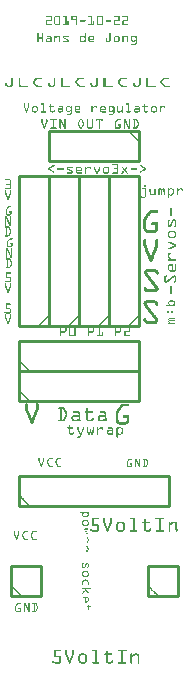
<source format=gto>
G04 MADE WITH FRITZING*
G04 WWW.FRITZING.ORG*
G04 DOUBLE SIDED*
G04 HOLES PLATED*
G04 CONTOUR ON CENTER OF CONTOUR VECTOR*
%ASAXBY*%
%FSLAX23Y23*%
%MOIN*%
%OFA0B0*%
%SFA1.0B1.0*%
%ADD10C,0.010000*%
%ADD11R,0.001000X0.001000*%
%LNSILK1*%
G90*
G70*
G54D10*
X96Y1004D02*
X496Y1004D01*
D02*
X496Y1004D02*
X496Y1104D01*
D02*
X496Y1104D02*
X96Y1104D01*
D02*
X96Y1104D02*
X96Y1004D01*
D02*
X96Y904D02*
X496Y904D01*
D02*
X496Y904D02*
X496Y1004D01*
D02*
X496Y1004D02*
X96Y1004D01*
D02*
X96Y1004D02*
X96Y904D01*
D02*
X496Y1154D02*
X496Y1654D01*
D02*
X496Y1654D02*
X396Y1654D01*
D02*
X396Y1654D02*
X396Y1154D01*
D02*
X396Y1154D02*
X496Y1154D01*
D02*
X396Y1154D02*
X396Y1654D01*
D02*
X396Y1654D02*
X296Y1654D01*
D02*
X296Y1654D02*
X296Y1154D01*
D02*
X296Y1154D02*
X396Y1154D01*
D02*
X296Y1154D02*
X296Y1654D01*
D02*
X296Y1654D02*
X196Y1654D01*
D02*
X196Y1654D02*
X196Y1154D01*
D02*
X196Y1154D02*
X296Y1154D01*
D02*
X496Y1804D02*
X196Y1804D01*
D02*
X196Y1804D02*
X196Y1704D01*
D02*
X196Y1704D02*
X496Y1704D01*
D02*
X496Y1704D02*
X496Y1804D01*
D02*
X196Y1154D02*
X196Y1654D01*
D02*
X196Y1654D02*
X96Y1654D01*
D02*
X96Y1654D02*
X96Y1154D01*
D02*
X96Y1154D02*
X196Y1154D01*
D02*
X96Y554D02*
X596Y554D01*
D02*
X596Y554D02*
X596Y654D01*
D02*
X596Y654D02*
X96Y654D01*
D02*
X96Y654D02*
X96Y554D01*
D02*
X68Y254D02*
X168Y254D01*
D02*
X168Y254D02*
X168Y354D01*
D02*
X168Y354D02*
X68Y354D01*
D02*
X68Y354D02*
X68Y254D01*
D02*
X524Y254D02*
X624Y254D01*
D02*
X624Y254D02*
X624Y354D01*
D02*
X624Y354D02*
X524Y354D01*
D02*
X524Y354D02*
X524Y254D01*
G54D11*
X186Y2186D02*
X202Y2186D01*
X215Y2186D02*
X230Y2186D01*
X242Y2186D02*
X253Y2186D01*
X271Y2186D02*
X288Y2186D01*
X327Y2186D02*
X338Y2186D01*
X357Y2186D02*
X372Y2186D01*
X412Y2186D02*
X429Y2186D01*
X441Y2186D02*
X457Y2186D01*
X185Y2185D02*
X203Y2185D01*
X214Y2185D02*
X231Y2185D01*
X242Y2185D02*
X253Y2185D01*
X270Y2185D02*
X289Y2185D01*
X327Y2185D02*
X338Y2185D01*
X356Y2185D02*
X373Y2185D01*
X412Y2185D02*
X430Y2185D01*
X440Y2185D02*
X458Y2185D01*
X185Y2184D02*
X203Y2184D01*
X214Y2184D02*
X232Y2184D01*
X242Y2184D02*
X253Y2184D01*
X270Y2184D02*
X289Y2184D01*
X327Y2184D02*
X338Y2184D01*
X355Y2184D02*
X373Y2184D01*
X412Y2184D02*
X430Y2184D01*
X440Y2184D02*
X458Y2184D01*
X186Y2183D02*
X204Y2183D01*
X213Y2183D02*
X232Y2183D01*
X243Y2183D02*
X253Y2183D01*
X270Y2183D02*
X289Y2183D01*
X328Y2183D02*
X338Y2183D01*
X355Y2183D02*
X374Y2183D01*
X413Y2183D02*
X430Y2183D01*
X441Y2183D02*
X459Y2183D01*
X201Y2182D02*
X204Y2182D01*
X213Y2182D02*
X216Y2182D01*
X229Y2182D02*
X232Y2182D01*
X250Y2182D02*
X253Y2182D01*
X270Y2182D02*
X273Y2182D01*
X286Y2182D02*
X289Y2182D01*
X335Y2182D02*
X338Y2182D01*
X355Y2182D02*
X358Y2182D01*
X371Y2182D02*
X374Y2182D01*
X427Y2182D02*
X430Y2182D01*
X456Y2182D02*
X459Y2182D01*
X201Y2181D02*
X204Y2181D01*
X213Y2181D02*
X216Y2181D01*
X229Y2181D02*
X232Y2181D01*
X250Y2181D02*
X253Y2181D01*
X270Y2181D02*
X273Y2181D01*
X286Y2181D02*
X289Y2181D01*
X335Y2181D02*
X338Y2181D01*
X355Y2181D02*
X358Y2181D01*
X371Y2181D02*
X374Y2181D01*
X427Y2181D02*
X430Y2181D01*
X456Y2181D02*
X459Y2181D01*
X201Y2180D02*
X204Y2180D01*
X213Y2180D02*
X216Y2180D01*
X229Y2180D02*
X232Y2180D01*
X250Y2180D02*
X253Y2180D01*
X270Y2180D02*
X273Y2180D01*
X286Y2180D02*
X289Y2180D01*
X335Y2180D02*
X338Y2180D01*
X355Y2180D02*
X358Y2180D01*
X371Y2180D02*
X374Y2180D01*
X427Y2180D02*
X430Y2180D01*
X456Y2180D02*
X459Y2180D01*
X201Y2179D02*
X204Y2179D01*
X213Y2179D02*
X216Y2179D01*
X229Y2179D02*
X232Y2179D01*
X250Y2179D02*
X253Y2179D01*
X270Y2179D02*
X273Y2179D01*
X286Y2179D02*
X289Y2179D01*
X335Y2179D02*
X338Y2179D01*
X355Y2179D02*
X358Y2179D01*
X371Y2179D02*
X374Y2179D01*
X427Y2179D02*
X430Y2179D01*
X456Y2179D02*
X459Y2179D01*
X201Y2178D02*
X204Y2178D01*
X213Y2178D02*
X216Y2178D01*
X229Y2178D02*
X232Y2178D01*
X250Y2178D02*
X253Y2178D01*
X270Y2178D02*
X273Y2178D01*
X286Y2178D02*
X289Y2178D01*
X335Y2178D02*
X338Y2178D01*
X355Y2178D02*
X358Y2178D01*
X371Y2178D02*
X374Y2178D01*
X427Y2178D02*
X430Y2178D01*
X456Y2178D02*
X459Y2178D01*
X201Y2177D02*
X204Y2177D01*
X213Y2177D02*
X216Y2177D01*
X229Y2177D02*
X232Y2177D01*
X250Y2177D02*
X253Y2177D01*
X270Y2177D02*
X273Y2177D01*
X286Y2177D02*
X289Y2177D01*
X335Y2177D02*
X338Y2177D01*
X355Y2177D02*
X358Y2177D01*
X371Y2177D02*
X374Y2177D01*
X427Y2177D02*
X430Y2177D01*
X456Y2177D02*
X459Y2177D01*
X201Y2176D02*
X204Y2176D01*
X213Y2176D02*
X216Y2176D01*
X229Y2176D02*
X232Y2176D01*
X250Y2176D02*
X253Y2176D01*
X270Y2176D02*
X289Y2176D01*
X335Y2176D02*
X338Y2176D01*
X355Y2176D02*
X358Y2176D01*
X371Y2176D02*
X374Y2176D01*
X427Y2176D02*
X430Y2176D01*
X456Y2176D02*
X459Y2176D01*
X201Y2175D02*
X204Y2175D01*
X213Y2175D02*
X216Y2175D01*
X229Y2175D02*
X232Y2175D01*
X250Y2175D02*
X253Y2175D01*
X270Y2175D02*
X289Y2175D01*
X335Y2175D02*
X338Y2175D01*
X355Y2175D02*
X358Y2175D01*
X371Y2175D02*
X374Y2175D01*
X427Y2175D02*
X430Y2175D01*
X456Y2175D02*
X459Y2175D01*
X201Y2174D02*
X204Y2174D01*
X213Y2174D02*
X216Y2174D01*
X229Y2174D02*
X232Y2174D01*
X250Y2174D02*
X253Y2174D01*
X270Y2174D02*
X289Y2174D01*
X335Y2174D02*
X338Y2174D01*
X355Y2174D02*
X358Y2174D01*
X371Y2174D02*
X374Y2174D01*
X427Y2174D02*
X430Y2174D01*
X456Y2174D02*
X459Y2174D01*
X188Y2173D02*
X204Y2173D01*
X213Y2173D02*
X216Y2173D01*
X229Y2173D02*
X232Y2173D01*
X250Y2173D02*
X253Y2173D01*
X271Y2173D02*
X289Y2173D01*
X299Y2173D02*
X316Y2173D01*
X335Y2173D02*
X338Y2173D01*
X355Y2173D02*
X358Y2173D01*
X371Y2173D02*
X374Y2173D01*
X384Y2173D02*
X401Y2173D01*
X414Y2173D02*
X430Y2173D01*
X443Y2173D02*
X459Y2173D01*
X186Y2172D02*
X203Y2172D01*
X213Y2172D02*
X216Y2172D01*
X229Y2172D02*
X232Y2172D01*
X250Y2172D02*
X253Y2172D01*
X286Y2172D02*
X289Y2172D01*
X299Y2172D02*
X317Y2172D01*
X335Y2172D02*
X338Y2172D01*
X355Y2172D02*
X358Y2172D01*
X371Y2172D02*
X374Y2172D01*
X384Y2172D02*
X402Y2172D01*
X413Y2172D02*
X430Y2172D01*
X441Y2172D02*
X458Y2172D01*
X186Y2171D02*
X203Y2171D01*
X213Y2171D02*
X216Y2171D01*
X229Y2171D02*
X232Y2171D01*
X250Y2171D02*
X253Y2171D01*
X286Y2171D02*
X289Y2171D01*
X298Y2171D02*
X317Y2171D01*
X335Y2171D02*
X338Y2171D01*
X355Y2171D02*
X358Y2171D01*
X371Y2171D02*
X374Y2171D01*
X383Y2171D02*
X402Y2171D01*
X412Y2171D02*
X429Y2171D01*
X440Y2171D02*
X458Y2171D01*
X185Y2170D02*
X202Y2170D01*
X213Y2170D02*
X216Y2170D01*
X229Y2170D02*
X232Y2170D01*
X250Y2170D02*
X253Y2170D01*
X259Y2170D02*
X259Y2170D01*
X286Y2170D02*
X289Y2170D01*
X298Y2170D02*
X317Y2170D01*
X335Y2170D02*
X338Y2170D01*
X344Y2170D02*
X344Y2170D01*
X355Y2170D02*
X358Y2170D01*
X371Y2170D02*
X374Y2170D01*
X383Y2170D02*
X402Y2170D01*
X412Y2170D02*
X428Y2170D01*
X440Y2170D02*
X457Y2170D01*
X185Y2169D02*
X188Y2169D01*
X213Y2169D02*
X216Y2169D01*
X229Y2169D02*
X232Y2169D01*
X250Y2169D02*
X253Y2169D01*
X258Y2169D02*
X260Y2169D01*
X286Y2169D02*
X289Y2169D01*
X299Y2169D02*
X317Y2169D01*
X335Y2169D02*
X338Y2169D01*
X343Y2169D02*
X345Y2169D01*
X355Y2169D02*
X358Y2169D01*
X371Y2169D02*
X374Y2169D01*
X384Y2169D02*
X402Y2169D01*
X412Y2169D02*
X415Y2169D01*
X440Y2169D02*
X443Y2169D01*
X185Y2168D02*
X188Y2168D01*
X213Y2168D02*
X216Y2168D01*
X229Y2168D02*
X232Y2168D01*
X250Y2168D02*
X253Y2168D01*
X257Y2168D02*
X260Y2168D01*
X286Y2168D02*
X289Y2168D01*
X300Y2168D02*
X316Y2168D01*
X335Y2168D02*
X338Y2168D01*
X342Y2168D02*
X345Y2168D01*
X355Y2168D02*
X358Y2168D01*
X371Y2168D02*
X374Y2168D01*
X385Y2168D02*
X401Y2168D01*
X412Y2168D02*
X415Y2168D01*
X440Y2168D02*
X443Y2168D01*
X185Y2167D02*
X188Y2167D01*
X213Y2167D02*
X216Y2167D01*
X229Y2167D02*
X232Y2167D01*
X250Y2167D02*
X253Y2167D01*
X257Y2167D02*
X260Y2167D01*
X286Y2167D02*
X289Y2167D01*
X335Y2167D02*
X338Y2167D01*
X342Y2167D02*
X345Y2167D01*
X355Y2167D02*
X358Y2167D01*
X371Y2167D02*
X374Y2167D01*
X412Y2167D02*
X415Y2167D01*
X440Y2167D02*
X443Y2167D01*
X185Y2166D02*
X188Y2166D01*
X213Y2166D02*
X216Y2166D01*
X229Y2166D02*
X232Y2166D01*
X250Y2166D02*
X253Y2166D01*
X257Y2166D02*
X260Y2166D01*
X286Y2166D02*
X289Y2166D01*
X335Y2166D02*
X338Y2166D01*
X342Y2166D02*
X345Y2166D01*
X355Y2166D02*
X358Y2166D01*
X371Y2166D02*
X374Y2166D01*
X412Y2166D02*
X415Y2166D01*
X440Y2166D02*
X443Y2166D01*
X185Y2165D02*
X188Y2165D01*
X213Y2165D02*
X216Y2165D01*
X229Y2165D02*
X232Y2165D01*
X250Y2165D02*
X253Y2165D01*
X257Y2165D02*
X260Y2165D01*
X286Y2165D02*
X289Y2165D01*
X335Y2165D02*
X338Y2165D01*
X342Y2165D02*
X345Y2165D01*
X355Y2165D02*
X358Y2165D01*
X371Y2165D02*
X374Y2165D01*
X412Y2165D02*
X415Y2165D01*
X440Y2165D02*
X443Y2165D01*
X185Y2164D02*
X188Y2164D01*
X213Y2164D02*
X216Y2164D01*
X229Y2164D02*
X232Y2164D01*
X250Y2164D02*
X253Y2164D01*
X257Y2164D02*
X260Y2164D01*
X286Y2164D02*
X289Y2164D01*
X335Y2164D02*
X338Y2164D01*
X342Y2164D02*
X345Y2164D01*
X355Y2164D02*
X358Y2164D01*
X371Y2164D02*
X374Y2164D01*
X412Y2164D02*
X415Y2164D01*
X440Y2164D02*
X443Y2164D01*
X185Y2163D02*
X188Y2163D01*
X213Y2163D02*
X216Y2163D01*
X229Y2163D02*
X232Y2163D01*
X250Y2163D02*
X253Y2163D01*
X257Y2163D02*
X260Y2163D01*
X286Y2163D02*
X289Y2163D01*
X335Y2163D02*
X338Y2163D01*
X342Y2163D02*
X345Y2163D01*
X355Y2163D02*
X358Y2163D01*
X371Y2163D02*
X374Y2163D01*
X412Y2163D02*
X415Y2163D01*
X440Y2163D02*
X443Y2163D01*
X185Y2162D02*
X188Y2162D01*
X213Y2162D02*
X216Y2162D01*
X229Y2162D02*
X232Y2162D01*
X250Y2162D02*
X253Y2162D01*
X257Y2162D02*
X260Y2162D01*
X286Y2162D02*
X289Y2162D01*
X335Y2162D02*
X338Y2162D01*
X342Y2162D02*
X345Y2162D01*
X355Y2162D02*
X358Y2162D01*
X371Y2162D02*
X374Y2162D01*
X412Y2162D02*
X415Y2162D01*
X440Y2162D02*
X443Y2162D01*
X185Y2161D02*
X188Y2161D01*
X213Y2161D02*
X216Y2161D01*
X229Y2161D02*
X232Y2161D01*
X250Y2161D02*
X253Y2161D01*
X257Y2161D02*
X260Y2161D01*
X286Y2161D02*
X289Y2161D01*
X335Y2161D02*
X338Y2161D01*
X342Y2161D02*
X345Y2161D01*
X355Y2161D02*
X358Y2161D01*
X371Y2161D02*
X374Y2161D01*
X412Y2161D02*
X415Y2161D01*
X440Y2161D02*
X443Y2161D01*
X185Y2160D02*
X202Y2160D01*
X213Y2160D02*
X232Y2160D01*
X244Y2160D02*
X260Y2160D01*
X285Y2160D02*
X289Y2160D01*
X329Y2160D02*
X345Y2160D01*
X355Y2160D02*
X374Y2160D01*
X412Y2160D02*
X428Y2160D01*
X440Y2160D02*
X457Y2160D01*
X185Y2159D02*
X203Y2159D01*
X214Y2159D02*
X232Y2159D01*
X242Y2159D02*
X260Y2159D01*
X284Y2159D02*
X289Y2159D01*
X327Y2159D02*
X345Y2159D01*
X355Y2159D02*
X374Y2159D01*
X412Y2159D02*
X430Y2159D01*
X440Y2159D02*
X458Y2159D01*
X185Y2158D02*
X204Y2158D01*
X214Y2158D02*
X231Y2158D01*
X242Y2158D02*
X260Y2158D01*
X284Y2158D02*
X289Y2158D01*
X327Y2158D02*
X345Y2158D01*
X356Y2158D02*
X373Y2158D01*
X412Y2158D02*
X430Y2158D01*
X440Y2158D02*
X459Y2158D01*
X185Y2157D02*
X203Y2157D01*
X215Y2157D02*
X230Y2157D01*
X242Y2157D02*
X260Y2157D01*
X284Y2157D02*
X288Y2157D01*
X327Y2157D02*
X345Y2157D01*
X357Y2157D02*
X372Y2157D01*
X412Y2157D02*
X430Y2157D01*
X440Y2157D02*
X458Y2157D01*
X158Y2129D02*
X159Y2129D01*
X174Y2129D02*
X174Y2129D01*
X315Y2129D02*
X316Y2129D01*
X398Y2129D02*
X399Y2129D01*
X157Y2128D02*
X160Y2128D01*
X173Y2128D02*
X175Y2128D01*
X314Y2128D02*
X317Y2128D01*
X397Y2128D02*
X400Y2128D01*
X157Y2127D02*
X160Y2127D01*
X172Y2127D02*
X175Y2127D01*
X314Y2127D02*
X317Y2127D01*
X397Y2127D02*
X400Y2127D01*
X157Y2126D02*
X160Y2126D01*
X172Y2126D02*
X175Y2126D01*
X314Y2126D02*
X317Y2126D01*
X397Y2126D02*
X400Y2126D01*
X157Y2125D02*
X160Y2125D01*
X172Y2125D02*
X175Y2125D01*
X314Y2125D02*
X317Y2125D01*
X397Y2125D02*
X400Y2125D01*
X157Y2124D02*
X160Y2124D01*
X172Y2124D02*
X175Y2124D01*
X314Y2124D02*
X317Y2124D01*
X397Y2124D02*
X400Y2124D01*
X157Y2123D02*
X160Y2123D01*
X172Y2123D02*
X175Y2123D01*
X314Y2123D02*
X317Y2123D01*
X397Y2123D02*
X400Y2123D01*
X157Y2122D02*
X160Y2122D01*
X172Y2122D02*
X175Y2122D01*
X314Y2122D02*
X317Y2122D01*
X397Y2122D02*
X400Y2122D01*
X157Y2121D02*
X160Y2121D01*
X172Y2121D02*
X175Y2121D01*
X314Y2121D02*
X317Y2121D01*
X397Y2121D02*
X400Y2121D01*
X157Y2120D02*
X160Y2120D01*
X172Y2120D02*
X175Y2120D01*
X189Y2120D02*
X200Y2120D01*
X214Y2120D02*
X216Y2120D01*
X221Y2120D02*
X229Y2120D01*
X245Y2120D02*
X258Y2120D01*
X303Y2120D02*
X311Y2120D01*
X314Y2120D02*
X317Y2120D01*
X331Y2120D02*
X341Y2120D01*
X397Y2120D02*
X400Y2120D01*
X416Y2120D02*
X426Y2120D01*
X440Y2120D02*
X443Y2120D01*
X448Y2120D02*
X455Y2120D01*
X473Y2120D02*
X481Y2120D01*
X484Y2120D02*
X487Y2120D01*
X157Y2119D02*
X160Y2119D01*
X172Y2119D02*
X175Y2119D01*
X189Y2119D02*
X202Y2119D01*
X213Y2119D02*
X216Y2119D01*
X220Y2119D02*
X230Y2119D01*
X243Y2119D02*
X259Y2119D01*
X301Y2119D02*
X312Y2119D01*
X314Y2119D02*
X317Y2119D01*
X330Y2119D02*
X342Y2119D01*
X397Y2119D02*
X400Y2119D01*
X415Y2119D02*
X427Y2119D01*
X440Y2119D02*
X443Y2119D01*
X446Y2119D02*
X457Y2119D01*
X471Y2119D02*
X482Y2119D01*
X484Y2119D02*
X487Y2119D01*
X157Y2118D02*
X160Y2118D01*
X172Y2118D02*
X175Y2118D01*
X189Y2118D02*
X202Y2118D01*
X213Y2118D02*
X231Y2118D01*
X243Y2118D02*
X260Y2118D01*
X300Y2118D02*
X317Y2118D01*
X329Y2118D02*
X344Y2118D01*
X397Y2118D02*
X400Y2118D01*
X414Y2118D02*
X429Y2118D01*
X440Y2118D02*
X443Y2118D01*
X445Y2118D02*
X457Y2118D01*
X470Y2118D02*
X487Y2118D01*
X157Y2117D02*
X160Y2117D01*
X172Y2117D02*
X175Y2117D01*
X191Y2117D02*
X203Y2117D01*
X213Y2117D02*
X231Y2117D01*
X242Y2117D02*
X260Y2117D01*
X299Y2117D02*
X317Y2117D01*
X328Y2117D02*
X344Y2117D01*
X397Y2117D02*
X400Y2117D01*
X413Y2117D02*
X429Y2117D01*
X440Y2117D02*
X458Y2117D01*
X469Y2117D02*
X487Y2117D01*
X157Y2116D02*
X160Y2116D01*
X172Y2116D02*
X175Y2116D01*
X200Y2116D02*
X203Y2116D01*
X213Y2116D02*
X221Y2116D01*
X228Y2116D02*
X231Y2116D01*
X242Y2116D02*
X245Y2116D01*
X257Y2116D02*
X259Y2116D01*
X299Y2116D02*
X303Y2116D01*
X311Y2116D02*
X317Y2116D01*
X327Y2116D02*
X331Y2116D01*
X341Y2116D02*
X345Y2116D01*
X397Y2116D02*
X400Y2116D01*
X412Y2116D02*
X416Y2116D01*
X426Y2116D02*
X430Y2116D01*
X440Y2116D02*
X448Y2116D01*
X455Y2116D02*
X458Y2116D01*
X469Y2116D02*
X473Y2116D01*
X481Y2116D02*
X487Y2116D01*
X157Y2115D02*
X175Y2115D01*
X200Y2115D02*
X203Y2115D01*
X213Y2115D02*
X220Y2115D01*
X229Y2115D02*
X232Y2115D01*
X242Y2115D02*
X246Y2115D01*
X299Y2115D02*
X302Y2115D01*
X312Y2115D02*
X317Y2115D01*
X327Y2115D02*
X330Y2115D01*
X342Y2115D02*
X345Y2115D01*
X397Y2115D02*
X400Y2115D01*
X412Y2115D02*
X415Y2115D01*
X427Y2115D02*
X430Y2115D01*
X440Y2115D02*
X446Y2115D01*
X455Y2115D02*
X458Y2115D01*
X469Y2115D02*
X472Y2115D01*
X482Y2115D02*
X487Y2115D01*
X157Y2114D02*
X175Y2114D01*
X200Y2114D02*
X203Y2114D01*
X213Y2114D02*
X218Y2114D01*
X229Y2114D02*
X232Y2114D01*
X243Y2114D02*
X248Y2114D01*
X298Y2114D02*
X301Y2114D01*
X313Y2114D02*
X317Y2114D01*
X327Y2114D02*
X330Y2114D01*
X342Y2114D02*
X345Y2114D01*
X397Y2114D02*
X400Y2114D01*
X412Y2114D02*
X415Y2114D01*
X427Y2114D02*
X430Y2114D01*
X440Y2114D02*
X445Y2114D01*
X455Y2114D02*
X458Y2114D01*
X468Y2114D02*
X471Y2114D01*
X483Y2114D02*
X487Y2114D01*
X157Y2113D02*
X175Y2113D01*
X200Y2113D02*
X203Y2113D01*
X213Y2113D02*
X217Y2113D01*
X229Y2113D02*
X232Y2113D01*
X243Y2113D02*
X250Y2113D01*
X298Y2113D02*
X301Y2113D01*
X314Y2113D02*
X317Y2113D01*
X327Y2113D02*
X330Y2113D01*
X342Y2113D02*
X345Y2113D01*
X397Y2113D02*
X400Y2113D01*
X412Y2113D02*
X415Y2113D01*
X427Y2113D02*
X430Y2113D01*
X440Y2113D02*
X443Y2113D01*
X455Y2113D02*
X458Y2113D01*
X468Y2113D02*
X471Y2113D01*
X484Y2113D02*
X487Y2113D01*
X157Y2112D02*
X175Y2112D01*
X189Y2112D02*
X203Y2112D01*
X213Y2112D02*
X216Y2112D01*
X229Y2112D02*
X232Y2112D01*
X244Y2112D02*
X252Y2112D01*
X298Y2112D02*
X301Y2112D01*
X314Y2112D02*
X317Y2112D01*
X327Y2112D02*
X330Y2112D01*
X342Y2112D02*
X345Y2112D01*
X386Y2112D02*
X388Y2112D01*
X397Y2112D02*
X400Y2112D01*
X412Y2112D02*
X415Y2112D01*
X427Y2112D02*
X430Y2112D01*
X440Y2112D02*
X443Y2112D01*
X455Y2112D02*
X458Y2112D01*
X468Y2112D02*
X471Y2112D01*
X484Y2112D02*
X487Y2112D01*
X157Y2111D02*
X160Y2111D01*
X172Y2111D02*
X175Y2111D01*
X187Y2111D02*
X203Y2111D01*
X213Y2111D02*
X216Y2111D01*
X229Y2111D02*
X232Y2111D01*
X246Y2111D02*
X255Y2111D01*
X298Y2111D02*
X301Y2111D01*
X314Y2111D02*
X317Y2111D01*
X327Y2111D02*
X330Y2111D01*
X342Y2111D02*
X345Y2111D01*
X385Y2111D02*
X388Y2111D01*
X397Y2111D02*
X400Y2111D01*
X412Y2111D02*
X415Y2111D01*
X427Y2111D02*
X430Y2111D01*
X440Y2111D02*
X443Y2111D01*
X455Y2111D02*
X458Y2111D01*
X468Y2111D02*
X471Y2111D01*
X484Y2111D02*
X487Y2111D01*
X157Y2110D02*
X160Y2110D01*
X172Y2110D02*
X175Y2110D01*
X186Y2110D02*
X203Y2110D01*
X213Y2110D02*
X216Y2110D01*
X229Y2110D02*
X232Y2110D01*
X248Y2110D02*
X257Y2110D01*
X298Y2110D02*
X301Y2110D01*
X314Y2110D02*
X317Y2110D01*
X327Y2110D02*
X345Y2110D01*
X385Y2110D02*
X388Y2110D01*
X397Y2110D02*
X400Y2110D01*
X412Y2110D02*
X415Y2110D01*
X427Y2110D02*
X430Y2110D01*
X440Y2110D02*
X443Y2110D01*
X455Y2110D02*
X458Y2110D01*
X468Y2110D02*
X471Y2110D01*
X484Y2110D02*
X487Y2110D01*
X157Y2109D02*
X160Y2109D01*
X172Y2109D02*
X175Y2109D01*
X186Y2109D02*
X203Y2109D01*
X213Y2109D02*
X216Y2109D01*
X229Y2109D02*
X232Y2109D01*
X250Y2109D02*
X258Y2109D01*
X298Y2109D02*
X301Y2109D01*
X314Y2109D02*
X317Y2109D01*
X327Y2109D02*
X345Y2109D01*
X385Y2109D02*
X388Y2109D01*
X397Y2109D02*
X400Y2109D01*
X412Y2109D02*
X415Y2109D01*
X427Y2109D02*
X430Y2109D01*
X440Y2109D02*
X443Y2109D01*
X455Y2109D02*
X458Y2109D01*
X468Y2109D02*
X471Y2109D01*
X484Y2109D02*
X487Y2109D01*
X157Y2108D02*
X160Y2108D01*
X172Y2108D02*
X175Y2108D01*
X185Y2108D02*
X189Y2108D01*
X200Y2108D02*
X203Y2108D01*
X213Y2108D02*
X216Y2108D01*
X229Y2108D02*
X232Y2108D01*
X253Y2108D02*
X259Y2108D01*
X298Y2108D02*
X301Y2108D01*
X314Y2108D02*
X317Y2108D01*
X327Y2108D02*
X345Y2108D01*
X385Y2108D02*
X388Y2108D01*
X397Y2108D02*
X400Y2108D01*
X412Y2108D02*
X415Y2108D01*
X427Y2108D02*
X430Y2108D01*
X440Y2108D02*
X443Y2108D01*
X455Y2108D02*
X458Y2108D01*
X468Y2108D02*
X471Y2108D01*
X484Y2108D02*
X487Y2108D01*
X157Y2107D02*
X160Y2107D01*
X172Y2107D02*
X175Y2107D01*
X185Y2107D02*
X188Y2107D01*
X200Y2107D02*
X203Y2107D01*
X213Y2107D02*
X216Y2107D01*
X229Y2107D02*
X232Y2107D01*
X255Y2107D02*
X260Y2107D01*
X298Y2107D02*
X301Y2107D01*
X314Y2107D02*
X317Y2107D01*
X327Y2107D02*
X344Y2107D01*
X385Y2107D02*
X388Y2107D01*
X397Y2107D02*
X400Y2107D01*
X412Y2107D02*
X415Y2107D01*
X427Y2107D02*
X430Y2107D01*
X440Y2107D02*
X443Y2107D01*
X455Y2107D02*
X458Y2107D01*
X468Y2107D02*
X471Y2107D01*
X483Y2107D02*
X487Y2107D01*
X157Y2106D02*
X160Y2106D01*
X172Y2106D02*
X175Y2106D01*
X185Y2106D02*
X188Y2106D01*
X200Y2106D02*
X204Y2106D01*
X213Y2106D02*
X216Y2106D01*
X229Y2106D02*
X232Y2106D01*
X257Y2106D02*
X260Y2106D01*
X298Y2106D02*
X301Y2106D01*
X313Y2106D02*
X317Y2106D01*
X327Y2106D02*
X330Y2106D01*
X385Y2106D02*
X388Y2106D01*
X397Y2106D02*
X400Y2106D01*
X412Y2106D02*
X415Y2106D01*
X427Y2106D02*
X430Y2106D01*
X440Y2106D02*
X443Y2106D01*
X456Y2106D02*
X458Y2106D01*
X469Y2106D02*
X472Y2106D01*
X482Y2106D02*
X487Y2106D01*
X157Y2105D02*
X160Y2105D01*
X172Y2105D02*
X175Y2105D01*
X185Y2105D02*
X188Y2105D01*
X200Y2105D02*
X204Y2105D01*
X213Y2105D02*
X216Y2105D01*
X229Y2105D02*
X232Y2105D01*
X257Y2105D02*
X260Y2105D01*
X299Y2105D02*
X302Y2105D01*
X312Y2105D02*
X317Y2105D01*
X327Y2105D02*
X330Y2105D01*
X385Y2105D02*
X388Y2105D01*
X397Y2105D02*
X400Y2105D01*
X412Y2105D02*
X415Y2105D01*
X427Y2105D02*
X430Y2105D01*
X440Y2105D02*
X443Y2105D01*
X456Y2105D02*
X459Y2105D01*
X469Y2105D02*
X473Y2105D01*
X480Y2105D02*
X487Y2105D01*
X157Y2104D02*
X160Y2104D01*
X172Y2104D02*
X175Y2104D01*
X185Y2104D02*
X188Y2104D01*
X199Y2104D02*
X204Y2104D01*
X213Y2104D02*
X216Y2104D01*
X229Y2104D02*
X232Y2104D01*
X243Y2104D02*
X243Y2104D01*
X257Y2104D02*
X260Y2104D01*
X299Y2104D02*
X302Y2104D01*
X311Y2104D02*
X317Y2104D01*
X327Y2104D02*
X331Y2104D01*
X385Y2104D02*
X388Y2104D01*
X397Y2104D02*
X400Y2104D01*
X412Y2104D02*
X416Y2104D01*
X426Y2104D02*
X430Y2104D01*
X440Y2104D02*
X443Y2104D01*
X456Y2104D02*
X459Y2104D01*
X469Y2104D02*
X487Y2104D01*
X157Y2103D02*
X160Y2103D01*
X172Y2103D02*
X175Y2103D01*
X185Y2103D02*
X189Y2103D01*
X197Y2103D02*
X204Y2103D01*
X213Y2103D02*
X216Y2103D01*
X229Y2103D02*
X232Y2103D01*
X242Y2103D02*
X245Y2103D01*
X256Y2103D02*
X260Y2103D01*
X299Y2103D02*
X304Y2103D01*
X310Y2103D02*
X317Y2103D01*
X327Y2103D02*
X332Y2103D01*
X386Y2103D02*
X389Y2103D01*
X396Y2103D02*
X400Y2103D01*
X412Y2103D02*
X417Y2103D01*
X425Y2103D02*
X430Y2103D01*
X440Y2103D02*
X443Y2103D01*
X456Y2103D02*
X459Y2103D01*
X470Y2103D02*
X487Y2103D01*
X157Y2102D02*
X160Y2102D01*
X172Y2102D02*
X175Y2102D01*
X186Y2102D02*
X204Y2102D01*
X213Y2102D02*
X216Y2102D01*
X229Y2102D02*
X232Y2102D01*
X242Y2102D02*
X260Y2102D01*
X300Y2102D02*
X317Y2102D01*
X328Y2102D02*
X345Y2102D01*
X386Y2102D02*
X399Y2102D01*
X413Y2102D02*
X429Y2102D01*
X440Y2102D02*
X443Y2102D01*
X456Y2102D02*
X459Y2102D01*
X472Y2102D02*
X482Y2102D01*
X484Y2102D02*
X487Y2102D01*
X157Y2101D02*
X160Y2101D01*
X172Y2101D02*
X175Y2101D01*
X186Y2101D02*
X204Y2101D01*
X213Y2101D02*
X216Y2101D01*
X229Y2101D02*
X232Y2101D01*
X242Y2101D02*
X259Y2101D01*
X301Y2101D02*
X317Y2101D01*
X329Y2101D02*
X345Y2101D01*
X387Y2101D02*
X399Y2101D01*
X414Y2101D02*
X428Y2101D01*
X440Y2101D02*
X443Y2101D01*
X456Y2101D02*
X459Y2101D01*
X473Y2101D02*
X481Y2101D01*
X484Y2101D02*
X487Y2101D01*
X157Y2100D02*
X160Y2100D01*
X173Y2100D02*
X175Y2100D01*
X187Y2100D02*
X199Y2100D01*
X201Y2100D02*
X204Y2100D01*
X214Y2100D02*
X216Y2100D01*
X229Y2100D02*
X232Y2100D01*
X244Y2100D02*
X258Y2100D01*
X302Y2100D02*
X312Y2100D01*
X314Y2100D02*
X317Y2100D01*
X330Y2100D02*
X345Y2100D01*
X388Y2100D02*
X398Y2100D01*
X415Y2100D02*
X427Y2100D01*
X440Y2100D02*
X443Y2100D01*
X456Y2100D02*
X459Y2100D01*
X484Y2100D02*
X487Y2100D01*
X158Y2099D02*
X159Y2099D01*
X173Y2099D02*
X175Y2099D01*
X189Y2099D02*
X197Y2099D01*
X202Y2099D02*
X203Y2099D01*
X214Y2099D02*
X216Y2099D01*
X230Y2099D02*
X231Y2099D01*
X245Y2099D02*
X257Y2099D01*
X304Y2099D02*
X310Y2099D01*
X315Y2099D02*
X316Y2099D01*
X332Y2099D02*
X345Y2099D01*
X389Y2099D02*
X396Y2099D01*
X417Y2099D02*
X425Y2099D01*
X441Y2099D02*
X442Y2099D01*
X457Y2099D02*
X458Y2099D01*
X484Y2099D02*
X487Y2099D01*
X484Y2098D02*
X487Y2098D01*
X484Y2097D02*
X487Y2097D01*
X483Y2096D02*
X487Y2096D01*
X482Y2095D02*
X487Y2095D01*
X472Y2094D02*
X486Y2094D01*
X471Y2093D02*
X485Y2093D01*
X470Y2092D02*
X484Y2092D01*
X471Y2091D02*
X482Y2091D01*
X70Y1981D02*
X74Y1981D01*
X95Y1981D02*
X98Y1981D01*
X153Y1981D02*
X172Y1981D01*
X212Y1981D02*
X216Y1981D01*
X236Y1981D02*
X240Y1981D01*
X295Y1981D02*
X313Y1981D01*
X353Y1981D02*
X357Y1981D01*
X378Y1981D02*
X382Y1981D01*
X437Y1981D02*
X455Y1981D01*
X495Y1981D02*
X499Y1981D01*
X519Y1981D02*
X523Y1981D01*
X578Y1981D02*
X597Y1981D01*
X69Y1980D02*
X75Y1980D01*
X94Y1980D02*
X99Y1980D01*
X151Y1980D02*
X172Y1980D01*
X211Y1980D02*
X216Y1980D01*
X235Y1980D02*
X241Y1980D01*
X293Y1980D02*
X314Y1980D01*
X353Y1980D02*
X358Y1980D01*
X377Y1980D02*
X382Y1980D01*
X434Y1980D02*
X456Y1980D01*
X494Y1980D02*
X500Y1980D01*
X519Y1980D02*
X524Y1980D01*
X576Y1980D02*
X597Y1980D01*
X69Y1979D02*
X75Y1979D01*
X94Y1979D02*
X99Y1979D01*
X150Y1979D02*
X172Y1979D01*
X211Y1979D02*
X216Y1979D01*
X235Y1979D02*
X241Y1979D01*
X291Y1979D02*
X314Y1979D01*
X352Y1979D02*
X358Y1979D01*
X377Y1979D02*
X383Y1979D01*
X433Y1979D02*
X456Y1979D01*
X494Y1979D02*
X500Y1979D01*
X519Y1979D02*
X524Y1979D01*
X575Y1979D02*
X597Y1979D01*
X69Y1978D02*
X75Y1978D01*
X94Y1978D02*
X99Y1978D01*
X149Y1978D02*
X171Y1978D01*
X211Y1978D02*
X216Y1978D01*
X235Y1978D02*
X241Y1978D01*
X290Y1978D02*
X312Y1978D01*
X352Y1978D02*
X358Y1978D01*
X377Y1978D02*
X383Y1978D01*
X432Y1978D02*
X454Y1978D01*
X494Y1978D02*
X500Y1978D01*
X519Y1978D02*
X524Y1978D01*
X574Y1978D02*
X596Y1978D01*
X69Y1977D02*
X75Y1977D01*
X94Y1977D02*
X99Y1977D01*
X148Y1977D02*
X155Y1977D01*
X211Y1977D02*
X216Y1977D01*
X235Y1977D02*
X241Y1977D01*
X290Y1977D02*
X296Y1977D01*
X352Y1977D02*
X358Y1977D01*
X377Y1977D02*
X383Y1977D01*
X431Y1977D02*
X438Y1977D01*
X494Y1977D02*
X500Y1977D01*
X519Y1977D02*
X524Y1977D01*
X573Y1977D02*
X580Y1977D01*
X69Y1976D02*
X75Y1976D01*
X94Y1976D02*
X99Y1976D01*
X147Y1976D02*
X154Y1976D01*
X211Y1976D02*
X216Y1976D01*
X235Y1976D02*
X241Y1976D01*
X289Y1976D02*
X295Y1976D01*
X352Y1976D02*
X358Y1976D01*
X377Y1976D02*
X383Y1976D01*
X430Y1976D02*
X437Y1976D01*
X494Y1976D02*
X500Y1976D01*
X519Y1976D02*
X524Y1976D01*
X572Y1976D02*
X579Y1976D01*
X69Y1975D02*
X75Y1975D01*
X94Y1975D02*
X99Y1975D01*
X146Y1975D02*
X153Y1975D01*
X211Y1975D02*
X216Y1975D01*
X235Y1975D02*
X241Y1975D01*
X288Y1975D02*
X294Y1975D01*
X352Y1975D02*
X358Y1975D01*
X377Y1975D02*
X383Y1975D01*
X430Y1975D02*
X436Y1975D01*
X494Y1975D02*
X500Y1975D01*
X519Y1975D02*
X524Y1975D01*
X571Y1975D02*
X578Y1975D01*
X69Y1974D02*
X75Y1974D01*
X94Y1974D02*
X99Y1974D01*
X145Y1974D02*
X152Y1974D01*
X211Y1974D02*
X216Y1974D01*
X235Y1974D02*
X241Y1974D01*
X287Y1974D02*
X294Y1974D01*
X352Y1974D02*
X358Y1974D01*
X377Y1974D02*
X383Y1974D01*
X429Y1974D02*
X435Y1974D01*
X494Y1974D02*
X500Y1974D01*
X519Y1974D02*
X524Y1974D01*
X570Y1974D02*
X577Y1974D01*
X69Y1973D02*
X75Y1973D01*
X94Y1973D02*
X99Y1973D01*
X145Y1973D02*
X151Y1973D01*
X211Y1973D02*
X216Y1973D01*
X235Y1973D02*
X241Y1973D01*
X286Y1973D02*
X293Y1973D01*
X352Y1973D02*
X358Y1973D01*
X377Y1973D02*
X383Y1973D01*
X428Y1973D02*
X434Y1973D01*
X494Y1973D02*
X500Y1973D01*
X519Y1973D02*
X524Y1973D01*
X570Y1973D02*
X576Y1973D01*
X69Y1972D02*
X75Y1972D01*
X94Y1972D02*
X99Y1972D01*
X144Y1972D02*
X150Y1972D01*
X211Y1972D02*
X216Y1972D01*
X235Y1972D02*
X241Y1972D01*
X285Y1972D02*
X292Y1972D01*
X352Y1972D02*
X358Y1972D01*
X377Y1972D02*
X383Y1972D01*
X427Y1972D02*
X434Y1972D01*
X494Y1972D02*
X500Y1972D01*
X519Y1972D02*
X524Y1972D01*
X569Y1972D02*
X575Y1972D01*
X69Y1971D02*
X75Y1971D01*
X94Y1971D02*
X99Y1971D01*
X143Y1971D02*
X149Y1971D01*
X211Y1971D02*
X216Y1971D01*
X235Y1971D02*
X241Y1971D01*
X285Y1971D02*
X291Y1971D01*
X352Y1971D02*
X358Y1971D01*
X377Y1971D02*
X383Y1971D01*
X426Y1971D02*
X433Y1971D01*
X494Y1971D02*
X500Y1971D01*
X519Y1971D02*
X524Y1971D01*
X568Y1971D02*
X574Y1971D01*
X69Y1970D02*
X75Y1970D01*
X94Y1970D02*
X99Y1970D01*
X142Y1970D02*
X149Y1970D01*
X211Y1970D02*
X216Y1970D01*
X235Y1970D02*
X241Y1970D01*
X284Y1970D02*
X290Y1970D01*
X352Y1970D02*
X358Y1970D01*
X377Y1970D02*
X383Y1970D01*
X426Y1970D02*
X432Y1970D01*
X494Y1970D02*
X500Y1970D01*
X519Y1970D02*
X524Y1970D01*
X567Y1970D02*
X573Y1970D01*
X69Y1969D02*
X75Y1969D01*
X94Y1969D02*
X99Y1969D01*
X142Y1969D02*
X148Y1969D01*
X211Y1969D02*
X216Y1969D01*
X235Y1969D02*
X241Y1969D01*
X283Y1969D02*
X289Y1969D01*
X352Y1969D02*
X358Y1969D01*
X377Y1969D02*
X383Y1969D01*
X425Y1969D02*
X431Y1969D01*
X494Y1969D02*
X500Y1969D01*
X519Y1969D02*
X524Y1969D01*
X567Y1969D02*
X573Y1969D01*
X69Y1968D02*
X75Y1968D01*
X94Y1968D02*
X99Y1968D01*
X141Y1968D02*
X147Y1968D01*
X211Y1968D02*
X216Y1968D01*
X235Y1968D02*
X241Y1968D01*
X283Y1968D02*
X289Y1968D01*
X352Y1968D02*
X358Y1968D01*
X377Y1968D02*
X383Y1968D01*
X424Y1968D02*
X430Y1968D01*
X494Y1968D02*
X500Y1968D01*
X519Y1968D02*
X524Y1968D01*
X566Y1968D02*
X572Y1968D01*
X69Y1967D02*
X75Y1967D01*
X94Y1967D02*
X99Y1967D01*
X141Y1967D02*
X147Y1967D01*
X211Y1967D02*
X216Y1967D01*
X235Y1967D02*
X241Y1967D01*
X283Y1967D02*
X288Y1967D01*
X352Y1967D02*
X358Y1967D01*
X377Y1967D02*
X383Y1967D01*
X424Y1967D02*
X430Y1967D01*
X494Y1967D02*
X500Y1967D01*
X519Y1967D02*
X524Y1967D01*
X566Y1967D02*
X572Y1967D01*
X69Y1966D02*
X75Y1966D01*
X94Y1966D02*
X99Y1966D01*
X141Y1966D02*
X147Y1966D01*
X211Y1966D02*
X216Y1966D01*
X235Y1966D02*
X241Y1966D01*
X283Y1966D02*
X288Y1966D01*
X352Y1966D02*
X358Y1966D01*
X377Y1966D02*
X383Y1966D01*
X424Y1966D02*
X430Y1966D01*
X494Y1966D02*
X500Y1966D01*
X519Y1966D02*
X524Y1966D01*
X566Y1966D02*
X572Y1966D01*
X69Y1965D02*
X75Y1965D01*
X94Y1965D02*
X99Y1965D01*
X141Y1965D02*
X147Y1965D01*
X211Y1965D02*
X216Y1965D01*
X235Y1965D02*
X241Y1965D01*
X283Y1965D02*
X288Y1965D01*
X352Y1965D02*
X358Y1965D01*
X377Y1965D02*
X383Y1965D01*
X424Y1965D02*
X430Y1965D01*
X494Y1965D02*
X500Y1965D01*
X519Y1965D02*
X524Y1965D01*
X566Y1965D02*
X572Y1965D01*
X50Y1964D02*
X55Y1964D01*
X69Y1964D02*
X75Y1964D01*
X94Y1964D02*
X99Y1964D01*
X141Y1964D02*
X147Y1964D01*
X192Y1964D02*
X196Y1964D01*
X211Y1964D02*
X216Y1964D01*
X235Y1964D02*
X241Y1964D01*
X283Y1964D02*
X289Y1964D01*
X333Y1964D02*
X338Y1964D01*
X352Y1964D02*
X358Y1964D01*
X377Y1964D02*
X383Y1964D01*
X425Y1964D02*
X431Y1964D01*
X475Y1964D02*
X480Y1964D01*
X494Y1964D02*
X500Y1964D01*
X519Y1964D02*
X524Y1964D01*
X566Y1964D02*
X572Y1964D01*
X50Y1963D02*
X55Y1963D01*
X69Y1963D02*
X75Y1963D01*
X94Y1963D02*
X99Y1963D01*
X142Y1963D02*
X148Y1963D01*
X191Y1963D02*
X197Y1963D01*
X211Y1963D02*
X216Y1963D01*
X235Y1963D02*
X241Y1963D01*
X284Y1963D02*
X290Y1963D01*
X333Y1963D02*
X339Y1963D01*
X352Y1963D02*
X358Y1963D01*
X377Y1963D02*
X383Y1963D01*
X425Y1963D02*
X432Y1963D01*
X475Y1963D02*
X480Y1963D01*
X494Y1963D02*
X500Y1963D01*
X519Y1963D02*
X524Y1963D01*
X567Y1963D02*
X573Y1963D01*
X50Y1962D02*
X55Y1962D01*
X69Y1962D02*
X75Y1962D01*
X94Y1962D02*
X99Y1962D01*
X143Y1962D02*
X149Y1962D01*
X191Y1962D02*
X197Y1962D01*
X211Y1962D02*
X216Y1962D01*
X235Y1962D02*
X241Y1962D01*
X284Y1962D02*
X291Y1962D01*
X333Y1962D02*
X339Y1962D01*
X352Y1962D02*
X358Y1962D01*
X377Y1962D02*
X383Y1962D01*
X426Y1962D02*
X432Y1962D01*
X475Y1962D02*
X480Y1962D01*
X494Y1962D02*
X500Y1962D01*
X519Y1962D02*
X524Y1962D01*
X568Y1962D02*
X574Y1962D01*
X50Y1961D02*
X55Y1961D01*
X69Y1961D02*
X75Y1961D01*
X94Y1961D02*
X99Y1961D01*
X144Y1961D02*
X150Y1961D01*
X191Y1961D02*
X197Y1961D01*
X211Y1961D02*
X216Y1961D01*
X235Y1961D02*
X241Y1961D01*
X285Y1961D02*
X292Y1961D01*
X333Y1961D02*
X339Y1961D01*
X352Y1961D02*
X358Y1961D01*
X377Y1961D02*
X383Y1961D01*
X427Y1961D02*
X433Y1961D01*
X475Y1961D02*
X480Y1961D01*
X494Y1961D02*
X500Y1961D01*
X519Y1961D02*
X524Y1961D01*
X568Y1961D02*
X575Y1961D01*
X50Y1960D02*
X55Y1960D01*
X69Y1960D02*
X75Y1960D01*
X94Y1960D02*
X99Y1960D01*
X144Y1960D02*
X151Y1960D01*
X191Y1960D02*
X197Y1960D01*
X211Y1960D02*
X216Y1960D01*
X235Y1960D02*
X241Y1960D01*
X286Y1960D02*
X292Y1960D01*
X333Y1960D02*
X339Y1960D01*
X352Y1960D02*
X358Y1960D01*
X377Y1960D02*
X383Y1960D01*
X428Y1960D02*
X434Y1960D01*
X475Y1960D02*
X480Y1960D01*
X494Y1960D02*
X500Y1960D01*
X519Y1960D02*
X524Y1960D01*
X569Y1960D02*
X576Y1960D01*
X50Y1959D02*
X55Y1959D01*
X69Y1959D02*
X75Y1959D01*
X94Y1959D02*
X99Y1959D01*
X145Y1959D02*
X152Y1959D01*
X191Y1959D02*
X197Y1959D01*
X211Y1959D02*
X216Y1959D01*
X235Y1959D02*
X241Y1959D01*
X287Y1959D02*
X293Y1959D01*
X333Y1959D02*
X339Y1959D01*
X352Y1959D02*
X358Y1959D01*
X377Y1959D02*
X383Y1959D01*
X429Y1959D02*
X435Y1959D01*
X475Y1959D02*
X480Y1959D01*
X494Y1959D02*
X500Y1959D01*
X519Y1959D02*
X524Y1959D01*
X570Y1959D02*
X577Y1959D01*
X50Y1958D02*
X55Y1958D01*
X69Y1958D02*
X75Y1958D01*
X94Y1958D02*
X99Y1958D01*
X146Y1958D02*
X152Y1958D01*
X191Y1958D02*
X197Y1958D01*
X211Y1958D02*
X216Y1958D01*
X235Y1958D02*
X241Y1958D01*
X288Y1958D02*
X294Y1958D01*
X333Y1958D02*
X339Y1958D01*
X352Y1958D02*
X358Y1958D01*
X377Y1958D02*
X383Y1958D01*
X429Y1958D02*
X436Y1958D01*
X475Y1958D02*
X480Y1958D01*
X494Y1958D02*
X500Y1958D01*
X519Y1958D02*
X524Y1958D01*
X571Y1958D02*
X577Y1958D01*
X50Y1957D02*
X55Y1957D01*
X69Y1957D02*
X75Y1957D01*
X94Y1957D02*
X99Y1957D01*
X147Y1957D02*
X153Y1957D01*
X191Y1957D02*
X197Y1957D01*
X211Y1957D02*
X216Y1957D01*
X235Y1957D02*
X241Y1957D01*
X289Y1957D02*
X295Y1957D01*
X333Y1957D02*
X339Y1957D01*
X352Y1957D02*
X358Y1957D01*
X377Y1957D02*
X383Y1957D01*
X430Y1957D02*
X437Y1957D01*
X475Y1957D02*
X480Y1957D01*
X494Y1957D02*
X500Y1957D01*
X519Y1957D02*
X524Y1957D01*
X572Y1957D02*
X578Y1957D01*
X50Y1956D02*
X56Y1956D01*
X69Y1956D02*
X75Y1956D01*
X94Y1956D02*
X99Y1956D01*
X148Y1956D02*
X154Y1956D01*
X191Y1956D02*
X197Y1956D01*
X210Y1956D02*
X216Y1956D01*
X235Y1956D02*
X241Y1956D01*
X289Y1956D02*
X296Y1956D01*
X333Y1956D02*
X339Y1956D01*
X352Y1956D02*
X358Y1956D01*
X377Y1956D02*
X383Y1956D01*
X431Y1956D02*
X438Y1956D01*
X475Y1956D02*
X481Y1956D01*
X494Y1956D02*
X500Y1956D01*
X519Y1956D02*
X524Y1956D01*
X573Y1956D02*
X579Y1956D01*
X50Y1955D02*
X58Y1955D01*
X66Y1955D02*
X74Y1955D01*
X94Y1955D02*
X100Y1955D01*
X149Y1955D02*
X157Y1955D01*
X192Y1955D02*
X200Y1955D01*
X208Y1955D02*
X216Y1955D01*
X235Y1955D02*
X241Y1955D01*
X290Y1955D02*
X298Y1955D01*
X334Y1955D02*
X342Y1955D01*
X349Y1955D02*
X358Y1955D01*
X377Y1955D02*
X383Y1955D01*
X432Y1955D02*
X440Y1955D01*
X475Y1955D02*
X483Y1955D01*
X491Y1955D02*
X499Y1955D01*
X519Y1955D02*
X525Y1955D01*
X574Y1955D02*
X582Y1955D01*
X51Y1954D02*
X73Y1954D01*
X94Y1954D02*
X125Y1954D01*
X149Y1954D02*
X172Y1954D01*
X193Y1954D02*
X215Y1954D01*
X235Y1954D02*
X266Y1954D01*
X291Y1954D02*
X314Y1954D01*
X334Y1954D02*
X357Y1954D01*
X377Y1954D02*
X408Y1954D01*
X433Y1954D02*
X455Y1954D01*
X476Y1954D02*
X498Y1954D01*
X519Y1954D02*
X550Y1954D01*
X574Y1954D02*
X597Y1954D01*
X52Y1953D02*
X72Y1953D01*
X94Y1953D02*
X125Y1953D01*
X151Y1953D02*
X172Y1953D01*
X194Y1953D02*
X214Y1953D01*
X235Y1953D02*
X267Y1953D01*
X292Y1953D02*
X314Y1953D01*
X336Y1953D02*
X356Y1953D01*
X377Y1953D02*
X409Y1953D01*
X434Y1953D02*
X456Y1953D01*
X477Y1953D02*
X497Y1953D01*
X519Y1953D02*
X550Y1953D01*
X576Y1953D02*
X597Y1953D01*
X54Y1952D02*
X70Y1952D01*
X94Y1952D02*
X125Y1952D01*
X153Y1952D02*
X172Y1952D01*
X196Y1952D02*
X212Y1952D01*
X235Y1952D02*
X266Y1952D01*
X294Y1952D02*
X314Y1952D01*
X337Y1952D02*
X354Y1952D01*
X377Y1952D02*
X408Y1952D01*
X436Y1952D02*
X455Y1952D01*
X479Y1952D02*
X495Y1952D01*
X519Y1952D02*
X550Y1952D01*
X578Y1952D02*
X597Y1952D01*
X60Y1951D02*
X65Y1951D01*
X94Y1951D02*
X122Y1951D01*
X158Y1951D02*
X169Y1951D01*
X201Y1951D02*
X206Y1951D01*
X236Y1951D02*
X263Y1951D01*
X300Y1951D02*
X311Y1951D01*
X343Y1951D02*
X348Y1951D01*
X377Y1951D02*
X405Y1951D01*
X442Y1951D02*
X452Y1951D01*
X485Y1951D02*
X490Y1951D01*
X519Y1951D02*
X547Y1951D01*
X583Y1951D02*
X594Y1951D01*
X111Y1895D02*
X113Y1895D01*
X127Y1895D02*
X128Y1895D01*
X170Y1895D02*
X177Y1895D01*
X453Y1895D02*
X461Y1895D01*
X111Y1894D02*
X113Y1894D01*
X126Y1894D02*
X129Y1894D01*
X169Y1894D02*
X178Y1894D01*
X453Y1894D02*
X461Y1894D01*
X111Y1893D02*
X114Y1893D01*
X126Y1893D02*
X129Y1893D01*
X169Y1893D02*
X178Y1893D01*
X200Y1893D02*
X202Y1893D01*
X453Y1893D02*
X461Y1893D01*
X512Y1893D02*
X514Y1893D01*
X111Y1892D02*
X114Y1892D01*
X126Y1892D02*
X129Y1892D01*
X170Y1892D02*
X178Y1892D01*
X200Y1892D02*
X202Y1892D01*
X453Y1892D02*
X461Y1892D01*
X511Y1892D02*
X514Y1892D01*
X111Y1891D02*
X114Y1891D01*
X126Y1891D02*
X129Y1891D01*
X175Y1891D02*
X178Y1891D01*
X199Y1891D02*
X202Y1891D01*
X458Y1891D02*
X461Y1891D01*
X511Y1891D02*
X514Y1891D01*
X111Y1890D02*
X114Y1890D01*
X126Y1890D02*
X129Y1890D01*
X175Y1890D02*
X178Y1890D01*
X199Y1890D02*
X202Y1890D01*
X458Y1890D02*
X461Y1890D01*
X511Y1890D02*
X514Y1890D01*
X111Y1889D02*
X114Y1889D01*
X126Y1889D02*
X129Y1889D01*
X175Y1889D02*
X178Y1889D01*
X199Y1889D02*
X202Y1889D01*
X458Y1889D02*
X461Y1889D01*
X511Y1889D02*
X514Y1889D01*
X111Y1888D02*
X114Y1888D01*
X126Y1888D02*
X129Y1888D01*
X175Y1888D02*
X178Y1888D01*
X199Y1888D02*
X202Y1888D01*
X458Y1888D02*
X461Y1888D01*
X511Y1888D02*
X514Y1888D01*
X111Y1887D02*
X114Y1887D01*
X126Y1887D02*
X129Y1887D01*
X145Y1887D02*
X151Y1887D01*
X175Y1887D02*
X178Y1887D01*
X197Y1887D02*
X211Y1887D01*
X229Y1887D02*
X237Y1887D01*
X259Y1887D02*
X263Y1887D01*
X269Y1887D02*
X269Y1887D01*
X287Y1887D02*
X293Y1887D01*
X339Y1887D02*
X339Y1887D01*
X346Y1887D02*
X351Y1887D01*
X372Y1887D02*
X378Y1887D01*
X400Y1887D02*
X404Y1887D01*
X411Y1887D02*
X411Y1887D01*
X424Y1887D02*
X424Y1887D01*
X439Y1887D02*
X439Y1887D01*
X458Y1887D02*
X461Y1887D01*
X484Y1887D02*
X492Y1887D01*
X509Y1887D02*
X522Y1887D01*
X542Y1887D02*
X548Y1887D01*
X565Y1887D02*
X565Y1887D01*
X573Y1887D02*
X578Y1887D01*
X111Y1886D02*
X114Y1886D01*
X126Y1886D02*
X129Y1886D01*
X143Y1886D02*
X154Y1886D01*
X175Y1886D02*
X178Y1886D01*
X196Y1886D02*
X212Y1886D01*
X228Y1886D02*
X239Y1886D01*
X256Y1886D02*
X265Y1886D01*
X268Y1886D02*
X271Y1886D01*
X285Y1886D02*
X295Y1886D01*
X337Y1886D02*
X340Y1886D01*
X345Y1886D02*
X353Y1886D01*
X370Y1886D02*
X380Y1886D01*
X398Y1886D02*
X407Y1886D01*
X410Y1886D02*
X412Y1886D01*
X422Y1886D02*
X425Y1886D01*
X438Y1886D02*
X441Y1886D01*
X458Y1886D02*
X461Y1886D01*
X483Y1886D02*
X494Y1886D01*
X507Y1886D02*
X524Y1886D01*
X539Y1886D02*
X550Y1886D01*
X564Y1886D02*
X567Y1886D01*
X572Y1886D02*
X580Y1886D01*
X111Y1885D02*
X114Y1885D01*
X125Y1885D02*
X129Y1885D01*
X142Y1885D02*
X155Y1885D01*
X175Y1885D02*
X178Y1885D01*
X196Y1885D02*
X212Y1885D01*
X228Y1885D02*
X241Y1885D01*
X255Y1885D02*
X266Y1885D01*
X268Y1885D02*
X271Y1885D01*
X283Y1885D02*
X297Y1885D01*
X337Y1885D02*
X340Y1885D01*
X344Y1885D02*
X354Y1885D01*
X368Y1885D02*
X382Y1885D01*
X397Y1885D02*
X412Y1885D01*
X422Y1885D02*
X425Y1885D01*
X438Y1885D02*
X441Y1885D01*
X458Y1885D02*
X461Y1885D01*
X483Y1885D02*
X496Y1885D01*
X507Y1885D02*
X524Y1885D01*
X538Y1885D02*
X552Y1885D01*
X564Y1885D02*
X567Y1885D01*
X570Y1885D02*
X581Y1885D01*
X112Y1884D02*
X115Y1884D01*
X125Y1884D02*
X128Y1884D01*
X141Y1884D02*
X156Y1884D01*
X175Y1884D02*
X178Y1884D01*
X196Y1884D02*
X212Y1884D01*
X228Y1884D02*
X241Y1884D01*
X254Y1884D02*
X271Y1884D01*
X282Y1884D02*
X298Y1884D01*
X337Y1884D02*
X340Y1884D01*
X343Y1884D02*
X355Y1884D01*
X367Y1884D02*
X383Y1884D01*
X395Y1884D02*
X413Y1884D01*
X422Y1884D02*
X425Y1884D01*
X438Y1884D02*
X441Y1884D01*
X458Y1884D02*
X461Y1884D01*
X483Y1884D02*
X496Y1884D01*
X508Y1884D02*
X523Y1884D01*
X537Y1884D02*
X553Y1884D01*
X564Y1884D02*
X567Y1884D01*
X569Y1884D02*
X582Y1884D01*
X112Y1883D02*
X115Y1883D01*
X125Y1883D02*
X128Y1883D01*
X140Y1883D02*
X145Y1883D01*
X152Y1883D02*
X157Y1883D01*
X175Y1883D02*
X178Y1883D01*
X199Y1883D02*
X203Y1883D01*
X238Y1883D02*
X242Y1883D01*
X253Y1883D02*
X258Y1883D01*
X263Y1883D02*
X271Y1883D01*
X281Y1883D02*
X286Y1883D01*
X293Y1883D02*
X298Y1883D01*
X337Y1883D02*
X347Y1883D01*
X352Y1883D02*
X356Y1883D01*
X366Y1883D02*
X371Y1883D01*
X378Y1883D02*
X383Y1883D01*
X395Y1883D02*
X400Y1883D01*
X405Y1883D02*
X413Y1883D01*
X422Y1883D02*
X425Y1883D01*
X438Y1883D02*
X441Y1883D01*
X458Y1883D02*
X461Y1883D01*
X493Y1883D02*
X497Y1883D01*
X511Y1883D02*
X514Y1883D01*
X536Y1883D02*
X541Y1883D01*
X548Y1883D02*
X553Y1883D01*
X564Y1883D02*
X573Y1883D01*
X578Y1883D02*
X582Y1883D01*
X112Y1882D02*
X116Y1882D01*
X124Y1882D02*
X127Y1882D01*
X139Y1882D02*
X143Y1882D01*
X153Y1882D02*
X157Y1882D01*
X175Y1882D02*
X178Y1882D01*
X199Y1882D02*
X202Y1882D01*
X239Y1882D02*
X242Y1882D01*
X253Y1882D02*
X256Y1882D01*
X265Y1882D02*
X271Y1882D01*
X281Y1882D02*
X285Y1882D01*
X295Y1882D02*
X299Y1882D01*
X337Y1882D02*
X345Y1882D01*
X353Y1882D02*
X356Y1882D01*
X366Y1882D02*
X370Y1882D01*
X380Y1882D02*
X384Y1882D01*
X394Y1882D02*
X398Y1882D01*
X406Y1882D02*
X413Y1882D01*
X422Y1882D02*
X425Y1882D01*
X438Y1882D02*
X441Y1882D01*
X458Y1882D02*
X461Y1882D01*
X494Y1882D02*
X497Y1882D01*
X511Y1882D02*
X514Y1882D01*
X536Y1882D02*
X540Y1882D01*
X550Y1882D02*
X554Y1882D01*
X564Y1882D02*
X572Y1882D01*
X579Y1882D02*
X582Y1882D01*
X113Y1881D02*
X116Y1881D01*
X124Y1881D02*
X127Y1881D01*
X139Y1881D02*
X142Y1881D01*
X154Y1881D02*
X157Y1881D01*
X175Y1881D02*
X178Y1881D01*
X199Y1881D02*
X202Y1881D01*
X239Y1881D02*
X242Y1881D01*
X252Y1881D02*
X256Y1881D01*
X266Y1881D02*
X271Y1881D01*
X281Y1881D02*
X284Y1881D01*
X296Y1881D02*
X299Y1881D01*
X337Y1881D02*
X344Y1881D01*
X353Y1881D02*
X356Y1881D01*
X366Y1881D02*
X369Y1881D01*
X381Y1881D02*
X384Y1881D01*
X394Y1881D02*
X397Y1881D01*
X407Y1881D02*
X413Y1881D01*
X422Y1881D02*
X425Y1881D01*
X438Y1881D02*
X441Y1881D01*
X458Y1881D02*
X461Y1881D01*
X494Y1881D02*
X497Y1881D01*
X511Y1881D02*
X514Y1881D01*
X536Y1881D02*
X539Y1881D01*
X551Y1881D02*
X554Y1881D01*
X564Y1881D02*
X571Y1881D01*
X580Y1881D02*
X582Y1881D01*
X113Y1880D02*
X116Y1880D01*
X123Y1880D02*
X127Y1880D01*
X139Y1880D02*
X142Y1880D01*
X155Y1880D02*
X158Y1880D01*
X175Y1880D02*
X178Y1880D01*
X199Y1880D02*
X202Y1880D01*
X239Y1880D02*
X242Y1880D01*
X252Y1880D02*
X255Y1880D01*
X267Y1880D02*
X271Y1880D01*
X281Y1880D02*
X284Y1880D01*
X296Y1880D02*
X299Y1880D01*
X337Y1880D02*
X343Y1880D01*
X353Y1880D02*
X356Y1880D01*
X366Y1880D02*
X369Y1880D01*
X381Y1880D02*
X384Y1880D01*
X394Y1880D02*
X397Y1880D01*
X409Y1880D02*
X413Y1880D01*
X422Y1880D02*
X425Y1880D01*
X438Y1880D02*
X441Y1880D01*
X458Y1880D02*
X461Y1880D01*
X494Y1880D02*
X497Y1880D01*
X511Y1880D02*
X514Y1880D01*
X536Y1880D02*
X539Y1880D01*
X551Y1880D02*
X554Y1880D01*
X564Y1880D02*
X570Y1880D01*
X580Y1880D02*
X582Y1880D01*
X113Y1879D02*
X117Y1879D01*
X123Y1879D02*
X126Y1879D01*
X139Y1879D02*
X142Y1879D01*
X155Y1879D02*
X158Y1879D01*
X175Y1879D02*
X178Y1879D01*
X199Y1879D02*
X202Y1879D01*
X239Y1879D02*
X242Y1879D01*
X252Y1879D02*
X255Y1879D01*
X268Y1879D02*
X271Y1879D01*
X281Y1879D02*
X284Y1879D01*
X296Y1879D02*
X299Y1879D01*
X337Y1879D02*
X342Y1879D01*
X353Y1879D02*
X355Y1879D01*
X366Y1879D02*
X369Y1879D01*
X381Y1879D02*
X384Y1879D01*
X394Y1879D02*
X397Y1879D01*
X409Y1879D02*
X413Y1879D01*
X422Y1879D02*
X425Y1879D01*
X438Y1879D02*
X441Y1879D01*
X458Y1879D02*
X461Y1879D01*
X494Y1879D02*
X497Y1879D01*
X511Y1879D02*
X514Y1879D01*
X536Y1879D02*
X539Y1879D01*
X551Y1879D02*
X554Y1879D01*
X564Y1879D02*
X569Y1879D01*
X580Y1879D02*
X582Y1879D01*
X114Y1878D02*
X117Y1878D01*
X123Y1878D02*
X126Y1878D01*
X139Y1878D02*
X142Y1878D01*
X155Y1878D02*
X158Y1878D01*
X175Y1878D02*
X178Y1878D01*
X199Y1878D02*
X202Y1878D01*
X227Y1878D02*
X242Y1878D01*
X252Y1878D02*
X255Y1878D01*
X268Y1878D02*
X271Y1878D01*
X281Y1878D02*
X284Y1878D01*
X296Y1878D02*
X299Y1878D01*
X337Y1878D02*
X341Y1878D01*
X366Y1878D02*
X369Y1878D01*
X381Y1878D02*
X384Y1878D01*
X394Y1878D02*
X397Y1878D01*
X410Y1878D02*
X413Y1878D01*
X422Y1878D02*
X425Y1878D01*
X438Y1878D02*
X441Y1878D01*
X458Y1878D02*
X461Y1878D01*
X482Y1878D02*
X497Y1878D01*
X511Y1878D02*
X514Y1878D01*
X536Y1878D02*
X539Y1878D01*
X551Y1878D02*
X554Y1878D01*
X564Y1878D02*
X567Y1878D01*
X114Y1877D02*
X118Y1877D01*
X122Y1877D02*
X126Y1877D01*
X139Y1877D02*
X142Y1877D01*
X155Y1877D02*
X158Y1877D01*
X175Y1877D02*
X178Y1877D01*
X199Y1877D02*
X202Y1877D01*
X226Y1877D02*
X242Y1877D01*
X252Y1877D02*
X255Y1877D01*
X268Y1877D02*
X271Y1877D01*
X281Y1877D02*
X299Y1877D01*
X337Y1877D02*
X340Y1877D01*
X366Y1877D02*
X384Y1877D01*
X394Y1877D02*
X397Y1877D01*
X410Y1877D02*
X413Y1877D01*
X422Y1877D02*
X425Y1877D01*
X438Y1877D02*
X441Y1877D01*
X458Y1877D02*
X461Y1877D01*
X481Y1877D02*
X497Y1877D01*
X511Y1877D02*
X514Y1877D01*
X536Y1877D02*
X539Y1877D01*
X551Y1877D02*
X554Y1877D01*
X564Y1877D02*
X567Y1877D01*
X115Y1876D02*
X118Y1876D01*
X122Y1876D02*
X125Y1876D01*
X139Y1876D02*
X142Y1876D01*
X155Y1876D02*
X158Y1876D01*
X175Y1876D02*
X178Y1876D01*
X199Y1876D02*
X202Y1876D01*
X225Y1876D02*
X242Y1876D01*
X252Y1876D02*
X255Y1876D01*
X268Y1876D02*
X271Y1876D01*
X281Y1876D02*
X299Y1876D01*
X337Y1876D02*
X340Y1876D01*
X366Y1876D02*
X384Y1876D01*
X394Y1876D02*
X397Y1876D01*
X410Y1876D02*
X413Y1876D01*
X423Y1876D02*
X425Y1876D01*
X438Y1876D02*
X441Y1876D01*
X458Y1876D02*
X461Y1876D01*
X480Y1876D02*
X497Y1876D01*
X511Y1876D02*
X514Y1876D01*
X536Y1876D02*
X539Y1876D01*
X551Y1876D02*
X554Y1876D01*
X564Y1876D02*
X567Y1876D01*
X115Y1875D02*
X118Y1875D01*
X121Y1875D02*
X125Y1875D01*
X139Y1875D02*
X142Y1875D01*
X155Y1875D02*
X158Y1875D01*
X175Y1875D02*
X178Y1875D01*
X199Y1875D02*
X202Y1875D01*
X224Y1875D02*
X242Y1875D01*
X252Y1875D02*
X255Y1875D01*
X268Y1875D02*
X271Y1875D01*
X281Y1875D02*
X299Y1875D01*
X337Y1875D02*
X340Y1875D01*
X366Y1875D02*
X384Y1875D01*
X394Y1875D02*
X397Y1875D01*
X409Y1875D02*
X413Y1875D01*
X423Y1875D02*
X426Y1875D01*
X438Y1875D02*
X441Y1875D01*
X458Y1875D02*
X461Y1875D01*
X479Y1875D02*
X497Y1875D01*
X511Y1875D02*
X514Y1875D01*
X536Y1875D02*
X539Y1875D01*
X551Y1875D02*
X554Y1875D01*
X564Y1875D02*
X567Y1875D01*
X115Y1874D02*
X119Y1874D01*
X121Y1874D02*
X124Y1874D01*
X139Y1874D02*
X142Y1874D01*
X155Y1874D02*
X158Y1874D01*
X175Y1874D02*
X178Y1874D01*
X199Y1874D02*
X202Y1874D01*
X224Y1874D02*
X227Y1874D01*
X239Y1874D02*
X242Y1874D01*
X252Y1874D02*
X255Y1874D01*
X267Y1874D02*
X271Y1874D01*
X281Y1874D02*
X299Y1874D01*
X337Y1874D02*
X340Y1874D01*
X366Y1874D02*
X384Y1874D01*
X394Y1874D02*
X397Y1874D01*
X409Y1874D02*
X413Y1874D01*
X423Y1874D02*
X426Y1874D01*
X438Y1874D02*
X441Y1874D01*
X458Y1874D02*
X461Y1874D01*
X479Y1874D02*
X482Y1874D01*
X494Y1874D02*
X497Y1874D01*
X511Y1874D02*
X514Y1874D01*
X536Y1874D02*
X539Y1874D01*
X551Y1874D02*
X554Y1874D01*
X564Y1874D02*
X567Y1874D01*
X116Y1873D02*
X119Y1873D01*
X121Y1873D02*
X124Y1873D01*
X139Y1873D02*
X142Y1873D01*
X155Y1873D02*
X158Y1873D01*
X175Y1873D02*
X178Y1873D01*
X199Y1873D02*
X202Y1873D01*
X224Y1873D02*
X227Y1873D01*
X239Y1873D02*
X242Y1873D01*
X252Y1873D02*
X255Y1873D01*
X266Y1873D02*
X271Y1873D01*
X281Y1873D02*
X284Y1873D01*
X337Y1873D02*
X340Y1873D01*
X366Y1873D02*
X369Y1873D01*
X394Y1873D02*
X397Y1873D01*
X408Y1873D02*
X413Y1873D01*
X423Y1873D02*
X426Y1873D01*
X438Y1873D02*
X441Y1873D01*
X458Y1873D02*
X461Y1873D01*
X479Y1873D02*
X482Y1873D01*
X494Y1873D02*
X497Y1873D01*
X511Y1873D02*
X514Y1873D01*
X536Y1873D02*
X539Y1873D01*
X551Y1873D02*
X554Y1873D01*
X564Y1873D02*
X567Y1873D01*
X116Y1872D02*
X124Y1872D01*
X139Y1872D02*
X142Y1872D01*
X155Y1872D02*
X158Y1872D01*
X175Y1872D02*
X178Y1872D01*
X199Y1872D02*
X202Y1872D01*
X213Y1872D02*
X213Y1872D01*
X224Y1872D02*
X227Y1872D01*
X239Y1872D02*
X242Y1872D01*
X252Y1872D02*
X256Y1872D01*
X265Y1872D02*
X271Y1872D01*
X281Y1872D02*
X284Y1872D01*
X337Y1872D02*
X340Y1872D01*
X366Y1872D02*
X369Y1872D01*
X394Y1872D02*
X398Y1872D01*
X407Y1872D02*
X413Y1872D01*
X423Y1872D02*
X426Y1872D01*
X436Y1872D02*
X441Y1872D01*
X458Y1872D02*
X461Y1872D01*
X479Y1872D02*
X482Y1872D01*
X494Y1872D02*
X497Y1872D01*
X511Y1872D02*
X514Y1872D01*
X524Y1872D02*
X524Y1872D01*
X536Y1872D02*
X539Y1872D01*
X551Y1872D02*
X554Y1872D01*
X564Y1872D02*
X567Y1872D01*
X117Y1871D02*
X123Y1871D01*
X139Y1871D02*
X142Y1871D01*
X154Y1871D02*
X157Y1871D01*
X175Y1871D02*
X178Y1871D01*
X199Y1871D02*
X202Y1871D01*
X212Y1871D02*
X214Y1871D01*
X224Y1871D02*
X227Y1871D01*
X239Y1871D02*
X242Y1871D01*
X253Y1871D02*
X257Y1871D01*
X264Y1871D02*
X271Y1871D01*
X281Y1871D02*
X284Y1871D01*
X337Y1871D02*
X340Y1871D01*
X366Y1871D02*
X369Y1871D01*
X395Y1871D02*
X399Y1871D01*
X406Y1871D02*
X413Y1871D01*
X423Y1871D02*
X426Y1871D01*
X435Y1871D02*
X441Y1871D01*
X458Y1871D02*
X461Y1871D01*
X479Y1871D02*
X482Y1871D01*
X494Y1871D02*
X497Y1871D01*
X511Y1871D02*
X514Y1871D01*
X523Y1871D02*
X526Y1871D01*
X536Y1871D02*
X539Y1871D01*
X551Y1871D02*
X554Y1871D01*
X564Y1871D02*
X567Y1871D01*
X117Y1870D02*
X123Y1870D01*
X139Y1870D02*
X143Y1870D01*
X153Y1870D02*
X157Y1870D01*
X175Y1870D02*
X178Y1870D01*
X200Y1870D02*
X203Y1870D01*
X211Y1870D02*
X214Y1870D01*
X224Y1870D02*
X227Y1870D01*
X237Y1870D02*
X242Y1870D01*
X253Y1870D02*
X271Y1870D01*
X281Y1870D02*
X285Y1870D01*
X337Y1870D02*
X340Y1870D01*
X366Y1870D02*
X370Y1870D01*
X395Y1870D02*
X413Y1870D01*
X423Y1870D02*
X426Y1870D01*
X433Y1870D02*
X441Y1870D01*
X458Y1870D02*
X461Y1870D01*
X479Y1870D02*
X482Y1870D01*
X492Y1870D02*
X497Y1870D01*
X511Y1870D02*
X514Y1870D01*
X523Y1870D02*
X526Y1870D01*
X536Y1870D02*
X540Y1870D01*
X550Y1870D02*
X554Y1870D01*
X564Y1870D02*
X567Y1870D01*
X117Y1869D02*
X122Y1869D01*
X140Y1869D02*
X145Y1869D01*
X152Y1869D02*
X157Y1869D01*
X175Y1869D02*
X178Y1869D01*
X200Y1869D02*
X204Y1869D01*
X210Y1869D02*
X214Y1869D01*
X224Y1869D02*
X228Y1869D01*
X235Y1869D02*
X242Y1869D01*
X254Y1869D02*
X271Y1869D01*
X281Y1869D02*
X286Y1869D01*
X337Y1869D02*
X340Y1869D01*
X366Y1869D02*
X371Y1869D01*
X396Y1869D02*
X413Y1869D01*
X423Y1869D02*
X427Y1869D01*
X432Y1869D02*
X441Y1869D01*
X458Y1869D02*
X462Y1869D01*
X479Y1869D02*
X483Y1869D01*
X490Y1869D02*
X497Y1869D01*
X511Y1869D02*
X515Y1869D01*
X522Y1869D02*
X526Y1869D01*
X536Y1869D02*
X541Y1869D01*
X549Y1869D02*
X553Y1869D01*
X564Y1869D02*
X567Y1869D01*
X118Y1868D02*
X122Y1868D01*
X140Y1868D02*
X156Y1868D01*
X170Y1868D02*
X183Y1868D01*
X200Y1868D02*
X213Y1868D01*
X225Y1868D02*
X242Y1868D01*
X256Y1868D02*
X266Y1868D01*
X268Y1868D02*
X271Y1868D01*
X282Y1868D02*
X299Y1868D01*
X337Y1868D02*
X340Y1868D01*
X367Y1868D02*
X384Y1868D01*
X397Y1868D02*
X407Y1868D01*
X410Y1868D02*
X413Y1868D01*
X423Y1868D02*
X441Y1868D01*
X453Y1868D02*
X467Y1868D01*
X480Y1868D02*
X497Y1868D01*
X512Y1868D02*
X525Y1868D01*
X537Y1868D02*
X553Y1868D01*
X564Y1868D02*
X567Y1868D01*
X118Y1867D02*
X122Y1867D01*
X141Y1867D02*
X155Y1867D01*
X169Y1867D02*
X184Y1867D01*
X201Y1867D02*
X213Y1867D01*
X225Y1867D02*
X243Y1867D01*
X257Y1867D02*
X264Y1867D01*
X268Y1867D02*
X271Y1867D01*
X283Y1867D02*
X299Y1867D01*
X337Y1867D02*
X340Y1867D01*
X368Y1867D02*
X384Y1867D01*
X399Y1867D02*
X406Y1867D01*
X410Y1867D02*
X413Y1867D01*
X424Y1867D02*
X435Y1867D01*
X438Y1867D02*
X441Y1867D01*
X453Y1867D02*
X467Y1867D01*
X480Y1867D02*
X497Y1867D01*
X513Y1867D02*
X524Y1867D01*
X538Y1867D02*
X552Y1867D01*
X564Y1867D02*
X567Y1867D01*
X119Y1866D02*
X121Y1866D01*
X143Y1866D02*
X154Y1866D01*
X169Y1866D02*
X184Y1866D01*
X202Y1866D02*
X212Y1866D01*
X226Y1866D02*
X237Y1866D01*
X240Y1866D02*
X242Y1866D01*
X268Y1866D02*
X271Y1866D01*
X284Y1866D02*
X299Y1866D01*
X337Y1866D02*
X340Y1866D01*
X369Y1866D02*
X384Y1866D01*
X410Y1866D02*
X413Y1866D01*
X425Y1866D02*
X433Y1866D01*
X438Y1866D02*
X441Y1866D01*
X453Y1866D02*
X467Y1866D01*
X481Y1866D02*
X492Y1866D01*
X495Y1866D02*
X497Y1866D01*
X514Y1866D02*
X523Y1866D01*
X539Y1866D02*
X550Y1866D01*
X564Y1866D02*
X567Y1866D01*
X120Y1865D02*
X120Y1865D01*
X145Y1865D02*
X151Y1865D01*
X170Y1865D02*
X183Y1865D01*
X204Y1865D02*
X209Y1865D01*
X228Y1865D02*
X235Y1865D01*
X241Y1865D02*
X241Y1865D01*
X268Y1865D02*
X271Y1865D01*
X286Y1865D02*
X298Y1865D01*
X338Y1865D02*
X339Y1865D01*
X371Y1865D02*
X383Y1865D01*
X410Y1865D02*
X413Y1865D01*
X427Y1865D02*
X431Y1865D01*
X439Y1865D02*
X440Y1865D01*
X454Y1865D02*
X466Y1865D01*
X483Y1865D02*
X490Y1865D01*
X496Y1865D02*
X496Y1865D01*
X516Y1865D02*
X521Y1865D01*
X541Y1865D02*
X548Y1865D01*
X565Y1865D02*
X566Y1865D01*
X268Y1864D02*
X271Y1864D01*
X410Y1864D02*
X413Y1864D01*
X268Y1863D02*
X271Y1863D01*
X409Y1863D02*
X412Y1863D01*
X267Y1862D02*
X271Y1862D01*
X409Y1862D02*
X412Y1862D01*
X266Y1861D02*
X270Y1861D01*
X408Y1861D02*
X412Y1861D01*
X255Y1860D02*
X270Y1860D01*
X397Y1860D02*
X411Y1860D01*
X254Y1859D02*
X269Y1859D01*
X396Y1859D02*
X410Y1859D01*
X254Y1858D02*
X267Y1858D01*
X396Y1858D02*
X409Y1858D01*
X255Y1857D02*
X266Y1857D01*
X397Y1857D02*
X408Y1857D01*
X170Y1843D02*
X172Y1843D01*
X187Y1843D02*
X189Y1843D01*
X200Y1843D02*
X220Y1843D01*
X230Y1843D02*
X236Y1843D01*
X248Y1843D02*
X250Y1843D01*
X299Y1843D02*
X304Y1843D01*
X322Y1843D02*
X325Y1843D01*
X339Y1843D02*
X342Y1843D01*
X352Y1843D02*
X373Y1843D01*
X423Y1843D02*
X433Y1843D01*
X444Y1843D02*
X449Y1843D01*
X461Y1843D02*
X464Y1843D01*
X475Y1843D02*
X487Y1843D01*
X169Y1842D02*
X173Y1842D01*
X186Y1842D02*
X189Y1842D01*
X200Y1842D02*
X220Y1842D01*
X230Y1842D02*
X236Y1842D01*
X247Y1842D02*
X251Y1842D01*
X298Y1842D02*
X305Y1842D01*
X322Y1842D02*
X325Y1842D01*
X339Y1842D02*
X342Y1842D01*
X352Y1842D02*
X373Y1842D01*
X422Y1842D02*
X434Y1842D01*
X444Y1842D02*
X450Y1842D01*
X461Y1842D02*
X464Y1842D01*
X475Y1842D02*
X488Y1842D01*
X169Y1841D02*
X173Y1841D01*
X186Y1841D02*
X190Y1841D01*
X200Y1841D02*
X220Y1841D01*
X230Y1841D02*
X236Y1841D01*
X247Y1841D02*
X251Y1841D01*
X297Y1841D02*
X306Y1841D01*
X322Y1841D02*
X325Y1841D01*
X339Y1841D02*
X342Y1841D01*
X352Y1841D02*
X373Y1841D01*
X421Y1841D02*
X433Y1841D01*
X444Y1841D02*
X450Y1841D01*
X461Y1841D02*
X464Y1841D01*
X475Y1841D02*
X489Y1841D01*
X169Y1840D02*
X173Y1840D01*
X186Y1840D02*
X190Y1840D01*
X201Y1840D02*
X219Y1840D01*
X230Y1840D02*
X237Y1840D01*
X247Y1840D02*
X251Y1840D01*
X297Y1840D02*
X306Y1840D01*
X322Y1840D02*
X325Y1840D01*
X339Y1840D02*
X342Y1840D01*
X352Y1840D02*
X373Y1840D01*
X420Y1840D02*
X432Y1840D01*
X444Y1840D02*
X450Y1840D01*
X461Y1840D02*
X464Y1840D01*
X476Y1840D02*
X489Y1840D01*
X169Y1839D02*
X173Y1839D01*
X186Y1839D02*
X190Y1839D01*
X208Y1839D02*
X212Y1839D01*
X230Y1839D02*
X237Y1839D01*
X247Y1839D02*
X251Y1839D01*
X296Y1839D02*
X300Y1839D01*
X303Y1839D02*
X307Y1839D01*
X322Y1839D02*
X325Y1839D01*
X339Y1839D02*
X342Y1839D01*
X352Y1839D02*
X356Y1839D01*
X361Y1839D02*
X364Y1839D01*
X369Y1839D02*
X373Y1839D01*
X419Y1839D02*
X424Y1839D01*
X444Y1839D02*
X451Y1839D01*
X461Y1839D02*
X464Y1839D01*
X479Y1839D02*
X482Y1839D01*
X486Y1839D02*
X490Y1839D01*
X169Y1838D02*
X173Y1838D01*
X186Y1838D02*
X190Y1838D01*
X208Y1838D02*
X212Y1838D01*
X230Y1838D02*
X238Y1838D01*
X247Y1838D02*
X251Y1838D01*
X296Y1838D02*
X299Y1838D01*
X304Y1838D02*
X307Y1838D01*
X322Y1838D02*
X325Y1838D01*
X339Y1838D02*
X342Y1838D01*
X353Y1838D02*
X356Y1838D01*
X361Y1838D02*
X364Y1838D01*
X369Y1838D02*
X373Y1838D01*
X418Y1838D02*
X423Y1838D01*
X444Y1838D02*
X451Y1838D01*
X461Y1838D02*
X464Y1838D01*
X479Y1838D02*
X482Y1838D01*
X487Y1838D02*
X490Y1838D01*
X169Y1837D02*
X173Y1837D01*
X186Y1837D02*
X190Y1837D01*
X208Y1837D02*
X212Y1837D01*
X230Y1837D02*
X238Y1837D01*
X247Y1837D02*
X251Y1837D01*
X295Y1837D02*
X299Y1837D01*
X304Y1837D02*
X308Y1837D01*
X322Y1837D02*
X325Y1837D01*
X339Y1837D02*
X342Y1837D01*
X353Y1837D02*
X355Y1837D01*
X361Y1837D02*
X364Y1837D01*
X370Y1837D02*
X372Y1837D01*
X418Y1837D02*
X422Y1837D01*
X444Y1837D02*
X452Y1837D01*
X461Y1837D02*
X464Y1837D01*
X479Y1837D02*
X482Y1837D01*
X487Y1837D02*
X491Y1837D01*
X169Y1836D02*
X173Y1836D01*
X186Y1836D02*
X190Y1836D01*
X208Y1836D02*
X212Y1836D01*
X230Y1836D02*
X239Y1836D01*
X247Y1836D02*
X251Y1836D01*
X295Y1836D02*
X298Y1836D01*
X305Y1836D02*
X308Y1836D01*
X322Y1836D02*
X325Y1836D01*
X339Y1836D02*
X342Y1836D01*
X361Y1836D02*
X364Y1836D01*
X417Y1836D02*
X421Y1836D01*
X444Y1836D02*
X452Y1836D01*
X461Y1836D02*
X464Y1836D01*
X479Y1836D02*
X482Y1836D01*
X488Y1836D02*
X491Y1836D01*
X169Y1835D02*
X173Y1835D01*
X186Y1835D02*
X190Y1835D01*
X208Y1835D02*
X212Y1835D01*
X230Y1835D02*
X239Y1835D01*
X247Y1835D02*
X251Y1835D01*
X294Y1835D02*
X298Y1835D01*
X305Y1835D02*
X309Y1835D01*
X322Y1835D02*
X325Y1835D01*
X339Y1835D02*
X342Y1835D01*
X361Y1835D02*
X364Y1835D01*
X416Y1835D02*
X420Y1835D01*
X444Y1835D02*
X447Y1835D01*
X449Y1835D02*
X453Y1835D01*
X461Y1835D02*
X464Y1835D01*
X479Y1835D02*
X482Y1835D01*
X488Y1835D02*
X492Y1835D01*
X170Y1834D02*
X173Y1834D01*
X186Y1834D02*
X189Y1834D01*
X208Y1834D02*
X212Y1834D01*
X230Y1834D02*
X234Y1834D01*
X236Y1834D02*
X239Y1834D01*
X247Y1834D02*
X251Y1834D01*
X294Y1834D02*
X297Y1834D01*
X306Y1834D02*
X309Y1834D01*
X322Y1834D02*
X325Y1834D01*
X339Y1834D02*
X342Y1834D01*
X361Y1834D02*
X364Y1834D01*
X415Y1834D02*
X420Y1834D01*
X444Y1834D02*
X447Y1834D01*
X449Y1834D02*
X453Y1834D01*
X461Y1834D02*
X464Y1834D01*
X479Y1834D02*
X482Y1834D01*
X489Y1834D02*
X492Y1834D01*
X170Y1833D02*
X174Y1833D01*
X185Y1833D02*
X189Y1833D01*
X208Y1833D02*
X212Y1833D01*
X230Y1833D02*
X234Y1833D01*
X236Y1833D02*
X240Y1833D01*
X247Y1833D02*
X251Y1833D01*
X293Y1833D02*
X297Y1833D01*
X306Y1833D02*
X310Y1833D01*
X322Y1833D02*
X325Y1833D01*
X339Y1833D02*
X342Y1833D01*
X361Y1833D02*
X364Y1833D01*
X415Y1833D02*
X419Y1833D01*
X444Y1833D02*
X447Y1833D01*
X450Y1833D02*
X453Y1833D01*
X461Y1833D02*
X464Y1833D01*
X479Y1833D02*
X482Y1833D01*
X489Y1833D02*
X493Y1833D01*
X170Y1832D02*
X174Y1832D01*
X185Y1832D02*
X189Y1832D01*
X208Y1832D02*
X212Y1832D01*
X230Y1832D02*
X234Y1832D01*
X237Y1832D02*
X240Y1832D01*
X247Y1832D02*
X251Y1832D01*
X293Y1832D02*
X296Y1832D01*
X307Y1832D02*
X310Y1832D01*
X322Y1832D02*
X325Y1832D01*
X339Y1832D02*
X342Y1832D01*
X361Y1832D02*
X364Y1832D01*
X414Y1832D02*
X418Y1832D01*
X444Y1832D02*
X447Y1832D01*
X450Y1832D02*
X454Y1832D01*
X461Y1832D02*
X464Y1832D01*
X479Y1832D02*
X482Y1832D01*
X490Y1832D02*
X493Y1832D01*
X171Y1831D02*
X174Y1831D01*
X185Y1831D02*
X188Y1831D01*
X208Y1831D02*
X212Y1831D01*
X230Y1831D02*
X234Y1831D01*
X237Y1831D02*
X241Y1831D01*
X247Y1831D02*
X251Y1831D01*
X292Y1831D02*
X296Y1831D01*
X307Y1831D02*
X311Y1831D01*
X322Y1831D02*
X325Y1831D01*
X339Y1831D02*
X342Y1831D01*
X361Y1831D02*
X364Y1831D01*
X414Y1831D02*
X417Y1831D01*
X444Y1831D02*
X447Y1831D01*
X451Y1831D02*
X454Y1831D01*
X461Y1831D02*
X464Y1831D01*
X479Y1831D02*
X482Y1831D01*
X490Y1831D02*
X494Y1831D01*
X171Y1830D02*
X175Y1830D01*
X184Y1830D02*
X188Y1830D01*
X208Y1830D02*
X212Y1830D01*
X230Y1830D02*
X234Y1830D01*
X238Y1830D02*
X241Y1830D01*
X247Y1830D02*
X251Y1830D01*
X292Y1830D02*
X295Y1830D01*
X308Y1830D02*
X311Y1830D01*
X322Y1830D02*
X325Y1830D01*
X339Y1830D02*
X342Y1830D01*
X361Y1830D02*
X364Y1830D01*
X414Y1830D02*
X417Y1830D01*
X444Y1830D02*
X447Y1830D01*
X451Y1830D02*
X455Y1830D01*
X461Y1830D02*
X464Y1830D01*
X479Y1830D02*
X482Y1830D01*
X491Y1830D02*
X494Y1830D01*
X171Y1829D02*
X175Y1829D01*
X184Y1829D02*
X187Y1829D01*
X208Y1829D02*
X212Y1829D01*
X230Y1829D02*
X234Y1829D01*
X238Y1829D02*
X242Y1829D01*
X247Y1829D02*
X251Y1829D01*
X292Y1829D02*
X295Y1829D01*
X308Y1829D02*
X311Y1829D01*
X322Y1829D02*
X325Y1829D01*
X339Y1829D02*
X342Y1829D01*
X361Y1829D02*
X364Y1829D01*
X414Y1829D02*
X417Y1829D01*
X444Y1829D02*
X447Y1829D01*
X452Y1829D02*
X455Y1829D01*
X461Y1829D02*
X464Y1829D01*
X479Y1829D02*
X482Y1829D01*
X491Y1829D02*
X494Y1829D01*
X172Y1828D02*
X175Y1828D01*
X183Y1828D02*
X187Y1828D01*
X208Y1828D02*
X212Y1828D01*
X230Y1828D02*
X234Y1828D01*
X238Y1828D02*
X242Y1828D01*
X247Y1828D02*
X251Y1828D01*
X292Y1828D02*
X295Y1828D01*
X308Y1828D02*
X312Y1828D01*
X322Y1828D02*
X325Y1828D01*
X339Y1828D02*
X342Y1828D01*
X361Y1828D02*
X364Y1828D01*
X414Y1828D02*
X417Y1828D01*
X444Y1828D02*
X447Y1828D01*
X452Y1828D02*
X456Y1828D01*
X461Y1828D02*
X464Y1828D01*
X479Y1828D02*
X482Y1828D01*
X491Y1828D02*
X495Y1828D01*
X172Y1827D02*
X176Y1827D01*
X183Y1827D02*
X187Y1827D01*
X208Y1827D02*
X212Y1827D01*
X230Y1827D02*
X234Y1827D01*
X239Y1827D02*
X243Y1827D01*
X247Y1827D02*
X251Y1827D01*
X292Y1827D02*
X295Y1827D01*
X308Y1827D02*
X312Y1827D01*
X322Y1827D02*
X325Y1827D01*
X339Y1827D02*
X342Y1827D01*
X361Y1827D02*
X364Y1827D01*
X414Y1827D02*
X417Y1827D01*
X444Y1827D02*
X447Y1827D01*
X452Y1827D02*
X456Y1827D01*
X461Y1827D02*
X464Y1827D01*
X479Y1827D02*
X482Y1827D01*
X491Y1827D02*
X495Y1827D01*
X173Y1826D02*
X176Y1826D01*
X183Y1826D02*
X186Y1826D01*
X208Y1826D02*
X212Y1826D01*
X230Y1826D02*
X234Y1826D01*
X239Y1826D02*
X243Y1826D01*
X247Y1826D02*
X251Y1826D01*
X292Y1826D02*
X295Y1826D01*
X308Y1826D02*
X311Y1826D01*
X322Y1826D02*
X325Y1826D01*
X339Y1826D02*
X342Y1826D01*
X361Y1826D02*
X364Y1826D01*
X414Y1826D02*
X417Y1826D01*
X426Y1826D02*
X433Y1826D01*
X444Y1826D02*
X447Y1826D01*
X453Y1826D02*
X457Y1826D01*
X461Y1826D02*
X464Y1826D01*
X479Y1826D02*
X482Y1826D01*
X491Y1826D02*
X494Y1826D01*
X173Y1825D02*
X177Y1825D01*
X182Y1825D02*
X186Y1825D01*
X208Y1825D02*
X212Y1825D01*
X230Y1825D02*
X234Y1825D01*
X240Y1825D02*
X243Y1825D01*
X247Y1825D02*
X251Y1825D01*
X292Y1825D02*
X295Y1825D01*
X308Y1825D02*
X311Y1825D01*
X322Y1825D02*
X325Y1825D01*
X339Y1825D02*
X342Y1825D01*
X361Y1825D02*
X364Y1825D01*
X414Y1825D02*
X417Y1825D01*
X424Y1825D02*
X434Y1825D01*
X444Y1825D02*
X447Y1825D01*
X453Y1825D02*
X457Y1825D01*
X461Y1825D02*
X464Y1825D01*
X479Y1825D02*
X482Y1825D01*
X491Y1825D02*
X494Y1825D01*
X173Y1824D02*
X177Y1824D01*
X182Y1824D02*
X186Y1824D01*
X208Y1824D02*
X212Y1824D01*
X230Y1824D02*
X234Y1824D01*
X240Y1824D02*
X244Y1824D01*
X247Y1824D02*
X251Y1824D01*
X292Y1824D02*
X296Y1824D01*
X307Y1824D02*
X311Y1824D01*
X322Y1824D02*
X325Y1824D01*
X339Y1824D02*
X342Y1824D01*
X361Y1824D02*
X364Y1824D01*
X414Y1824D02*
X417Y1824D01*
X424Y1824D02*
X434Y1824D01*
X444Y1824D02*
X447Y1824D01*
X454Y1824D02*
X457Y1824D01*
X461Y1824D02*
X464Y1824D01*
X479Y1824D02*
X482Y1824D01*
X490Y1824D02*
X494Y1824D01*
X174Y1823D02*
X177Y1823D01*
X182Y1823D02*
X185Y1823D01*
X208Y1823D02*
X212Y1823D01*
X230Y1823D02*
X234Y1823D01*
X241Y1823D02*
X244Y1823D01*
X247Y1823D02*
X251Y1823D01*
X293Y1823D02*
X296Y1823D01*
X307Y1823D02*
X310Y1823D01*
X322Y1823D02*
X325Y1823D01*
X339Y1823D02*
X342Y1823D01*
X361Y1823D02*
X364Y1823D01*
X414Y1823D02*
X417Y1823D01*
X424Y1823D02*
X434Y1823D01*
X444Y1823D02*
X447Y1823D01*
X454Y1823D02*
X458Y1823D01*
X461Y1823D02*
X464Y1823D01*
X479Y1823D02*
X482Y1823D01*
X490Y1823D02*
X494Y1823D01*
X174Y1822D02*
X178Y1822D01*
X181Y1822D02*
X185Y1822D01*
X208Y1822D02*
X212Y1822D01*
X230Y1822D02*
X234Y1822D01*
X241Y1822D02*
X245Y1822D01*
X247Y1822D02*
X251Y1822D01*
X293Y1822D02*
X297Y1822D01*
X306Y1822D02*
X310Y1822D01*
X322Y1822D02*
X325Y1822D01*
X339Y1822D02*
X342Y1822D01*
X361Y1822D02*
X364Y1822D01*
X414Y1822D02*
X417Y1822D01*
X425Y1822D02*
X434Y1822D01*
X444Y1822D02*
X447Y1822D01*
X455Y1822D02*
X458Y1822D01*
X461Y1822D02*
X464Y1822D01*
X479Y1822D02*
X482Y1822D01*
X489Y1822D02*
X493Y1822D01*
X175Y1821D02*
X178Y1821D01*
X181Y1821D02*
X184Y1821D01*
X208Y1821D02*
X212Y1821D01*
X230Y1821D02*
X234Y1821D01*
X241Y1821D02*
X245Y1821D01*
X247Y1821D02*
X251Y1821D01*
X294Y1821D02*
X297Y1821D01*
X306Y1821D02*
X309Y1821D01*
X322Y1821D02*
X325Y1821D01*
X339Y1821D02*
X342Y1821D01*
X361Y1821D02*
X364Y1821D01*
X414Y1821D02*
X417Y1821D01*
X430Y1821D02*
X434Y1821D01*
X444Y1821D02*
X447Y1821D01*
X455Y1821D02*
X459Y1821D01*
X461Y1821D02*
X464Y1821D01*
X479Y1821D02*
X482Y1821D01*
X489Y1821D02*
X493Y1821D01*
X175Y1820D02*
X184Y1820D01*
X208Y1820D02*
X212Y1820D01*
X230Y1820D02*
X234Y1820D01*
X242Y1820D02*
X251Y1820D01*
X294Y1820D02*
X298Y1820D01*
X305Y1820D02*
X309Y1820D01*
X322Y1820D02*
X325Y1820D01*
X339Y1820D02*
X342Y1820D01*
X361Y1820D02*
X364Y1820D01*
X414Y1820D02*
X417Y1820D01*
X430Y1820D02*
X434Y1820D01*
X444Y1820D02*
X447Y1820D01*
X455Y1820D02*
X459Y1820D01*
X461Y1820D02*
X464Y1820D01*
X479Y1820D02*
X482Y1820D01*
X488Y1820D02*
X492Y1820D01*
X175Y1819D02*
X184Y1819D01*
X208Y1819D02*
X212Y1819D01*
X230Y1819D02*
X234Y1819D01*
X242Y1819D02*
X251Y1819D01*
X295Y1819D02*
X298Y1819D01*
X305Y1819D02*
X308Y1819D01*
X322Y1819D02*
X325Y1819D01*
X339Y1819D02*
X342Y1819D01*
X361Y1819D02*
X364Y1819D01*
X414Y1819D02*
X417Y1819D01*
X430Y1819D02*
X434Y1819D01*
X444Y1819D02*
X447Y1819D01*
X456Y1819D02*
X464Y1819D01*
X479Y1819D02*
X482Y1819D01*
X488Y1819D02*
X492Y1819D01*
X176Y1818D02*
X183Y1818D01*
X208Y1818D02*
X212Y1818D01*
X230Y1818D02*
X234Y1818D01*
X243Y1818D02*
X251Y1818D01*
X295Y1818D02*
X299Y1818D01*
X304Y1818D02*
X308Y1818D01*
X322Y1818D02*
X325Y1818D01*
X339Y1818D02*
X342Y1818D01*
X361Y1818D02*
X364Y1818D01*
X414Y1818D02*
X417Y1818D01*
X430Y1818D02*
X434Y1818D01*
X444Y1818D02*
X447Y1818D01*
X456Y1818D02*
X464Y1818D01*
X479Y1818D02*
X482Y1818D01*
X487Y1818D02*
X491Y1818D01*
X176Y1817D02*
X183Y1817D01*
X208Y1817D02*
X212Y1817D01*
X230Y1817D02*
X234Y1817D01*
X243Y1817D02*
X251Y1817D01*
X296Y1817D02*
X299Y1817D01*
X304Y1817D02*
X307Y1817D01*
X322Y1817D02*
X325Y1817D01*
X339Y1817D02*
X342Y1817D01*
X361Y1817D02*
X364Y1817D01*
X414Y1817D02*
X417Y1817D01*
X430Y1817D02*
X434Y1817D01*
X444Y1817D02*
X447Y1817D01*
X457Y1817D02*
X464Y1817D01*
X479Y1817D02*
X482Y1817D01*
X487Y1817D02*
X491Y1817D01*
X176Y1816D02*
X182Y1816D01*
X208Y1816D02*
X212Y1816D01*
X230Y1816D02*
X234Y1816D01*
X244Y1816D02*
X251Y1816D01*
X296Y1816D02*
X300Y1816D01*
X303Y1816D02*
X307Y1816D01*
X322Y1816D02*
X326Y1816D01*
X338Y1816D02*
X342Y1816D01*
X361Y1816D02*
X364Y1816D01*
X414Y1816D02*
X417Y1816D01*
X430Y1816D02*
X433Y1816D01*
X444Y1816D02*
X447Y1816D01*
X457Y1816D02*
X464Y1816D01*
X479Y1816D02*
X482Y1816D01*
X486Y1816D02*
X490Y1816D01*
X177Y1815D02*
X182Y1815D01*
X201Y1815D02*
X219Y1815D01*
X230Y1815D02*
X234Y1815D01*
X244Y1815D02*
X251Y1815D01*
X296Y1815D02*
X306Y1815D01*
X322Y1815D02*
X342Y1815D01*
X361Y1815D02*
X364Y1815D01*
X414Y1815D02*
X433Y1815D01*
X444Y1815D02*
X447Y1815D01*
X458Y1815D02*
X464Y1815D01*
X476Y1815D02*
X490Y1815D01*
X177Y1814D02*
X182Y1814D01*
X200Y1814D02*
X220Y1814D01*
X230Y1814D02*
X234Y1814D01*
X245Y1814D02*
X251Y1814D01*
X297Y1814D02*
X306Y1814D01*
X323Y1814D02*
X341Y1814D01*
X361Y1814D02*
X364Y1814D01*
X415Y1814D02*
X433Y1814D01*
X444Y1814D02*
X447Y1814D01*
X458Y1814D02*
X464Y1814D01*
X475Y1814D02*
X489Y1814D01*
X178Y1813D02*
X181Y1813D01*
X200Y1813D02*
X220Y1813D01*
X230Y1813D02*
X234Y1813D01*
X245Y1813D02*
X251Y1813D01*
X298Y1813D02*
X305Y1813D01*
X324Y1813D02*
X340Y1813D01*
X361Y1813D02*
X364Y1813D01*
X415Y1813D02*
X432Y1813D01*
X444Y1813D02*
X447Y1813D01*
X459Y1813D02*
X464Y1813D01*
X475Y1813D02*
X488Y1813D01*
X178Y1812D02*
X181Y1812D01*
X200Y1812D02*
X220Y1812D01*
X231Y1812D02*
X233Y1812D01*
X245Y1812D02*
X251Y1812D01*
X299Y1812D02*
X304Y1812D01*
X325Y1812D02*
X339Y1812D01*
X361Y1812D02*
X364Y1812D01*
X417Y1812D02*
X431Y1812D01*
X444Y1812D02*
X447Y1812D01*
X459Y1812D02*
X464Y1812D01*
X475Y1812D02*
X487Y1812D01*
X202Y1811D02*
X218Y1811D01*
X232Y1811D02*
X232Y1811D01*
X246Y1811D02*
X250Y1811D01*
X301Y1811D02*
X302Y1811D01*
X327Y1811D02*
X337Y1811D01*
X419Y1811D02*
X428Y1811D01*
X446Y1811D02*
X446Y1811D01*
X460Y1811D02*
X464Y1811D01*
X476Y1811D02*
X484Y1811D01*
X462Y1805D02*
X462Y1805D01*
X461Y1804D02*
X463Y1804D01*
X460Y1803D02*
X464Y1803D01*
X459Y1802D02*
X465Y1802D01*
X460Y1801D02*
X466Y1801D01*
X461Y1800D02*
X467Y1800D01*
X462Y1799D02*
X468Y1799D01*
X463Y1798D02*
X469Y1798D01*
X464Y1797D02*
X470Y1797D01*
X465Y1796D02*
X471Y1796D01*
X466Y1795D02*
X472Y1795D01*
X467Y1794D02*
X473Y1794D01*
X468Y1793D02*
X474Y1793D01*
X469Y1792D02*
X475Y1792D01*
X470Y1791D02*
X476Y1791D01*
X471Y1790D02*
X477Y1790D01*
X472Y1789D02*
X478Y1789D01*
X473Y1788D02*
X479Y1788D01*
X475Y1787D02*
X480Y1787D01*
X476Y1786D02*
X481Y1786D01*
X477Y1785D02*
X482Y1785D01*
X478Y1784D02*
X483Y1784D01*
X479Y1783D02*
X484Y1783D01*
X480Y1782D02*
X485Y1782D01*
X480Y1781D02*
X486Y1781D01*
X481Y1780D02*
X487Y1780D01*
X482Y1779D02*
X488Y1779D01*
X483Y1778D02*
X489Y1778D01*
X484Y1777D02*
X490Y1777D01*
X485Y1776D02*
X491Y1776D01*
X486Y1775D02*
X492Y1775D01*
X487Y1774D02*
X493Y1774D01*
X488Y1773D02*
X494Y1773D01*
X489Y1772D02*
X495Y1772D01*
X490Y1771D02*
X496Y1771D01*
X491Y1770D02*
X496Y1770D01*
X492Y1769D02*
X495Y1769D01*
X493Y1768D02*
X494Y1768D01*
X407Y1693D02*
X425Y1693D01*
X406Y1692D02*
X426Y1692D01*
X407Y1691D02*
X426Y1691D01*
X211Y1690D02*
X212Y1690D01*
X407Y1690D02*
X426Y1690D01*
X499Y1690D02*
X500Y1690D01*
X209Y1689D02*
X213Y1689D01*
X423Y1689D02*
X426Y1689D01*
X498Y1689D02*
X502Y1689D01*
X207Y1688D02*
X213Y1688D01*
X423Y1688D02*
X426Y1688D01*
X498Y1688D02*
X504Y1688D01*
X206Y1687D02*
X213Y1687D01*
X423Y1687D02*
X426Y1687D01*
X498Y1687D02*
X505Y1687D01*
X204Y1686D02*
X211Y1686D01*
X423Y1686D02*
X426Y1686D01*
X499Y1686D02*
X507Y1686D01*
X202Y1685D02*
X210Y1685D01*
X423Y1685D02*
X426Y1685D01*
X501Y1685D02*
X509Y1685D01*
X200Y1684D02*
X208Y1684D01*
X257Y1684D02*
X271Y1684D01*
X289Y1684D02*
X300Y1684D01*
X315Y1684D02*
X318Y1684D01*
X324Y1684D02*
X332Y1684D01*
X346Y1684D02*
X348Y1684D01*
X363Y1684D02*
X365Y1684D01*
X381Y1684D02*
X391Y1684D01*
X423Y1684D02*
X426Y1684D01*
X438Y1684D02*
X440Y1684D01*
X454Y1684D02*
X456Y1684D01*
X503Y1684D02*
X510Y1684D01*
X199Y1683D02*
X206Y1683D01*
X256Y1683D02*
X272Y1683D01*
X288Y1683D02*
X301Y1683D01*
X315Y1683D02*
X318Y1683D01*
X322Y1683D02*
X333Y1683D01*
X345Y1683D02*
X349Y1683D01*
X362Y1683D02*
X365Y1683D01*
X379Y1683D02*
X393Y1683D01*
X423Y1683D02*
X426Y1683D01*
X437Y1683D02*
X441Y1683D01*
X453Y1683D02*
X456Y1683D01*
X505Y1683D02*
X512Y1683D01*
X197Y1682D02*
X205Y1682D01*
X255Y1682D02*
X273Y1682D01*
X287Y1682D02*
X302Y1682D01*
X315Y1682D02*
X318Y1682D01*
X321Y1682D02*
X334Y1682D01*
X345Y1682D02*
X349Y1682D01*
X362Y1682D02*
X365Y1682D01*
X378Y1682D02*
X394Y1682D01*
X423Y1682D02*
X426Y1682D01*
X438Y1682D02*
X442Y1682D01*
X452Y1682D02*
X456Y1682D01*
X506Y1682D02*
X514Y1682D01*
X195Y1681D02*
X203Y1681D01*
X255Y1681D02*
X273Y1681D01*
X286Y1681D02*
X303Y1681D01*
X315Y1681D02*
X318Y1681D01*
X320Y1681D02*
X334Y1681D01*
X345Y1681D02*
X349Y1681D01*
X362Y1681D02*
X365Y1681D01*
X377Y1681D02*
X395Y1681D01*
X423Y1681D02*
X426Y1681D01*
X438Y1681D02*
X443Y1681D01*
X451Y1681D02*
X456Y1681D01*
X508Y1681D02*
X515Y1681D01*
X194Y1680D02*
X201Y1680D01*
X254Y1680D02*
X258Y1680D01*
X270Y1680D02*
X273Y1680D01*
X285Y1680D02*
X290Y1680D01*
X299Y1680D02*
X304Y1680D01*
X315Y1680D02*
X324Y1680D01*
X331Y1680D02*
X335Y1680D01*
X345Y1680D02*
X349Y1680D01*
X362Y1680D02*
X365Y1680D01*
X377Y1680D02*
X381Y1680D01*
X391Y1680D02*
X395Y1680D01*
X422Y1680D02*
X426Y1680D01*
X439Y1680D02*
X444Y1680D01*
X450Y1680D02*
X455Y1680D01*
X510Y1680D02*
X517Y1680D01*
X193Y1679D02*
X199Y1679D01*
X224Y1679D02*
X243Y1679D01*
X254Y1679D02*
X258Y1679D01*
X272Y1679D02*
X272Y1679D01*
X285Y1679D02*
X289Y1679D01*
X300Y1679D02*
X304Y1679D01*
X315Y1679D02*
X323Y1679D01*
X332Y1679D02*
X335Y1679D01*
X345Y1679D02*
X349Y1679D01*
X362Y1679D02*
X365Y1679D01*
X376Y1679D02*
X380Y1679D01*
X392Y1679D02*
X396Y1679D01*
X411Y1679D02*
X426Y1679D01*
X440Y1679D02*
X444Y1679D01*
X450Y1679D02*
X454Y1679D01*
X468Y1679D02*
X487Y1679D01*
X511Y1679D02*
X518Y1679D01*
X193Y1678D02*
X198Y1678D01*
X223Y1678D02*
X243Y1678D01*
X255Y1678D02*
X259Y1678D01*
X284Y1678D02*
X288Y1678D01*
X301Y1678D02*
X304Y1678D01*
X315Y1678D02*
X322Y1678D01*
X332Y1678D02*
X335Y1678D01*
X346Y1678D02*
X349Y1678D01*
X361Y1678D02*
X365Y1678D01*
X376Y1678D02*
X379Y1678D01*
X392Y1678D02*
X396Y1678D01*
X411Y1678D02*
X425Y1678D01*
X441Y1678D02*
X445Y1678D01*
X449Y1678D02*
X453Y1678D01*
X468Y1678D02*
X487Y1678D01*
X513Y1678D02*
X518Y1678D01*
X193Y1677D02*
X197Y1677D01*
X223Y1677D02*
X243Y1677D01*
X255Y1677D02*
X261Y1677D01*
X284Y1677D02*
X288Y1677D01*
X301Y1677D02*
X304Y1677D01*
X315Y1677D02*
X321Y1677D01*
X332Y1677D02*
X335Y1677D01*
X346Y1677D02*
X350Y1677D01*
X361Y1677D02*
X365Y1677D01*
X376Y1677D02*
X379Y1677D01*
X393Y1677D02*
X396Y1677D01*
X411Y1677D02*
X425Y1677D01*
X441Y1677D02*
X446Y1677D01*
X448Y1677D02*
X452Y1677D01*
X467Y1677D02*
X488Y1677D01*
X514Y1677D02*
X518Y1677D01*
X193Y1676D02*
X199Y1676D01*
X223Y1676D02*
X243Y1676D01*
X256Y1676D02*
X264Y1676D01*
X284Y1676D02*
X288Y1676D01*
X301Y1676D02*
X304Y1676D01*
X315Y1676D02*
X320Y1676D01*
X332Y1676D02*
X334Y1676D01*
X347Y1676D02*
X350Y1676D01*
X361Y1676D02*
X364Y1676D01*
X376Y1676D02*
X379Y1676D01*
X393Y1676D02*
X396Y1676D01*
X411Y1676D02*
X426Y1676D01*
X442Y1676D02*
X452Y1676D01*
X467Y1676D02*
X488Y1676D01*
X512Y1676D02*
X518Y1676D01*
X193Y1675D02*
X201Y1675D01*
X223Y1675D02*
X243Y1675D01*
X257Y1675D02*
X266Y1675D01*
X284Y1675D02*
X288Y1675D01*
X301Y1675D02*
X304Y1675D01*
X315Y1675D02*
X319Y1675D01*
X347Y1675D02*
X351Y1675D01*
X360Y1675D02*
X364Y1675D01*
X376Y1675D02*
X379Y1675D01*
X393Y1675D02*
X396Y1675D01*
X422Y1675D02*
X426Y1675D01*
X443Y1675D02*
X451Y1675D01*
X468Y1675D02*
X487Y1675D01*
X510Y1675D02*
X517Y1675D01*
X195Y1674D02*
X202Y1674D01*
X224Y1674D02*
X243Y1674D01*
X259Y1674D02*
X268Y1674D01*
X284Y1674D02*
X304Y1674D01*
X315Y1674D02*
X318Y1674D01*
X347Y1674D02*
X351Y1674D01*
X360Y1674D02*
X363Y1674D01*
X376Y1674D02*
X379Y1674D01*
X393Y1674D02*
X396Y1674D01*
X423Y1674D02*
X426Y1674D01*
X444Y1674D02*
X450Y1674D01*
X468Y1674D02*
X487Y1674D01*
X508Y1674D02*
X516Y1674D01*
X197Y1673D02*
X204Y1673D01*
X261Y1673D02*
X270Y1673D01*
X284Y1673D02*
X304Y1673D01*
X315Y1673D02*
X318Y1673D01*
X348Y1673D02*
X351Y1673D01*
X359Y1673D02*
X363Y1673D01*
X376Y1673D02*
X379Y1673D01*
X393Y1673D02*
X396Y1673D01*
X423Y1673D02*
X426Y1673D01*
X444Y1673D02*
X449Y1673D01*
X507Y1673D02*
X514Y1673D01*
X198Y1672D02*
X206Y1672D01*
X263Y1672D02*
X272Y1672D01*
X284Y1672D02*
X304Y1672D01*
X315Y1672D02*
X318Y1672D01*
X348Y1672D02*
X352Y1672D01*
X359Y1672D02*
X363Y1672D01*
X376Y1672D02*
X379Y1672D01*
X393Y1672D02*
X396Y1672D01*
X423Y1672D02*
X426Y1672D01*
X444Y1672D02*
X450Y1672D01*
X505Y1672D02*
X513Y1672D01*
X200Y1671D02*
X207Y1671D01*
X266Y1671D02*
X273Y1671D01*
X284Y1671D02*
X304Y1671D01*
X315Y1671D02*
X318Y1671D01*
X349Y1671D02*
X352Y1671D01*
X358Y1671D02*
X362Y1671D01*
X376Y1671D02*
X379Y1671D01*
X393Y1671D02*
X396Y1671D01*
X423Y1671D02*
X426Y1671D01*
X443Y1671D02*
X451Y1671D01*
X503Y1671D02*
X511Y1671D01*
X202Y1670D02*
X209Y1670D01*
X268Y1670D02*
X273Y1670D01*
X284Y1670D02*
X303Y1670D01*
X315Y1670D02*
X318Y1670D01*
X349Y1670D02*
X353Y1670D01*
X358Y1670D02*
X362Y1670D01*
X376Y1670D02*
X379Y1670D01*
X393Y1670D02*
X396Y1670D01*
X423Y1670D02*
X426Y1670D01*
X442Y1670D02*
X452Y1670D01*
X502Y1670D02*
X509Y1670D01*
X203Y1669D02*
X211Y1669D01*
X270Y1669D02*
X274Y1669D01*
X284Y1669D02*
X288Y1669D01*
X315Y1669D02*
X318Y1669D01*
X350Y1669D02*
X353Y1669D01*
X358Y1669D02*
X361Y1669D01*
X376Y1669D02*
X379Y1669D01*
X393Y1669D02*
X396Y1669D01*
X423Y1669D02*
X426Y1669D01*
X441Y1669D02*
X446Y1669D01*
X448Y1669D02*
X453Y1669D01*
X500Y1669D02*
X507Y1669D01*
X205Y1668D02*
X212Y1668D01*
X270Y1668D02*
X274Y1668D01*
X284Y1668D02*
X288Y1668D01*
X315Y1668D02*
X318Y1668D01*
X350Y1668D02*
X354Y1668D01*
X357Y1668D02*
X361Y1668D01*
X376Y1668D02*
X379Y1668D01*
X393Y1668D02*
X396Y1668D01*
X423Y1668D02*
X426Y1668D01*
X440Y1668D02*
X445Y1668D01*
X449Y1668D02*
X453Y1668D01*
X499Y1668D02*
X506Y1668D01*
X207Y1667D02*
X213Y1667D01*
X270Y1667D02*
X274Y1667D01*
X285Y1667D02*
X288Y1667D01*
X315Y1667D02*
X318Y1667D01*
X350Y1667D02*
X354Y1667D01*
X357Y1667D02*
X360Y1667D01*
X376Y1667D02*
X380Y1667D01*
X392Y1667D02*
X396Y1667D01*
X423Y1667D02*
X426Y1667D01*
X440Y1667D02*
X444Y1667D01*
X450Y1667D02*
X454Y1667D01*
X498Y1667D02*
X504Y1667D01*
X208Y1666D02*
X213Y1666D01*
X254Y1666D02*
X257Y1666D01*
X270Y1666D02*
X274Y1666D01*
X285Y1666D02*
X289Y1666D01*
X315Y1666D02*
X318Y1666D01*
X351Y1666D02*
X360Y1666D01*
X376Y1666D02*
X381Y1666D01*
X391Y1666D02*
X395Y1666D01*
X423Y1666D02*
X426Y1666D01*
X439Y1666D02*
X443Y1666D01*
X451Y1666D02*
X455Y1666D01*
X498Y1666D02*
X502Y1666D01*
X210Y1665D02*
X212Y1665D01*
X254Y1665D02*
X273Y1665D01*
X285Y1665D02*
X303Y1665D01*
X315Y1665D02*
X318Y1665D01*
X351Y1665D02*
X359Y1665D01*
X377Y1665D02*
X395Y1665D01*
X408Y1665D02*
X426Y1665D01*
X438Y1665D02*
X443Y1665D01*
X451Y1665D02*
X456Y1665D01*
X499Y1665D02*
X501Y1665D01*
X254Y1664D02*
X273Y1664D01*
X286Y1664D02*
X304Y1664D01*
X315Y1664D02*
X318Y1664D01*
X352Y1664D02*
X359Y1664D01*
X378Y1664D02*
X394Y1664D01*
X407Y1664D02*
X426Y1664D01*
X437Y1664D02*
X442Y1664D01*
X452Y1664D02*
X457Y1664D01*
X255Y1663D02*
X272Y1663D01*
X287Y1663D02*
X304Y1663D01*
X315Y1663D02*
X318Y1663D01*
X352Y1663D02*
X359Y1663D01*
X379Y1663D02*
X393Y1663D01*
X406Y1663D02*
X426Y1663D01*
X437Y1663D02*
X441Y1663D01*
X453Y1663D02*
X457Y1663D01*
X256Y1662D02*
X271Y1662D01*
X289Y1662D02*
X304Y1662D01*
X315Y1662D02*
X318Y1662D01*
X353Y1662D02*
X358Y1662D01*
X380Y1662D02*
X392Y1662D01*
X407Y1662D02*
X425Y1662D01*
X437Y1662D02*
X440Y1662D01*
X454Y1662D02*
X457Y1662D01*
X259Y1661D02*
X269Y1661D01*
X291Y1661D02*
X303Y1661D01*
X316Y1661D02*
X317Y1661D01*
X354Y1661D02*
X357Y1661D01*
X382Y1661D02*
X389Y1661D01*
X408Y1661D02*
X423Y1661D01*
X438Y1661D02*
X439Y1661D01*
X455Y1661D02*
X456Y1661D01*
X49Y1642D02*
X66Y1642D01*
X48Y1641D02*
X68Y1641D01*
X48Y1640D02*
X68Y1640D01*
X49Y1639D02*
X69Y1639D01*
X65Y1638D02*
X69Y1638D01*
X65Y1637D02*
X69Y1637D01*
X65Y1636D02*
X69Y1636D01*
X65Y1635D02*
X69Y1635D01*
X65Y1634D02*
X69Y1634D01*
X65Y1633D02*
X69Y1633D01*
X65Y1632D02*
X69Y1632D01*
X65Y1631D02*
X69Y1631D01*
X65Y1630D02*
X69Y1630D01*
X65Y1629D02*
X69Y1629D01*
X64Y1628D02*
X68Y1628D01*
X53Y1627D02*
X68Y1627D01*
X53Y1626D02*
X67Y1626D01*
X53Y1625D02*
X67Y1625D01*
X53Y1624D02*
X68Y1624D01*
X64Y1623D02*
X69Y1623D01*
X514Y1623D02*
X516Y1623D01*
X65Y1622D02*
X69Y1622D01*
X513Y1622D02*
X517Y1622D01*
X65Y1621D02*
X69Y1621D01*
X512Y1621D02*
X518Y1621D01*
X65Y1620D02*
X69Y1620D01*
X512Y1620D02*
X518Y1620D01*
X65Y1619D02*
X69Y1619D01*
X512Y1619D02*
X518Y1619D01*
X65Y1618D02*
X69Y1618D01*
X513Y1618D02*
X517Y1618D01*
X65Y1617D02*
X69Y1617D01*
X65Y1616D02*
X69Y1616D01*
X65Y1615D02*
X69Y1615D01*
X65Y1614D02*
X69Y1614D01*
X50Y1613D02*
X69Y1613D01*
X592Y1613D02*
X593Y1613D01*
X600Y1613D02*
X603Y1613D01*
X49Y1612D02*
X69Y1612D01*
X507Y1612D02*
X517Y1612D01*
X531Y1612D02*
X532Y1612D01*
X548Y1612D02*
X549Y1612D01*
X561Y1612D02*
X563Y1612D01*
X566Y1612D02*
X569Y1612D01*
X575Y1612D02*
X577Y1612D01*
X591Y1612D02*
X594Y1612D01*
X598Y1612D02*
X605Y1612D01*
X623Y1612D02*
X624Y1612D01*
X631Y1612D02*
X638Y1612D01*
X48Y1611D02*
X68Y1611D01*
X506Y1611D02*
X518Y1611D01*
X530Y1611D02*
X533Y1611D01*
X547Y1611D02*
X550Y1611D01*
X561Y1611D02*
X571Y1611D01*
X573Y1611D02*
X579Y1611D01*
X591Y1611D02*
X595Y1611D01*
X597Y1611D02*
X606Y1611D01*
X622Y1611D02*
X625Y1611D01*
X630Y1611D02*
X639Y1611D01*
X48Y1610D02*
X67Y1610D01*
X506Y1610D02*
X518Y1610D01*
X530Y1610D02*
X533Y1610D01*
X547Y1610D02*
X550Y1610D01*
X560Y1610D02*
X580Y1610D01*
X591Y1610D02*
X608Y1610D01*
X622Y1610D02*
X625Y1610D01*
X629Y1610D02*
X640Y1610D01*
X49Y1609D02*
X66Y1609D01*
X506Y1609D02*
X518Y1609D01*
X530Y1609D02*
X534Y1609D01*
X547Y1609D02*
X550Y1609D01*
X560Y1609D02*
X580Y1609D01*
X591Y1609D02*
X609Y1609D01*
X622Y1609D02*
X625Y1609D01*
X628Y1609D02*
X641Y1609D01*
X514Y1608D02*
X518Y1608D01*
X530Y1608D02*
X534Y1608D01*
X547Y1608D02*
X550Y1608D01*
X560Y1608D02*
X575Y1608D01*
X577Y1608D02*
X580Y1608D01*
X591Y1608D02*
X599Y1608D01*
X604Y1608D02*
X610Y1608D01*
X622Y1608D02*
X632Y1608D01*
X637Y1608D02*
X642Y1608D01*
X49Y1607D02*
X51Y1607D01*
X66Y1607D02*
X68Y1607D01*
X514Y1607D02*
X518Y1607D01*
X530Y1607D02*
X534Y1607D01*
X547Y1607D02*
X550Y1607D01*
X560Y1607D02*
X566Y1607D01*
X569Y1607D02*
X574Y1607D01*
X577Y1607D02*
X581Y1607D01*
X591Y1607D02*
X598Y1607D01*
X605Y1607D02*
X610Y1607D01*
X622Y1607D02*
X631Y1607D01*
X638Y1607D02*
X642Y1607D01*
X48Y1606D02*
X51Y1606D01*
X66Y1606D02*
X69Y1606D01*
X514Y1606D02*
X518Y1606D01*
X530Y1606D02*
X534Y1606D01*
X547Y1606D02*
X550Y1606D01*
X560Y1606D02*
X564Y1606D01*
X569Y1606D02*
X573Y1606D01*
X577Y1606D02*
X581Y1606D01*
X591Y1606D02*
X597Y1606D01*
X607Y1606D02*
X611Y1606D01*
X622Y1606D02*
X630Y1606D01*
X639Y1606D02*
X642Y1606D01*
X48Y1605D02*
X52Y1605D01*
X65Y1605D02*
X69Y1605D01*
X514Y1605D02*
X518Y1605D01*
X530Y1605D02*
X534Y1605D01*
X547Y1605D02*
X550Y1605D01*
X560Y1605D02*
X564Y1605D01*
X569Y1605D02*
X572Y1605D01*
X577Y1605D02*
X581Y1605D01*
X591Y1605D02*
X596Y1605D01*
X608Y1605D02*
X611Y1605D01*
X622Y1605D02*
X628Y1605D01*
X639Y1605D02*
X642Y1605D01*
X48Y1604D02*
X52Y1604D01*
X65Y1604D02*
X69Y1604D01*
X514Y1604D02*
X518Y1604D01*
X530Y1604D02*
X534Y1604D01*
X547Y1604D02*
X550Y1604D01*
X560Y1604D02*
X564Y1604D01*
X569Y1604D02*
X572Y1604D01*
X577Y1604D02*
X581Y1604D01*
X591Y1604D02*
X595Y1604D01*
X608Y1604D02*
X611Y1604D01*
X622Y1604D02*
X627Y1604D01*
X639Y1604D02*
X642Y1604D01*
X48Y1603D02*
X52Y1603D01*
X65Y1603D02*
X69Y1603D01*
X514Y1603D02*
X518Y1603D01*
X530Y1603D02*
X534Y1603D01*
X547Y1603D02*
X550Y1603D01*
X560Y1603D02*
X564Y1603D01*
X569Y1603D02*
X572Y1603D01*
X577Y1603D02*
X581Y1603D01*
X591Y1603D02*
X595Y1603D01*
X608Y1603D02*
X611Y1603D01*
X622Y1603D02*
X626Y1603D01*
X640Y1603D02*
X641Y1603D01*
X48Y1602D02*
X52Y1602D01*
X65Y1602D02*
X69Y1602D01*
X514Y1602D02*
X518Y1602D01*
X530Y1602D02*
X534Y1602D01*
X547Y1602D02*
X550Y1602D01*
X560Y1602D02*
X564Y1602D01*
X569Y1602D02*
X572Y1602D01*
X577Y1602D02*
X581Y1602D01*
X591Y1602D02*
X595Y1602D01*
X608Y1602D02*
X611Y1602D01*
X622Y1602D02*
X625Y1602D01*
X48Y1601D02*
X52Y1601D01*
X65Y1601D02*
X69Y1601D01*
X514Y1601D02*
X518Y1601D01*
X531Y1601D02*
X534Y1601D01*
X547Y1601D02*
X550Y1601D01*
X560Y1601D02*
X564Y1601D01*
X569Y1601D02*
X572Y1601D01*
X577Y1601D02*
X581Y1601D01*
X591Y1601D02*
X595Y1601D01*
X608Y1601D02*
X611Y1601D01*
X622Y1601D02*
X625Y1601D01*
X48Y1600D02*
X52Y1600D01*
X65Y1600D02*
X69Y1600D01*
X514Y1600D02*
X518Y1600D01*
X531Y1600D02*
X534Y1600D01*
X547Y1600D02*
X550Y1600D01*
X560Y1600D02*
X564Y1600D01*
X569Y1600D02*
X572Y1600D01*
X578Y1600D02*
X581Y1600D01*
X591Y1600D02*
X595Y1600D01*
X608Y1600D02*
X611Y1600D01*
X622Y1600D02*
X625Y1600D01*
X48Y1599D02*
X52Y1599D01*
X65Y1599D02*
X69Y1599D01*
X514Y1599D02*
X518Y1599D01*
X531Y1599D02*
X534Y1599D01*
X547Y1599D02*
X550Y1599D01*
X560Y1599D02*
X564Y1599D01*
X569Y1599D02*
X572Y1599D01*
X578Y1599D02*
X581Y1599D01*
X591Y1599D02*
X595Y1599D01*
X608Y1599D02*
X611Y1599D01*
X622Y1599D02*
X625Y1599D01*
X48Y1598D02*
X52Y1598D01*
X65Y1598D02*
X69Y1598D01*
X514Y1598D02*
X518Y1598D01*
X531Y1598D02*
X534Y1598D01*
X547Y1598D02*
X550Y1598D01*
X560Y1598D02*
X564Y1598D01*
X569Y1598D02*
X572Y1598D01*
X578Y1598D02*
X581Y1598D01*
X591Y1598D02*
X595Y1598D01*
X608Y1598D02*
X611Y1598D01*
X622Y1598D02*
X625Y1598D01*
X48Y1597D02*
X52Y1597D01*
X65Y1597D02*
X69Y1597D01*
X514Y1597D02*
X518Y1597D01*
X531Y1597D02*
X534Y1597D01*
X547Y1597D02*
X550Y1597D01*
X560Y1597D02*
X564Y1597D01*
X569Y1597D02*
X572Y1597D01*
X578Y1597D02*
X581Y1597D01*
X591Y1597D02*
X595Y1597D01*
X608Y1597D02*
X611Y1597D01*
X622Y1597D02*
X625Y1597D01*
X49Y1596D02*
X52Y1596D01*
X64Y1596D02*
X68Y1596D01*
X514Y1596D02*
X518Y1596D01*
X531Y1596D02*
X534Y1596D01*
X545Y1596D02*
X550Y1596D01*
X560Y1596D02*
X564Y1596D01*
X569Y1596D02*
X572Y1596D01*
X578Y1596D02*
X581Y1596D01*
X591Y1596D02*
X595Y1596D01*
X608Y1596D02*
X611Y1596D01*
X622Y1596D02*
X625Y1596D01*
X49Y1595D02*
X53Y1595D01*
X64Y1595D02*
X68Y1595D01*
X514Y1595D02*
X518Y1595D01*
X531Y1595D02*
X534Y1595D01*
X544Y1595D02*
X550Y1595D01*
X560Y1595D02*
X564Y1595D01*
X569Y1595D02*
X572Y1595D01*
X578Y1595D02*
X581Y1595D01*
X591Y1595D02*
X596Y1595D01*
X607Y1595D02*
X611Y1595D01*
X622Y1595D02*
X625Y1595D01*
X50Y1594D02*
X53Y1594D01*
X64Y1594D02*
X67Y1594D01*
X514Y1594D02*
X518Y1594D01*
X531Y1594D02*
X534Y1594D01*
X542Y1594D02*
X550Y1594D01*
X560Y1594D02*
X564Y1594D01*
X569Y1594D02*
X572Y1594D01*
X578Y1594D02*
X581Y1594D01*
X591Y1594D02*
X597Y1594D01*
X606Y1594D02*
X611Y1594D01*
X622Y1594D02*
X625Y1594D01*
X50Y1593D02*
X54Y1593D01*
X63Y1593D02*
X67Y1593D01*
X514Y1593D02*
X518Y1593D01*
X531Y1593D02*
X535Y1593D01*
X541Y1593D02*
X550Y1593D01*
X560Y1593D02*
X564Y1593D01*
X569Y1593D02*
X572Y1593D01*
X578Y1593D02*
X581Y1593D01*
X591Y1593D02*
X598Y1593D01*
X605Y1593D02*
X610Y1593D01*
X622Y1593D02*
X625Y1593D01*
X50Y1592D02*
X54Y1592D01*
X63Y1592D02*
X67Y1592D01*
X514Y1592D02*
X518Y1592D01*
X531Y1592D02*
X550Y1592D01*
X560Y1592D02*
X564Y1592D01*
X569Y1592D02*
X572Y1592D01*
X578Y1592D02*
X581Y1592D01*
X591Y1592D02*
X599Y1592D01*
X603Y1592D02*
X609Y1592D01*
X622Y1592D02*
X625Y1592D01*
X51Y1591D02*
X54Y1591D01*
X63Y1591D02*
X66Y1591D01*
X514Y1591D02*
X518Y1591D01*
X532Y1591D02*
X545Y1591D01*
X547Y1591D02*
X550Y1591D01*
X560Y1591D02*
X564Y1591D01*
X569Y1591D02*
X572Y1591D01*
X578Y1591D02*
X581Y1591D01*
X591Y1591D02*
X608Y1591D01*
X622Y1591D02*
X625Y1591D01*
X51Y1590D02*
X55Y1590D01*
X62Y1590D02*
X66Y1590D01*
X514Y1590D02*
X518Y1590D01*
X533Y1590D02*
X543Y1590D01*
X547Y1590D02*
X550Y1590D01*
X560Y1590D02*
X564Y1590D01*
X569Y1590D02*
X572Y1590D01*
X578Y1590D02*
X581Y1590D01*
X591Y1590D02*
X607Y1590D01*
X622Y1590D02*
X625Y1590D01*
X51Y1589D02*
X55Y1589D01*
X62Y1589D02*
X65Y1589D01*
X514Y1589D02*
X518Y1589D01*
X534Y1589D02*
X541Y1589D01*
X548Y1589D02*
X550Y1589D01*
X561Y1589D02*
X563Y1589D01*
X570Y1589D02*
X572Y1589D01*
X579Y1589D02*
X580Y1589D01*
X591Y1589D02*
X595Y1589D01*
X597Y1589D02*
X606Y1589D01*
X622Y1589D02*
X624Y1589D01*
X52Y1588D02*
X56Y1588D01*
X61Y1588D02*
X65Y1588D01*
X514Y1588D02*
X518Y1588D01*
X591Y1588D02*
X595Y1588D01*
X599Y1588D02*
X604Y1588D01*
X52Y1587D02*
X56Y1587D01*
X61Y1587D02*
X65Y1587D01*
X503Y1587D02*
X504Y1587D01*
X514Y1587D02*
X518Y1587D01*
X591Y1587D02*
X595Y1587D01*
X53Y1586D02*
X56Y1586D01*
X61Y1586D02*
X64Y1586D01*
X502Y1586D02*
X505Y1586D01*
X514Y1586D02*
X518Y1586D01*
X591Y1586D02*
X595Y1586D01*
X53Y1585D02*
X57Y1585D01*
X60Y1585D02*
X64Y1585D01*
X502Y1585D02*
X505Y1585D01*
X514Y1585D02*
X518Y1585D01*
X591Y1585D02*
X595Y1585D01*
X53Y1584D02*
X57Y1584D01*
X60Y1584D02*
X64Y1584D01*
X502Y1584D02*
X506Y1584D01*
X513Y1584D02*
X517Y1584D01*
X591Y1584D02*
X595Y1584D01*
X54Y1583D02*
X63Y1583D01*
X502Y1583D02*
X517Y1583D01*
X591Y1583D02*
X595Y1583D01*
X54Y1582D02*
X63Y1582D01*
X503Y1582D02*
X516Y1582D01*
X591Y1582D02*
X595Y1582D01*
X55Y1581D02*
X62Y1581D01*
X504Y1581D02*
X516Y1581D01*
X591Y1581D02*
X594Y1581D01*
X55Y1580D02*
X62Y1580D01*
X505Y1580D02*
X514Y1580D01*
X592Y1580D02*
X594Y1580D01*
X55Y1579D02*
X62Y1579D01*
X56Y1578D02*
X61Y1578D01*
X56Y1577D02*
X61Y1577D01*
X57Y1576D02*
X60Y1576D01*
X57Y1575D02*
X60Y1575D01*
X58Y1574D02*
X59Y1574D01*
X60Y1552D02*
X69Y1552D01*
X59Y1551D02*
X70Y1551D01*
X58Y1550D02*
X70Y1550D01*
X57Y1549D02*
X69Y1549D01*
X57Y1548D02*
X61Y1548D01*
X56Y1547D02*
X60Y1547D01*
X55Y1546D02*
X59Y1546D01*
X54Y1545D02*
X58Y1545D01*
X599Y1545D02*
X603Y1545D01*
X53Y1544D02*
X57Y1544D01*
X598Y1544D02*
X604Y1544D01*
X53Y1543D02*
X57Y1543D01*
X598Y1543D02*
X604Y1543D01*
X52Y1542D02*
X56Y1542D01*
X598Y1542D02*
X604Y1542D01*
X52Y1541D02*
X55Y1541D01*
X539Y1541D02*
X555Y1541D01*
X598Y1541D02*
X604Y1541D01*
X52Y1540D02*
X55Y1540D01*
X534Y1540D02*
X557Y1540D01*
X598Y1540D02*
X604Y1540D01*
X51Y1539D02*
X54Y1539D01*
X532Y1539D02*
X558Y1539D01*
X598Y1539D02*
X604Y1539D01*
X51Y1538D02*
X54Y1538D01*
X531Y1538D02*
X559Y1538D01*
X598Y1538D02*
X604Y1538D01*
X51Y1537D02*
X54Y1537D01*
X530Y1537D02*
X559Y1537D01*
X598Y1537D02*
X604Y1537D01*
X51Y1536D02*
X54Y1536D01*
X529Y1536D02*
X559Y1536D01*
X598Y1536D02*
X604Y1536D01*
X51Y1535D02*
X54Y1535D01*
X61Y1535D02*
X70Y1535D01*
X528Y1535D02*
X559Y1535D01*
X598Y1535D02*
X604Y1535D01*
X51Y1534D02*
X54Y1534D01*
X61Y1534D02*
X70Y1534D01*
X527Y1534D02*
X559Y1534D01*
X598Y1534D02*
X604Y1534D01*
X51Y1533D02*
X54Y1533D01*
X61Y1533D02*
X70Y1533D01*
X526Y1533D02*
X558Y1533D01*
X598Y1533D02*
X604Y1533D01*
X51Y1532D02*
X54Y1532D01*
X63Y1532D02*
X70Y1532D01*
X526Y1532D02*
X557Y1532D01*
X598Y1532D02*
X604Y1532D01*
X51Y1531D02*
X54Y1531D01*
X67Y1531D02*
X70Y1531D01*
X525Y1531D02*
X554Y1531D01*
X598Y1531D02*
X604Y1531D01*
X51Y1530D02*
X54Y1530D01*
X67Y1530D02*
X70Y1530D01*
X524Y1530D02*
X536Y1530D01*
X598Y1530D02*
X604Y1530D01*
X51Y1529D02*
X54Y1529D01*
X67Y1529D02*
X70Y1529D01*
X523Y1529D02*
X535Y1529D01*
X598Y1529D02*
X604Y1529D01*
X51Y1528D02*
X54Y1528D01*
X67Y1528D02*
X70Y1528D01*
X522Y1528D02*
X534Y1528D01*
X598Y1528D02*
X604Y1528D01*
X51Y1527D02*
X55Y1527D01*
X67Y1527D02*
X70Y1527D01*
X522Y1527D02*
X534Y1527D01*
X598Y1527D02*
X604Y1527D01*
X52Y1526D02*
X56Y1526D01*
X65Y1526D02*
X69Y1526D01*
X521Y1526D02*
X533Y1526D01*
X598Y1526D02*
X604Y1526D01*
X52Y1525D02*
X69Y1525D01*
X520Y1525D02*
X532Y1525D01*
X598Y1525D02*
X604Y1525D01*
X53Y1524D02*
X68Y1524D01*
X519Y1524D02*
X531Y1524D01*
X598Y1524D02*
X604Y1524D01*
X54Y1523D02*
X67Y1523D01*
X519Y1523D02*
X530Y1523D01*
X598Y1523D02*
X604Y1523D01*
X57Y1522D02*
X64Y1522D01*
X518Y1522D02*
X530Y1522D01*
X598Y1522D02*
X604Y1522D01*
X517Y1521D02*
X529Y1521D01*
X598Y1521D02*
X604Y1521D01*
X49Y1520D02*
X53Y1520D01*
X67Y1520D02*
X67Y1520D01*
X516Y1520D02*
X528Y1520D01*
X599Y1520D02*
X602Y1520D01*
X48Y1519D02*
X53Y1519D01*
X66Y1519D02*
X68Y1519D01*
X515Y1519D02*
X527Y1519D01*
X48Y1518D02*
X54Y1518D01*
X65Y1518D02*
X69Y1518D01*
X515Y1518D02*
X526Y1518D01*
X48Y1517D02*
X54Y1517D01*
X65Y1517D02*
X69Y1517D01*
X514Y1517D02*
X526Y1517D01*
X48Y1516D02*
X55Y1516D01*
X65Y1516D02*
X69Y1516D01*
X513Y1516D02*
X525Y1516D01*
X48Y1515D02*
X55Y1515D01*
X65Y1515D02*
X69Y1515D01*
X513Y1515D02*
X524Y1515D01*
X48Y1514D02*
X56Y1514D01*
X65Y1514D02*
X69Y1514D01*
X512Y1514D02*
X523Y1514D01*
X48Y1513D02*
X56Y1513D01*
X65Y1513D02*
X69Y1513D01*
X512Y1513D02*
X523Y1513D01*
X48Y1512D02*
X57Y1512D01*
X65Y1512D02*
X69Y1512D01*
X511Y1512D02*
X522Y1512D01*
X48Y1511D02*
X57Y1511D01*
X65Y1511D02*
X69Y1511D01*
X511Y1511D02*
X521Y1511D01*
X48Y1510D02*
X52Y1510D01*
X54Y1510D02*
X57Y1510D01*
X65Y1510D02*
X69Y1510D01*
X511Y1510D02*
X521Y1510D01*
X48Y1509D02*
X52Y1509D01*
X54Y1509D02*
X58Y1509D01*
X65Y1509D02*
X69Y1509D01*
X511Y1509D02*
X520Y1509D01*
X48Y1508D02*
X52Y1508D01*
X54Y1508D02*
X58Y1508D01*
X65Y1508D02*
X69Y1508D01*
X510Y1508D02*
X520Y1508D01*
X610Y1508D02*
X613Y1508D01*
X48Y1507D02*
X52Y1507D01*
X55Y1507D02*
X59Y1507D01*
X65Y1507D02*
X69Y1507D01*
X510Y1507D02*
X520Y1507D01*
X594Y1507D02*
X597Y1507D01*
X608Y1507D02*
X616Y1507D01*
X48Y1506D02*
X52Y1506D01*
X55Y1506D02*
X59Y1506D01*
X65Y1506D02*
X69Y1506D01*
X510Y1506D02*
X519Y1506D01*
X593Y1506D02*
X597Y1506D01*
X607Y1506D02*
X617Y1506D01*
X48Y1505D02*
X52Y1505D01*
X56Y1505D02*
X60Y1505D01*
X65Y1505D02*
X69Y1505D01*
X510Y1505D02*
X519Y1505D01*
X592Y1505D02*
X597Y1505D01*
X606Y1505D02*
X618Y1505D01*
X48Y1504D02*
X52Y1504D01*
X56Y1504D02*
X60Y1504D01*
X65Y1504D02*
X69Y1504D01*
X510Y1504D02*
X519Y1504D01*
X592Y1504D02*
X597Y1504D01*
X605Y1504D02*
X618Y1504D01*
X48Y1503D02*
X52Y1503D01*
X57Y1503D02*
X60Y1503D01*
X65Y1503D02*
X69Y1503D01*
X510Y1503D02*
X519Y1503D01*
X591Y1503D02*
X596Y1503D01*
X605Y1503D02*
X619Y1503D01*
X48Y1502D02*
X52Y1502D01*
X57Y1502D02*
X61Y1502D01*
X65Y1502D02*
X69Y1502D01*
X510Y1502D02*
X519Y1502D01*
X591Y1502D02*
X596Y1502D01*
X604Y1502D02*
X609Y1502D01*
X614Y1502D02*
X619Y1502D01*
X48Y1501D02*
X52Y1501D01*
X58Y1501D02*
X61Y1501D01*
X65Y1501D02*
X69Y1501D01*
X510Y1501D02*
X519Y1501D01*
X591Y1501D02*
X595Y1501D01*
X604Y1501D02*
X609Y1501D01*
X615Y1501D02*
X619Y1501D01*
X48Y1500D02*
X52Y1500D01*
X58Y1500D02*
X62Y1500D01*
X65Y1500D02*
X69Y1500D01*
X510Y1500D02*
X519Y1500D01*
X591Y1500D02*
X595Y1500D01*
X604Y1500D02*
X608Y1500D01*
X615Y1500D02*
X619Y1500D01*
X48Y1499D02*
X52Y1499D01*
X58Y1499D02*
X62Y1499D01*
X65Y1499D02*
X69Y1499D01*
X510Y1499D02*
X519Y1499D01*
X591Y1499D02*
X595Y1499D01*
X603Y1499D02*
X608Y1499D01*
X615Y1499D02*
X619Y1499D01*
X48Y1498D02*
X52Y1498D01*
X59Y1498D02*
X63Y1498D01*
X65Y1498D02*
X69Y1498D01*
X510Y1498D02*
X519Y1498D01*
X538Y1498D02*
X559Y1498D01*
X591Y1498D02*
X595Y1498D01*
X603Y1498D02*
X607Y1498D01*
X615Y1498D02*
X619Y1498D01*
X48Y1497D02*
X52Y1497D01*
X59Y1497D02*
X63Y1497D01*
X65Y1497D02*
X69Y1497D01*
X510Y1497D02*
X519Y1497D01*
X536Y1497D02*
X559Y1497D01*
X591Y1497D02*
X595Y1497D01*
X602Y1497D02*
X607Y1497D01*
X615Y1497D02*
X619Y1497D01*
X48Y1496D02*
X52Y1496D01*
X60Y1496D02*
X69Y1496D01*
X510Y1496D02*
X519Y1496D01*
X536Y1496D02*
X559Y1496D01*
X591Y1496D02*
X595Y1496D01*
X602Y1496D02*
X606Y1496D01*
X615Y1496D02*
X619Y1496D01*
X48Y1495D02*
X52Y1495D01*
X60Y1495D02*
X69Y1495D01*
X510Y1495D02*
X519Y1495D01*
X535Y1495D02*
X559Y1495D01*
X591Y1495D02*
X595Y1495D01*
X601Y1495D02*
X606Y1495D01*
X615Y1495D02*
X619Y1495D01*
X48Y1494D02*
X52Y1494D01*
X61Y1494D02*
X69Y1494D01*
X510Y1494D02*
X519Y1494D01*
X535Y1494D02*
X559Y1494D01*
X591Y1494D02*
X595Y1494D01*
X601Y1494D02*
X606Y1494D01*
X615Y1494D02*
X619Y1494D01*
X48Y1493D02*
X52Y1493D01*
X61Y1493D02*
X69Y1493D01*
X510Y1493D02*
X519Y1493D01*
X535Y1493D02*
X559Y1493D01*
X591Y1493D02*
X595Y1493D01*
X601Y1493D02*
X605Y1493D01*
X615Y1493D02*
X619Y1493D01*
X48Y1492D02*
X52Y1492D01*
X61Y1492D02*
X69Y1492D01*
X510Y1492D02*
X519Y1492D01*
X535Y1492D02*
X559Y1492D01*
X591Y1492D02*
X595Y1492D01*
X600Y1492D02*
X605Y1492D01*
X615Y1492D02*
X619Y1492D01*
X48Y1491D02*
X52Y1491D01*
X62Y1491D02*
X69Y1491D01*
X510Y1491D02*
X519Y1491D01*
X536Y1491D02*
X559Y1491D01*
X591Y1491D02*
X595Y1491D01*
X600Y1491D02*
X604Y1491D01*
X615Y1491D02*
X619Y1491D01*
X48Y1490D02*
X52Y1490D01*
X62Y1490D02*
X69Y1490D01*
X510Y1490D02*
X519Y1490D01*
X537Y1490D02*
X559Y1490D01*
X591Y1490D02*
X595Y1490D01*
X599Y1490D02*
X604Y1490D01*
X615Y1490D02*
X619Y1490D01*
X48Y1489D02*
X52Y1489D01*
X63Y1489D02*
X69Y1489D01*
X510Y1489D02*
X519Y1489D01*
X538Y1489D02*
X559Y1489D01*
X591Y1489D02*
X596Y1489D01*
X599Y1489D02*
X603Y1489D01*
X615Y1489D02*
X619Y1489D01*
X48Y1488D02*
X51Y1488D01*
X63Y1488D02*
X69Y1488D01*
X510Y1488D02*
X519Y1488D01*
X550Y1488D02*
X559Y1488D01*
X591Y1488D02*
X603Y1488D01*
X614Y1488D02*
X619Y1488D01*
X49Y1487D02*
X51Y1487D01*
X64Y1487D02*
X69Y1487D01*
X510Y1487D02*
X519Y1487D01*
X550Y1487D02*
X559Y1487D01*
X592Y1487D02*
X603Y1487D01*
X614Y1487D02*
X619Y1487D01*
X510Y1486D02*
X519Y1486D01*
X550Y1486D02*
X559Y1486D01*
X592Y1486D02*
X602Y1486D01*
X613Y1486D02*
X618Y1486D01*
X49Y1485D02*
X60Y1485D01*
X510Y1485D02*
X519Y1485D01*
X550Y1485D02*
X559Y1485D01*
X593Y1485D02*
X601Y1485D01*
X613Y1485D02*
X617Y1485D01*
X48Y1484D02*
X62Y1484D01*
X510Y1484D02*
X519Y1484D01*
X550Y1484D02*
X559Y1484D01*
X595Y1484D02*
X599Y1484D01*
X613Y1484D02*
X617Y1484D01*
X48Y1483D02*
X63Y1483D01*
X510Y1483D02*
X519Y1483D01*
X550Y1483D02*
X559Y1483D01*
X614Y1483D02*
X616Y1483D01*
X49Y1482D02*
X63Y1482D01*
X510Y1482D02*
X519Y1482D01*
X550Y1482D02*
X559Y1482D01*
X52Y1481D02*
X56Y1481D01*
X59Y1481D02*
X64Y1481D01*
X510Y1481D02*
X519Y1481D01*
X550Y1481D02*
X559Y1481D01*
X52Y1480D02*
X56Y1480D01*
X60Y1480D02*
X64Y1480D01*
X510Y1480D02*
X519Y1480D01*
X550Y1480D02*
X559Y1480D01*
X52Y1479D02*
X56Y1479D01*
X61Y1479D02*
X65Y1479D01*
X510Y1479D02*
X519Y1479D01*
X550Y1479D02*
X559Y1479D01*
X52Y1478D02*
X56Y1478D01*
X61Y1478D02*
X65Y1478D01*
X510Y1478D02*
X519Y1478D01*
X550Y1478D02*
X559Y1478D01*
X52Y1477D02*
X56Y1477D01*
X62Y1477D02*
X66Y1477D01*
X510Y1477D02*
X520Y1477D01*
X550Y1477D02*
X559Y1477D01*
X52Y1476D02*
X56Y1476D01*
X62Y1476D02*
X66Y1476D01*
X510Y1476D02*
X520Y1476D01*
X549Y1476D02*
X559Y1476D01*
X52Y1475D02*
X56Y1475D01*
X63Y1475D02*
X67Y1475D01*
X511Y1475D02*
X521Y1475D01*
X549Y1475D02*
X559Y1475D01*
X52Y1474D02*
X56Y1474D01*
X63Y1474D02*
X67Y1474D01*
X511Y1474D02*
X522Y1474D01*
X547Y1474D02*
X558Y1474D01*
X52Y1473D02*
X56Y1473D01*
X64Y1473D02*
X68Y1473D01*
X511Y1473D02*
X558Y1473D01*
X52Y1472D02*
X56Y1472D01*
X64Y1472D02*
X68Y1472D01*
X512Y1472D02*
X558Y1472D01*
X52Y1471D02*
X56Y1471D01*
X65Y1471D02*
X68Y1471D01*
X512Y1471D02*
X557Y1471D01*
X598Y1471D02*
X612Y1471D01*
X52Y1470D02*
X56Y1470D01*
X65Y1470D02*
X69Y1470D01*
X513Y1470D02*
X557Y1470D01*
X596Y1470D02*
X614Y1470D01*
X52Y1469D02*
X56Y1469D01*
X65Y1469D02*
X69Y1469D01*
X514Y1469D02*
X556Y1469D01*
X595Y1469D02*
X615Y1469D01*
X52Y1468D02*
X56Y1468D01*
X65Y1468D02*
X69Y1468D01*
X514Y1468D02*
X555Y1468D01*
X594Y1468D02*
X616Y1468D01*
X52Y1467D02*
X56Y1467D01*
X65Y1467D02*
X69Y1467D01*
X515Y1467D02*
X554Y1467D01*
X593Y1467D02*
X617Y1467D01*
X52Y1466D02*
X56Y1466D01*
X65Y1466D02*
X68Y1466D01*
X517Y1466D02*
X553Y1466D01*
X592Y1466D02*
X599Y1466D01*
X611Y1466D02*
X618Y1466D01*
X52Y1465D02*
X56Y1465D01*
X64Y1465D02*
X68Y1465D01*
X518Y1465D02*
X551Y1465D01*
X592Y1465D02*
X597Y1465D01*
X613Y1465D02*
X618Y1465D01*
X52Y1464D02*
X56Y1464D01*
X64Y1464D02*
X67Y1464D01*
X520Y1464D02*
X549Y1464D01*
X591Y1464D02*
X596Y1464D01*
X614Y1464D02*
X619Y1464D01*
X52Y1463D02*
X56Y1463D01*
X63Y1463D02*
X67Y1463D01*
X591Y1463D02*
X596Y1463D01*
X615Y1463D02*
X619Y1463D01*
X52Y1462D02*
X56Y1462D01*
X63Y1462D02*
X67Y1462D01*
X591Y1462D02*
X595Y1462D01*
X615Y1462D02*
X619Y1462D01*
X52Y1461D02*
X56Y1461D01*
X62Y1461D02*
X66Y1461D01*
X591Y1461D02*
X595Y1461D01*
X615Y1461D02*
X619Y1461D01*
X52Y1460D02*
X56Y1460D01*
X62Y1460D02*
X66Y1460D01*
X591Y1460D02*
X595Y1460D01*
X615Y1460D02*
X619Y1460D01*
X52Y1459D02*
X56Y1459D01*
X61Y1459D02*
X65Y1459D01*
X591Y1459D02*
X595Y1459D01*
X615Y1459D02*
X619Y1459D01*
X52Y1458D02*
X56Y1458D01*
X61Y1458D02*
X65Y1458D01*
X591Y1458D02*
X595Y1458D01*
X615Y1458D02*
X619Y1458D01*
X52Y1457D02*
X56Y1457D01*
X60Y1457D02*
X64Y1457D01*
X591Y1457D02*
X595Y1457D01*
X615Y1457D02*
X619Y1457D01*
X49Y1456D02*
X64Y1456D01*
X591Y1456D02*
X595Y1456D01*
X615Y1456D02*
X619Y1456D01*
X48Y1455D02*
X63Y1455D01*
X591Y1455D02*
X595Y1455D01*
X615Y1455D02*
X619Y1455D01*
X48Y1454D02*
X62Y1454D01*
X591Y1454D02*
X596Y1454D01*
X615Y1454D02*
X619Y1454D01*
X49Y1453D02*
X61Y1453D01*
X591Y1453D02*
X596Y1453D01*
X614Y1453D02*
X619Y1453D01*
X50Y1452D02*
X58Y1452D01*
X592Y1452D02*
X597Y1452D01*
X613Y1452D02*
X618Y1452D01*
X592Y1451D02*
X599Y1451D01*
X612Y1451D02*
X618Y1451D01*
X593Y1450D02*
X617Y1450D01*
X594Y1449D02*
X616Y1449D01*
X595Y1448D02*
X615Y1448D01*
X596Y1447D02*
X614Y1447D01*
X598Y1446D02*
X612Y1446D01*
X64Y1445D02*
X73Y1445D01*
X62Y1444D02*
X73Y1444D01*
X62Y1443D02*
X73Y1443D01*
X513Y1443D02*
X516Y1443D01*
X553Y1443D02*
X556Y1443D01*
X61Y1442D02*
X72Y1442D01*
X512Y1442D02*
X518Y1442D01*
X552Y1442D02*
X557Y1442D01*
X60Y1441D02*
X64Y1441D01*
X511Y1441D02*
X519Y1441D01*
X551Y1441D02*
X558Y1441D01*
X59Y1440D02*
X63Y1440D01*
X511Y1440D02*
X519Y1440D01*
X550Y1440D02*
X559Y1440D01*
X58Y1439D02*
X62Y1439D01*
X510Y1439D02*
X519Y1439D01*
X550Y1439D02*
X559Y1439D01*
X58Y1438D02*
X62Y1438D01*
X510Y1438D02*
X519Y1438D01*
X550Y1438D02*
X559Y1438D01*
X57Y1437D02*
X61Y1437D01*
X510Y1437D02*
X519Y1437D01*
X550Y1437D02*
X559Y1437D01*
X56Y1436D02*
X60Y1436D01*
X510Y1436D02*
X519Y1436D01*
X550Y1436D02*
X559Y1436D01*
X56Y1435D02*
X59Y1435D01*
X510Y1435D02*
X519Y1435D01*
X550Y1435D02*
X559Y1435D01*
X55Y1434D02*
X59Y1434D01*
X510Y1434D02*
X519Y1434D01*
X550Y1434D02*
X559Y1434D01*
X593Y1434D02*
X598Y1434D01*
X55Y1433D02*
X58Y1433D01*
X510Y1433D02*
X519Y1433D01*
X550Y1433D02*
X559Y1433D01*
X591Y1433D02*
X600Y1433D01*
X55Y1432D02*
X58Y1432D01*
X510Y1432D02*
X519Y1432D01*
X550Y1432D02*
X559Y1432D01*
X591Y1432D02*
X603Y1432D01*
X55Y1431D02*
X58Y1431D01*
X510Y1431D02*
X519Y1431D01*
X550Y1431D02*
X559Y1431D01*
X591Y1431D02*
X605Y1431D01*
X55Y1430D02*
X58Y1430D01*
X510Y1430D02*
X519Y1430D01*
X550Y1430D02*
X559Y1430D01*
X592Y1430D02*
X607Y1430D01*
X55Y1429D02*
X58Y1429D01*
X66Y1429D02*
X73Y1429D01*
X510Y1429D02*
X519Y1429D01*
X550Y1429D02*
X559Y1429D01*
X597Y1429D02*
X609Y1429D01*
X55Y1428D02*
X58Y1428D01*
X65Y1428D02*
X73Y1428D01*
X510Y1428D02*
X519Y1428D01*
X550Y1428D02*
X559Y1428D01*
X600Y1428D02*
X612Y1428D01*
X55Y1427D02*
X58Y1427D01*
X65Y1427D02*
X73Y1427D01*
X510Y1427D02*
X519Y1427D01*
X550Y1427D02*
X559Y1427D01*
X602Y1427D02*
X614Y1427D01*
X55Y1426D02*
X58Y1426D01*
X65Y1426D02*
X73Y1426D01*
X510Y1426D02*
X519Y1426D01*
X550Y1426D02*
X559Y1426D01*
X604Y1426D02*
X616Y1426D01*
X55Y1425D02*
X58Y1425D01*
X70Y1425D02*
X73Y1425D01*
X510Y1425D02*
X519Y1425D01*
X550Y1425D02*
X559Y1425D01*
X607Y1425D02*
X618Y1425D01*
X55Y1424D02*
X58Y1424D01*
X70Y1424D02*
X73Y1424D01*
X510Y1424D02*
X519Y1424D01*
X550Y1424D02*
X559Y1424D01*
X609Y1424D02*
X619Y1424D01*
X55Y1423D02*
X58Y1423D01*
X70Y1423D02*
X73Y1423D01*
X510Y1423D02*
X519Y1423D01*
X550Y1423D02*
X559Y1423D01*
X611Y1423D02*
X619Y1423D01*
X55Y1422D02*
X58Y1422D01*
X70Y1422D02*
X73Y1422D01*
X510Y1422D02*
X520Y1422D01*
X550Y1422D02*
X559Y1422D01*
X613Y1422D02*
X619Y1422D01*
X55Y1421D02*
X58Y1421D01*
X70Y1421D02*
X73Y1421D01*
X510Y1421D02*
X520Y1421D01*
X549Y1421D02*
X559Y1421D01*
X614Y1421D02*
X619Y1421D01*
X55Y1420D02*
X58Y1420D01*
X70Y1420D02*
X73Y1420D01*
X510Y1420D02*
X520Y1420D01*
X549Y1420D02*
X559Y1420D01*
X612Y1420D02*
X619Y1420D01*
X55Y1419D02*
X73Y1419D01*
X511Y1419D02*
X521Y1419D01*
X549Y1419D02*
X558Y1419D01*
X609Y1419D02*
X619Y1419D01*
X56Y1418D02*
X72Y1418D01*
X511Y1418D02*
X521Y1418D01*
X548Y1418D02*
X558Y1418D01*
X607Y1418D02*
X618Y1418D01*
X57Y1417D02*
X72Y1417D01*
X512Y1417D02*
X521Y1417D01*
X548Y1417D02*
X558Y1417D01*
X605Y1417D02*
X617Y1417D01*
X58Y1416D02*
X70Y1416D01*
X512Y1416D02*
X522Y1416D01*
X547Y1416D02*
X557Y1416D01*
X603Y1416D02*
X615Y1416D01*
X512Y1415D02*
X522Y1415D01*
X547Y1415D02*
X557Y1415D01*
X600Y1415D02*
X612Y1415D01*
X52Y1414D02*
X57Y1414D01*
X70Y1414D02*
X72Y1414D01*
X513Y1414D02*
X523Y1414D01*
X547Y1414D02*
X557Y1414D01*
X598Y1414D02*
X610Y1414D01*
X52Y1413D02*
X57Y1413D01*
X69Y1413D02*
X72Y1413D01*
X513Y1413D02*
X523Y1413D01*
X546Y1413D02*
X556Y1413D01*
X592Y1413D02*
X608Y1413D01*
X52Y1412D02*
X58Y1412D01*
X69Y1412D02*
X72Y1412D01*
X514Y1412D02*
X523Y1412D01*
X546Y1412D02*
X556Y1412D01*
X591Y1412D02*
X605Y1412D01*
X52Y1411D02*
X58Y1411D01*
X69Y1411D02*
X72Y1411D01*
X514Y1411D02*
X524Y1411D01*
X546Y1411D02*
X555Y1411D01*
X591Y1411D02*
X603Y1411D01*
X52Y1410D02*
X59Y1410D01*
X69Y1410D02*
X72Y1410D01*
X514Y1410D02*
X524Y1410D01*
X545Y1410D02*
X555Y1410D01*
X591Y1410D02*
X601Y1410D01*
X52Y1409D02*
X59Y1409D01*
X69Y1409D02*
X72Y1409D01*
X515Y1409D02*
X525Y1409D01*
X545Y1409D02*
X555Y1409D01*
X592Y1409D02*
X599Y1409D01*
X52Y1408D02*
X59Y1408D01*
X69Y1408D02*
X72Y1408D01*
X515Y1408D02*
X525Y1408D01*
X544Y1408D02*
X554Y1408D01*
X52Y1407D02*
X60Y1407D01*
X69Y1407D02*
X72Y1407D01*
X515Y1407D02*
X525Y1407D01*
X544Y1407D02*
X554Y1407D01*
X52Y1406D02*
X60Y1406D01*
X69Y1406D02*
X72Y1406D01*
X516Y1406D02*
X526Y1406D01*
X544Y1406D02*
X553Y1406D01*
X52Y1405D02*
X55Y1405D01*
X57Y1405D02*
X61Y1405D01*
X69Y1405D02*
X72Y1405D01*
X516Y1405D02*
X526Y1405D01*
X543Y1405D02*
X553Y1405D01*
X52Y1404D02*
X55Y1404D01*
X57Y1404D02*
X61Y1404D01*
X69Y1404D02*
X72Y1404D01*
X517Y1404D02*
X527Y1404D01*
X543Y1404D02*
X553Y1404D01*
X52Y1403D02*
X55Y1403D01*
X58Y1403D02*
X62Y1403D01*
X69Y1403D02*
X72Y1403D01*
X517Y1403D02*
X527Y1403D01*
X542Y1403D02*
X552Y1403D01*
X52Y1402D02*
X55Y1402D01*
X58Y1402D02*
X62Y1402D01*
X69Y1402D02*
X72Y1402D01*
X517Y1402D02*
X527Y1402D01*
X542Y1402D02*
X552Y1402D01*
X52Y1401D02*
X55Y1401D01*
X59Y1401D02*
X63Y1401D01*
X69Y1401D02*
X72Y1401D01*
X518Y1401D02*
X528Y1401D01*
X542Y1401D02*
X551Y1401D01*
X52Y1400D02*
X55Y1400D01*
X59Y1400D02*
X63Y1400D01*
X69Y1400D02*
X72Y1400D01*
X518Y1400D02*
X528Y1400D01*
X541Y1400D02*
X551Y1400D01*
X52Y1399D02*
X55Y1399D01*
X60Y1399D02*
X63Y1399D01*
X69Y1399D02*
X72Y1399D01*
X519Y1399D02*
X529Y1399D01*
X541Y1399D02*
X551Y1399D01*
X52Y1398D02*
X55Y1398D01*
X60Y1398D02*
X64Y1398D01*
X69Y1398D02*
X72Y1398D01*
X519Y1398D02*
X529Y1398D01*
X540Y1398D02*
X550Y1398D01*
X52Y1397D02*
X55Y1397D01*
X60Y1397D02*
X64Y1397D01*
X69Y1397D02*
X72Y1397D01*
X519Y1397D02*
X529Y1397D01*
X540Y1397D02*
X550Y1397D01*
X597Y1397D02*
X600Y1397D01*
X52Y1396D02*
X55Y1396D01*
X61Y1396D02*
X65Y1396D01*
X69Y1396D02*
X72Y1396D01*
X520Y1396D02*
X530Y1396D01*
X540Y1396D02*
X550Y1396D01*
X595Y1396D02*
X601Y1396D01*
X52Y1395D02*
X55Y1395D01*
X61Y1395D02*
X65Y1395D01*
X69Y1395D02*
X72Y1395D01*
X520Y1395D02*
X530Y1395D01*
X539Y1395D02*
X549Y1395D01*
X593Y1395D02*
X602Y1395D01*
X52Y1394D02*
X55Y1394D01*
X62Y1394D02*
X66Y1394D01*
X69Y1394D02*
X72Y1394D01*
X521Y1394D02*
X530Y1394D01*
X539Y1394D02*
X549Y1394D01*
X593Y1394D02*
X602Y1394D01*
X52Y1393D02*
X55Y1393D01*
X62Y1393D02*
X66Y1393D01*
X69Y1393D02*
X72Y1393D01*
X521Y1393D02*
X531Y1393D01*
X538Y1393D02*
X548Y1393D01*
X592Y1393D02*
X601Y1393D01*
X52Y1392D02*
X55Y1392D01*
X63Y1392D02*
X66Y1392D01*
X69Y1392D02*
X72Y1392D01*
X521Y1392D02*
X531Y1392D01*
X538Y1392D02*
X548Y1392D01*
X591Y1392D02*
X599Y1392D01*
X52Y1391D02*
X55Y1391D01*
X63Y1391D02*
X67Y1391D01*
X69Y1391D02*
X72Y1391D01*
X522Y1391D02*
X532Y1391D01*
X538Y1391D02*
X548Y1391D01*
X591Y1391D02*
X596Y1391D01*
X52Y1390D02*
X55Y1390D01*
X64Y1390D02*
X67Y1390D01*
X69Y1390D02*
X72Y1390D01*
X522Y1390D02*
X532Y1390D01*
X537Y1390D02*
X547Y1390D01*
X591Y1390D02*
X595Y1390D01*
X52Y1389D02*
X55Y1389D01*
X64Y1389D02*
X72Y1389D01*
X522Y1389D02*
X532Y1389D01*
X537Y1389D02*
X547Y1389D01*
X591Y1389D02*
X595Y1389D01*
X52Y1388D02*
X55Y1388D01*
X64Y1388D02*
X72Y1388D01*
X523Y1388D02*
X533Y1388D01*
X537Y1388D02*
X546Y1388D01*
X591Y1388D02*
X595Y1388D01*
X52Y1387D02*
X55Y1387D01*
X65Y1387D02*
X72Y1387D01*
X523Y1387D02*
X533Y1387D01*
X536Y1387D02*
X546Y1387D01*
X591Y1387D02*
X595Y1387D01*
X52Y1386D02*
X55Y1386D01*
X65Y1386D02*
X72Y1386D01*
X524Y1386D02*
X534Y1386D01*
X536Y1386D02*
X546Y1386D01*
X591Y1386D02*
X595Y1386D01*
X52Y1385D02*
X55Y1385D01*
X66Y1385D02*
X72Y1385D01*
X524Y1385D02*
X545Y1385D01*
X591Y1385D02*
X595Y1385D01*
X52Y1384D02*
X55Y1384D01*
X66Y1384D02*
X72Y1384D01*
X524Y1384D02*
X545Y1384D01*
X591Y1384D02*
X596Y1384D01*
X52Y1383D02*
X55Y1383D01*
X67Y1383D02*
X72Y1383D01*
X525Y1383D02*
X544Y1383D01*
X591Y1383D02*
X597Y1383D01*
X52Y1382D02*
X55Y1382D01*
X67Y1382D02*
X72Y1382D01*
X525Y1382D02*
X544Y1382D01*
X592Y1382D02*
X598Y1382D01*
X53Y1381D02*
X54Y1381D01*
X68Y1381D02*
X72Y1381D01*
X526Y1381D02*
X544Y1381D01*
X593Y1381D02*
X599Y1381D01*
X526Y1380D02*
X543Y1380D01*
X594Y1380D02*
X600Y1380D01*
X526Y1379D02*
X543Y1379D01*
X595Y1379D02*
X601Y1379D01*
X52Y1378D02*
X64Y1378D01*
X527Y1378D02*
X543Y1378D01*
X596Y1378D02*
X601Y1378D01*
X52Y1377D02*
X66Y1377D01*
X527Y1377D02*
X542Y1377D01*
X596Y1377D02*
X602Y1377D01*
X52Y1376D02*
X66Y1376D01*
X528Y1376D02*
X542Y1376D01*
X592Y1376D02*
X618Y1376D01*
X53Y1375D02*
X67Y1375D01*
X528Y1375D02*
X541Y1375D01*
X591Y1375D02*
X619Y1375D01*
X56Y1374D02*
X59Y1374D01*
X63Y1374D02*
X68Y1374D01*
X528Y1374D02*
X541Y1374D01*
X591Y1374D02*
X619Y1374D01*
X56Y1373D02*
X59Y1373D01*
X64Y1373D02*
X68Y1373D01*
X529Y1373D02*
X541Y1373D01*
X591Y1373D02*
X619Y1373D01*
X56Y1372D02*
X59Y1372D01*
X65Y1372D02*
X69Y1372D01*
X529Y1372D02*
X540Y1372D01*
X592Y1372D02*
X618Y1372D01*
X56Y1371D02*
X59Y1371D01*
X65Y1371D02*
X69Y1371D01*
X529Y1371D02*
X540Y1371D01*
X56Y1370D02*
X59Y1370D01*
X66Y1370D02*
X70Y1370D01*
X530Y1370D02*
X539Y1370D01*
X56Y1369D02*
X59Y1369D01*
X66Y1369D02*
X70Y1369D01*
X530Y1369D02*
X539Y1369D01*
X56Y1368D02*
X59Y1368D01*
X67Y1368D02*
X71Y1368D01*
X531Y1368D02*
X539Y1368D01*
X56Y1367D02*
X59Y1367D01*
X67Y1367D02*
X71Y1367D01*
X531Y1367D02*
X538Y1367D01*
X56Y1366D02*
X59Y1366D01*
X68Y1366D02*
X71Y1366D01*
X533Y1366D02*
X537Y1366D01*
X56Y1365D02*
X59Y1365D01*
X68Y1365D02*
X72Y1365D01*
X56Y1364D02*
X59Y1364D01*
X69Y1364D02*
X72Y1364D01*
X56Y1363D02*
X59Y1363D01*
X69Y1363D02*
X72Y1363D01*
X56Y1362D02*
X59Y1362D01*
X69Y1362D02*
X72Y1362D01*
X56Y1361D02*
X59Y1361D01*
X69Y1361D02*
X72Y1361D01*
X56Y1360D02*
X59Y1360D01*
X69Y1360D02*
X72Y1360D01*
X599Y1360D02*
X606Y1360D01*
X617Y1360D02*
X617Y1360D01*
X56Y1359D02*
X59Y1359D01*
X68Y1359D02*
X72Y1359D01*
X596Y1359D02*
X608Y1359D01*
X616Y1359D02*
X619Y1359D01*
X56Y1358D02*
X59Y1358D01*
X68Y1358D02*
X71Y1358D01*
X595Y1358D02*
X608Y1358D01*
X615Y1358D02*
X619Y1358D01*
X56Y1357D02*
X59Y1357D01*
X67Y1357D02*
X71Y1357D01*
X594Y1357D02*
X608Y1357D01*
X615Y1357D02*
X619Y1357D01*
X56Y1356D02*
X59Y1356D01*
X67Y1356D02*
X70Y1356D01*
X593Y1356D02*
X608Y1356D01*
X615Y1356D02*
X619Y1356D01*
X56Y1355D02*
X59Y1355D01*
X66Y1355D02*
X70Y1355D01*
X593Y1355D02*
X608Y1355D01*
X615Y1355D02*
X619Y1355D01*
X56Y1354D02*
X59Y1354D01*
X66Y1354D02*
X69Y1354D01*
X592Y1354D02*
X597Y1354D01*
X604Y1354D02*
X608Y1354D01*
X615Y1354D02*
X619Y1354D01*
X56Y1353D02*
X59Y1353D01*
X65Y1353D02*
X69Y1353D01*
X591Y1353D02*
X596Y1353D01*
X604Y1353D02*
X608Y1353D01*
X615Y1353D02*
X619Y1353D01*
X56Y1352D02*
X59Y1352D01*
X65Y1352D02*
X69Y1352D01*
X591Y1352D02*
X596Y1352D01*
X604Y1352D02*
X608Y1352D01*
X615Y1352D02*
X619Y1352D01*
X56Y1351D02*
X59Y1351D01*
X64Y1351D02*
X68Y1351D01*
X591Y1351D02*
X595Y1351D01*
X604Y1351D02*
X608Y1351D01*
X615Y1351D02*
X619Y1351D01*
X56Y1350D02*
X59Y1350D01*
X63Y1350D02*
X68Y1350D01*
X591Y1350D02*
X595Y1350D01*
X604Y1350D02*
X608Y1350D01*
X615Y1350D02*
X619Y1350D01*
X53Y1349D02*
X67Y1349D01*
X591Y1349D02*
X595Y1349D01*
X604Y1349D02*
X608Y1349D01*
X615Y1349D02*
X619Y1349D01*
X52Y1348D02*
X66Y1348D01*
X591Y1348D02*
X595Y1348D01*
X604Y1348D02*
X608Y1348D01*
X615Y1348D02*
X619Y1348D01*
X52Y1347D02*
X66Y1347D01*
X591Y1347D02*
X595Y1347D01*
X604Y1347D02*
X608Y1347D01*
X615Y1347D02*
X619Y1347D01*
X52Y1346D02*
X64Y1346D01*
X591Y1346D02*
X595Y1346D01*
X604Y1346D02*
X608Y1346D01*
X615Y1346D02*
X619Y1346D01*
X591Y1345D02*
X595Y1345D01*
X604Y1345D02*
X608Y1345D01*
X615Y1345D02*
X619Y1345D01*
X591Y1344D02*
X595Y1344D01*
X604Y1344D02*
X608Y1344D01*
X615Y1344D02*
X619Y1344D01*
X522Y1343D02*
X548Y1343D01*
X591Y1343D02*
X595Y1343D01*
X604Y1343D02*
X608Y1343D01*
X615Y1343D02*
X619Y1343D01*
X518Y1342D02*
X552Y1342D01*
X591Y1342D02*
X596Y1342D01*
X604Y1342D02*
X608Y1342D01*
X614Y1342D02*
X619Y1342D01*
X516Y1341D02*
X554Y1341D01*
X592Y1341D02*
X597Y1341D01*
X604Y1341D02*
X608Y1341D01*
X613Y1341D02*
X619Y1341D01*
X515Y1340D02*
X555Y1340D01*
X592Y1340D02*
X598Y1340D01*
X604Y1340D02*
X608Y1340D01*
X612Y1340D02*
X618Y1340D01*
X514Y1339D02*
X556Y1339D01*
X593Y1339D02*
X617Y1339D01*
X514Y1338D02*
X557Y1338D01*
X594Y1338D02*
X617Y1338D01*
X513Y1337D02*
X558Y1337D01*
X595Y1337D02*
X616Y1337D01*
X512Y1336D02*
X559Y1336D01*
X596Y1336D02*
X615Y1336D01*
X512Y1335D02*
X559Y1335D01*
X598Y1335D02*
X613Y1335D01*
X512Y1334D02*
X560Y1334D01*
X512Y1333D02*
X560Y1333D01*
X53Y1332D02*
X67Y1332D01*
X512Y1332D02*
X521Y1332D01*
X550Y1332D02*
X560Y1332D01*
X52Y1331D02*
X68Y1331D01*
X512Y1331D02*
X521Y1331D01*
X551Y1331D02*
X560Y1331D01*
X52Y1330D02*
X69Y1330D01*
X512Y1330D02*
X522Y1330D01*
X551Y1330D02*
X560Y1330D01*
X52Y1329D02*
X69Y1329D01*
X512Y1329D02*
X522Y1329D01*
X551Y1329D02*
X560Y1329D01*
X52Y1328D02*
X68Y1328D01*
X512Y1328D02*
X523Y1328D01*
X552Y1328D02*
X560Y1328D01*
X52Y1327D02*
X56Y1327D01*
X513Y1327D02*
X524Y1327D01*
X552Y1327D02*
X560Y1327D01*
X52Y1326D02*
X56Y1326D01*
X513Y1326D02*
X525Y1326D01*
X553Y1326D02*
X559Y1326D01*
X52Y1325D02*
X56Y1325D01*
X514Y1325D02*
X526Y1325D01*
X554Y1325D02*
X557Y1325D01*
X52Y1324D02*
X56Y1324D01*
X514Y1324D02*
X526Y1324D01*
X52Y1323D02*
X56Y1323D01*
X515Y1323D02*
X527Y1323D01*
X52Y1322D02*
X56Y1322D01*
X516Y1322D02*
X528Y1322D01*
X584Y1322D02*
X588Y1322D01*
X611Y1322D02*
X616Y1322D01*
X52Y1321D02*
X56Y1321D01*
X517Y1321D02*
X529Y1321D01*
X582Y1321D02*
X589Y1321D01*
X610Y1321D02*
X618Y1321D01*
X52Y1320D02*
X56Y1320D01*
X518Y1320D02*
X530Y1320D01*
X581Y1320D02*
X589Y1320D01*
X609Y1320D02*
X618Y1320D01*
X52Y1319D02*
X56Y1319D01*
X518Y1319D02*
X530Y1319D01*
X581Y1319D02*
X588Y1319D01*
X607Y1319D02*
X619Y1319D01*
X52Y1318D02*
X56Y1318D01*
X519Y1318D02*
X531Y1318D01*
X580Y1318D02*
X587Y1318D01*
X606Y1318D02*
X619Y1318D01*
X52Y1317D02*
X66Y1317D01*
X520Y1317D02*
X532Y1317D01*
X580Y1317D02*
X585Y1317D01*
X605Y1317D02*
X612Y1317D01*
X615Y1317D02*
X619Y1317D01*
X52Y1316D02*
X67Y1316D01*
X521Y1316D02*
X533Y1316D01*
X580Y1316D02*
X584Y1316D01*
X603Y1316D02*
X611Y1316D01*
X615Y1316D02*
X619Y1316D01*
X52Y1315D02*
X68Y1315D01*
X521Y1315D02*
X533Y1315D01*
X580Y1315D02*
X584Y1315D01*
X602Y1315D02*
X610Y1315D01*
X615Y1315D02*
X619Y1315D01*
X52Y1314D02*
X69Y1314D01*
X522Y1314D02*
X534Y1314D01*
X580Y1314D02*
X584Y1314D01*
X601Y1314D02*
X608Y1314D01*
X615Y1314D02*
X619Y1314D01*
X53Y1313D02*
X69Y1313D01*
X523Y1313D02*
X535Y1313D01*
X580Y1313D02*
X584Y1313D01*
X600Y1313D02*
X607Y1313D01*
X615Y1313D02*
X619Y1313D01*
X65Y1312D02*
X69Y1312D01*
X524Y1312D02*
X536Y1312D01*
X580Y1312D02*
X584Y1312D01*
X598Y1312D02*
X606Y1312D01*
X615Y1312D02*
X619Y1312D01*
X65Y1311D02*
X69Y1311D01*
X525Y1311D02*
X537Y1311D01*
X580Y1311D02*
X584Y1311D01*
X597Y1311D02*
X605Y1311D01*
X615Y1311D02*
X619Y1311D01*
X65Y1310D02*
X69Y1310D01*
X525Y1310D02*
X537Y1310D01*
X580Y1310D02*
X584Y1310D01*
X596Y1310D02*
X603Y1310D01*
X615Y1310D02*
X619Y1310D01*
X65Y1309D02*
X69Y1309D01*
X526Y1309D02*
X538Y1309D01*
X580Y1309D02*
X584Y1309D01*
X594Y1309D02*
X602Y1309D01*
X615Y1309D02*
X619Y1309D01*
X65Y1308D02*
X69Y1308D01*
X527Y1308D02*
X539Y1308D01*
X580Y1308D02*
X584Y1308D01*
X593Y1308D02*
X601Y1308D01*
X615Y1308D02*
X619Y1308D01*
X65Y1307D02*
X69Y1307D01*
X528Y1307D02*
X540Y1307D01*
X580Y1307D02*
X584Y1307D01*
X592Y1307D02*
X599Y1307D01*
X615Y1307D02*
X619Y1307D01*
X65Y1306D02*
X69Y1306D01*
X528Y1306D02*
X540Y1306D01*
X580Y1306D02*
X584Y1306D01*
X591Y1306D02*
X598Y1306D01*
X615Y1306D02*
X619Y1306D01*
X65Y1305D02*
X69Y1305D01*
X529Y1305D02*
X541Y1305D01*
X580Y1305D02*
X584Y1305D01*
X589Y1305D02*
X597Y1305D01*
X615Y1305D02*
X619Y1305D01*
X49Y1304D02*
X51Y1304D01*
X65Y1304D02*
X69Y1304D01*
X530Y1304D02*
X542Y1304D01*
X580Y1304D02*
X584Y1304D01*
X588Y1304D02*
X596Y1304D01*
X615Y1304D02*
X619Y1304D01*
X48Y1303D02*
X53Y1303D01*
X65Y1303D02*
X69Y1303D01*
X531Y1303D02*
X543Y1303D01*
X580Y1303D02*
X584Y1303D01*
X587Y1303D02*
X594Y1303D01*
X614Y1303D02*
X619Y1303D01*
X48Y1302D02*
X69Y1302D01*
X532Y1302D02*
X544Y1302D01*
X580Y1302D02*
X593Y1302D01*
X612Y1302D02*
X619Y1302D01*
X49Y1301D02*
X68Y1301D01*
X532Y1301D02*
X544Y1301D01*
X581Y1301D02*
X592Y1301D01*
X611Y1301D02*
X618Y1301D01*
X50Y1300D02*
X68Y1300D01*
X533Y1300D02*
X545Y1300D01*
X581Y1300D02*
X590Y1300D01*
X611Y1300D02*
X618Y1300D01*
X52Y1299D02*
X67Y1299D01*
X534Y1299D02*
X546Y1299D01*
X582Y1299D02*
X589Y1299D01*
X611Y1299D02*
X617Y1299D01*
X535Y1298D02*
X547Y1298D01*
X583Y1298D02*
X587Y1298D01*
X612Y1298D02*
X615Y1298D01*
X535Y1297D02*
X547Y1297D01*
X49Y1296D02*
X51Y1296D01*
X66Y1296D02*
X68Y1296D01*
X536Y1296D02*
X548Y1296D01*
X48Y1295D02*
X52Y1295D01*
X65Y1295D02*
X69Y1295D01*
X537Y1295D02*
X549Y1295D01*
X48Y1294D02*
X52Y1294D01*
X65Y1294D02*
X69Y1294D01*
X538Y1294D02*
X550Y1294D01*
X48Y1293D02*
X52Y1293D01*
X65Y1293D02*
X69Y1293D01*
X539Y1293D02*
X551Y1293D01*
X48Y1292D02*
X52Y1292D01*
X65Y1292D02*
X69Y1292D01*
X539Y1292D02*
X551Y1292D01*
X48Y1291D02*
X52Y1291D01*
X65Y1291D02*
X69Y1291D01*
X540Y1291D02*
X552Y1291D01*
X48Y1290D02*
X52Y1290D01*
X65Y1290D02*
X69Y1290D01*
X541Y1290D02*
X553Y1290D01*
X48Y1289D02*
X52Y1289D01*
X65Y1289D02*
X69Y1289D01*
X542Y1289D02*
X554Y1289D01*
X48Y1288D02*
X52Y1288D01*
X65Y1288D02*
X69Y1288D01*
X542Y1288D02*
X554Y1288D01*
X48Y1287D02*
X52Y1287D01*
X65Y1287D02*
X69Y1287D01*
X543Y1287D02*
X555Y1287D01*
X49Y1286D02*
X52Y1286D01*
X65Y1286D02*
X68Y1286D01*
X544Y1286D02*
X556Y1286D01*
X49Y1285D02*
X53Y1285D01*
X64Y1285D02*
X68Y1285D01*
X545Y1285D02*
X557Y1285D01*
X598Y1285D02*
X603Y1285D01*
X49Y1284D02*
X53Y1284D01*
X64Y1284D02*
X68Y1284D01*
X545Y1284D02*
X558Y1284D01*
X598Y1284D02*
X604Y1284D01*
X50Y1283D02*
X53Y1283D01*
X63Y1283D02*
X67Y1283D01*
X514Y1283D02*
X518Y1283D01*
X546Y1283D02*
X558Y1283D01*
X598Y1283D02*
X604Y1283D01*
X50Y1282D02*
X54Y1282D01*
X63Y1282D02*
X67Y1282D01*
X513Y1282D02*
X519Y1282D01*
X547Y1282D02*
X559Y1282D01*
X598Y1282D02*
X604Y1282D01*
X51Y1281D02*
X54Y1281D01*
X63Y1281D02*
X66Y1281D01*
X512Y1281D02*
X520Y1281D01*
X548Y1281D02*
X559Y1281D01*
X598Y1281D02*
X604Y1281D01*
X51Y1280D02*
X55Y1280D01*
X62Y1280D02*
X66Y1280D01*
X512Y1280D02*
X520Y1280D01*
X549Y1280D02*
X560Y1280D01*
X598Y1280D02*
X604Y1280D01*
X51Y1279D02*
X55Y1279D01*
X62Y1279D02*
X66Y1279D01*
X512Y1279D02*
X521Y1279D01*
X549Y1279D02*
X560Y1279D01*
X598Y1279D02*
X604Y1279D01*
X52Y1278D02*
X55Y1278D01*
X62Y1278D02*
X65Y1278D01*
X512Y1278D02*
X521Y1278D01*
X550Y1278D02*
X560Y1278D01*
X598Y1278D02*
X604Y1278D01*
X52Y1277D02*
X56Y1277D01*
X61Y1277D02*
X65Y1277D01*
X512Y1277D02*
X521Y1277D01*
X551Y1277D02*
X560Y1277D01*
X598Y1277D02*
X604Y1277D01*
X52Y1276D02*
X56Y1276D01*
X61Y1276D02*
X64Y1276D01*
X512Y1276D02*
X522Y1276D01*
X551Y1276D02*
X560Y1276D01*
X598Y1276D02*
X604Y1276D01*
X53Y1275D02*
X57Y1275D01*
X60Y1275D02*
X64Y1275D01*
X512Y1275D02*
X560Y1275D01*
X598Y1275D02*
X604Y1275D01*
X53Y1274D02*
X57Y1274D01*
X60Y1274D02*
X64Y1274D01*
X512Y1274D02*
X560Y1274D01*
X598Y1274D02*
X604Y1274D01*
X54Y1273D02*
X57Y1273D01*
X60Y1273D02*
X63Y1273D01*
X513Y1273D02*
X560Y1273D01*
X598Y1273D02*
X604Y1273D01*
X54Y1272D02*
X63Y1272D01*
X513Y1272D02*
X559Y1272D01*
X598Y1272D02*
X604Y1272D01*
X54Y1271D02*
X63Y1271D01*
X514Y1271D02*
X559Y1271D01*
X598Y1271D02*
X604Y1271D01*
X55Y1270D02*
X62Y1270D01*
X515Y1270D02*
X558Y1270D01*
X598Y1270D02*
X604Y1270D01*
X55Y1269D02*
X62Y1269D01*
X516Y1269D02*
X557Y1269D01*
X598Y1269D02*
X604Y1269D01*
X56Y1268D02*
X61Y1268D01*
X517Y1268D02*
X556Y1268D01*
X598Y1268D02*
X604Y1268D01*
X56Y1267D02*
X61Y1267D01*
X518Y1267D02*
X555Y1267D01*
X598Y1267D02*
X604Y1267D01*
X56Y1266D02*
X61Y1266D01*
X520Y1266D02*
X553Y1266D01*
X598Y1266D02*
X604Y1266D01*
X57Y1265D02*
X60Y1265D01*
X598Y1265D02*
X604Y1265D01*
X57Y1264D02*
X60Y1264D01*
X598Y1264D02*
X604Y1264D01*
X598Y1263D02*
X604Y1263D01*
X598Y1262D02*
X604Y1262D01*
X599Y1261D02*
X603Y1261D01*
X518Y1238D02*
X549Y1238D01*
X598Y1238D02*
X609Y1238D01*
X516Y1237D02*
X552Y1237D01*
X596Y1237D02*
X611Y1237D01*
X514Y1236D02*
X553Y1236D01*
X595Y1236D02*
X612Y1236D01*
X513Y1235D02*
X555Y1235D01*
X595Y1235D02*
X613Y1235D01*
X513Y1234D02*
X556Y1234D01*
X594Y1234D02*
X598Y1234D01*
X609Y1234D02*
X613Y1234D01*
X512Y1233D02*
X556Y1233D01*
X593Y1233D02*
X597Y1233D01*
X610Y1233D02*
X614Y1233D01*
X511Y1232D02*
X557Y1232D01*
X593Y1232D02*
X596Y1232D01*
X611Y1232D02*
X614Y1232D01*
X511Y1231D02*
X558Y1231D01*
X593Y1231D02*
X596Y1231D01*
X611Y1231D02*
X614Y1231D01*
X511Y1230D02*
X558Y1230D01*
X593Y1230D02*
X596Y1230D01*
X611Y1230D02*
X614Y1230D01*
X510Y1229D02*
X558Y1229D01*
X593Y1229D02*
X596Y1229D01*
X611Y1229D02*
X614Y1229D01*
X52Y1228D02*
X65Y1228D01*
X510Y1228D02*
X520Y1228D01*
X548Y1228D02*
X559Y1228D01*
X593Y1228D02*
X596Y1228D01*
X611Y1228D02*
X614Y1228D01*
X51Y1227D02*
X67Y1227D01*
X510Y1227D02*
X519Y1227D01*
X549Y1227D02*
X559Y1227D01*
X593Y1227D02*
X596Y1227D01*
X611Y1227D02*
X614Y1227D01*
X51Y1226D02*
X67Y1226D01*
X510Y1226D02*
X520Y1226D01*
X550Y1226D02*
X559Y1226D01*
X593Y1226D02*
X597Y1226D01*
X610Y1226D02*
X614Y1226D01*
X51Y1225D02*
X67Y1225D01*
X511Y1225D02*
X521Y1225D01*
X550Y1225D02*
X559Y1225D01*
X594Y1225D02*
X598Y1225D01*
X610Y1225D02*
X614Y1225D01*
X51Y1224D02*
X66Y1224D01*
X511Y1224D02*
X522Y1224D01*
X550Y1224D02*
X559Y1224D01*
X594Y1224D02*
X599Y1224D01*
X609Y1224D02*
X613Y1224D01*
X51Y1223D02*
X55Y1223D01*
X511Y1223D02*
X522Y1223D01*
X550Y1223D02*
X559Y1223D01*
X595Y1223D02*
X600Y1223D01*
X608Y1223D02*
X612Y1223D01*
X51Y1222D02*
X55Y1222D01*
X512Y1222D02*
X523Y1222D01*
X551Y1222D02*
X558Y1222D01*
X585Y1222D02*
X614Y1222D01*
X51Y1221D02*
X55Y1221D01*
X512Y1221D02*
X524Y1221D01*
X552Y1221D02*
X557Y1221D01*
X585Y1221D02*
X614Y1221D01*
X51Y1220D02*
X55Y1220D01*
X513Y1220D02*
X525Y1220D01*
X585Y1220D02*
X614Y1220D01*
X51Y1219D02*
X55Y1219D01*
X514Y1219D02*
X525Y1219D01*
X585Y1219D02*
X614Y1219D01*
X51Y1218D02*
X55Y1218D01*
X514Y1218D02*
X526Y1218D01*
X51Y1217D02*
X55Y1217D01*
X515Y1217D02*
X527Y1217D01*
X51Y1216D02*
X55Y1216D01*
X516Y1216D02*
X528Y1216D01*
X51Y1215D02*
X55Y1215D01*
X517Y1215D02*
X529Y1215D01*
X51Y1214D02*
X55Y1214D01*
X517Y1214D02*
X529Y1214D01*
X51Y1213D02*
X65Y1213D01*
X518Y1213D02*
X530Y1213D01*
X51Y1212D02*
X66Y1212D01*
X519Y1212D02*
X531Y1212D01*
X51Y1211D02*
X67Y1211D01*
X520Y1211D02*
X532Y1211D01*
X51Y1210D02*
X67Y1210D01*
X521Y1210D02*
X532Y1210D01*
X52Y1209D02*
X67Y1209D01*
X521Y1209D02*
X533Y1209D01*
X64Y1208D02*
X67Y1208D01*
X522Y1208D02*
X534Y1208D01*
X64Y1207D02*
X67Y1207D01*
X523Y1207D02*
X535Y1207D01*
X64Y1206D02*
X67Y1206D01*
X524Y1206D02*
X536Y1206D01*
X64Y1205D02*
X67Y1205D01*
X524Y1205D02*
X536Y1205D01*
X64Y1204D02*
X67Y1204D01*
X525Y1204D02*
X537Y1204D01*
X64Y1203D02*
X67Y1203D01*
X526Y1203D02*
X538Y1203D01*
X590Y1203D02*
X595Y1203D01*
X604Y1203D02*
X609Y1203D01*
X64Y1202D02*
X67Y1202D01*
X527Y1202D02*
X539Y1202D01*
X590Y1202D02*
X596Y1202D01*
X603Y1202D02*
X609Y1202D01*
X64Y1201D02*
X67Y1201D01*
X528Y1201D02*
X539Y1201D01*
X590Y1201D02*
X596Y1201D01*
X603Y1201D02*
X609Y1201D01*
X48Y1200D02*
X50Y1200D01*
X64Y1200D02*
X67Y1200D01*
X528Y1200D02*
X540Y1200D01*
X590Y1200D02*
X596Y1200D01*
X603Y1200D02*
X609Y1200D01*
X47Y1199D02*
X52Y1199D01*
X64Y1199D02*
X67Y1199D01*
X529Y1199D02*
X541Y1199D01*
X590Y1199D02*
X596Y1199D01*
X603Y1199D02*
X609Y1199D01*
X47Y1198D02*
X67Y1198D01*
X530Y1198D02*
X542Y1198D01*
X590Y1198D02*
X596Y1198D01*
X603Y1198D02*
X609Y1198D01*
X47Y1197D02*
X67Y1197D01*
X531Y1197D02*
X543Y1197D01*
X590Y1197D02*
X596Y1197D01*
X603Y1197D02*
X609Y1197D01*
X49Y1196D02*
X66Y1196D01*
X531Y1196D02*
X543Y1196D01*
X590Y1196D02*
X595Y1196D01*
X604Y1196D02*
X608Y1196D01*
X51Y1195D02*
X65Y1195D01*
X532Y1195D02*
X544Y1195D01*
X533Y1194D02*
X545Y1194D01*
X534Y1193D02*
X546Y1193D01*
X49Y1192D02*
X51Y1192D01*
X66Y1192D02*
X68Y1192D01*
X534Y1192D02*
X546Y1192D01*
X48Y1191D02*
X52Y1191D01*
X65Y1191D02*
X69Y1191D01*
X535Y1191D02*
X547Y1191D01*
X48Y1190D02*
X52Y1190D01*
X65Y1190D02*
X69Y1190D01*
X193Y1190D02*
X194Y1190D01*
X293Y1190D02*
X294Y1190D01*
X393Y1190D02*
X394Y1190D01*
X493Y1190D02*
X494Y1190D01*
X536Y1190D02*
X548Y1190D01*
X48Y1189D02*
X52Y1189D01*
X65Y1189D02*
X69Y1189D01*
X192Y1189D02*
X195Y1189D01*
X292Y1189D02*
X295Y1189D01*
X392Y1189D02*
X395Y1189D01*
X492Y1189D02*
X495Y1189D01*
X537Y1189D02*
X549Y1189D01*
X48Y1188D02*
X52Y1188D01*
X65Y1188D02*
X69Y1188D01*
X191Y1188D02*
X196Y1188D01*
X291Y1188D02*
X296Y1188D01*
X391Y1188D02*
X396Y1188D01*
X491Y1188D02*
X496Y1188D01*
X538Y1188D02*
X550Y1188D01*
X48Y1187D02*
X52Y1187D01*
X65Y1187D02*
X69Y1187D01*
X190Y1187D02*
X196Y1187D01*
X290Y1187D02*
X296Y1187D01*
X390Y1187D02*
X396Y1187D01*
X490Y1187D02*
X496Y1187D01*
X538Y1187D02*
X550Y1187D01*
X48Y1186D02*
X52Y1186D01*
X65Y1186D02*
X69Y1186D01*
X189Y1186D02*
X195Y1186D01*
X289Y1186D02*
X295Y1186D01*
X389Y1186D02*
X395Y1186D01*
X489Y1186D02*
X495Y1186D01*
X539Y1186D02*
X551Y1186D01*
X48Y1185D02*
X52Y1185D01*
X65Y1185D02*
X69Y1185D01*
X188Y1185D02*
X194Y1185D01*
X288Y1185D02*
X294Y1185D01*
X388Y1185D02*
X394Y1185D01*
X488Y1185D02*
X494Y1185D01*
X540Y1185D02*
X552Y1185D01*
X48Y1184D02*
X52Y1184D01*
X65Y1184D02*
X69Y1184D01*
X187Y1184D02*
X193Y1184D01*
X287Y1184D02*
X293Y1184D01*
X387Y1184D02*
X393Y1184D01*
X487Y1184D02*
X493Y1184D01*
X541Y1184D02*
X553Y1184D01*
X48Y1183D02*
X52Y1183D01*
X65Y1183D02*
X69Y1183D01*
X186Y1183D02*
X192Y1183D01*
X286Y1183D02*
X292Y1183D01*
X386Y1183D02*
X392Y1183D01*
X486Y1183D02*
X492Y1183D01*
X541Y1183D02*
X553Y1183D01*
X49Y1182D02*
X52Y1182D01*
X65Y1182D02*
X68Y1182D01*
X185Y1182D02*
X191Y1182D01*
X285Y1182D02*
X291Y1182D01*
X385Y1182D02*
X391Y1182D01*
X485Y1182D02*
X491Y1182D01*
X542Y1182D02*
X554Y1182D01*
X49Y1181D02*
X53Y1181D01*
X64Y1181D02*
X68Y1181D01*
X184Y1181D02*
X190Y1181D01*
X284Y1181D02*
X290Y1181D01*
X384Y1181D02*
X390Y1181D01*
X484Y1181D02*
X490Y1181D01*
X543Y1181D02*
X555Y1181D01*
X49Y1180D02*
X53Y1180D01*
X64Y1180D02*
X68Y1180D01*
X183Y1180D02*
X189Y1180D01*
X283Y1180D02*
X289Y1180D01*
X383Y1180D02*
X389Y1180D01*
X483Y1180D02*
X489Y1180D01*
X544Y1180D02*
X556Y1180D01*
X596Y1180D02*
X614Y1180D01*
X50Y1179D02*
X53Y1179D01*
X64Y1179D02*
X67Y1179D01*
X182Y1179D02*
X188Y1179D01*
X282Y1179D02*
X288Y1179D01*
X382Y1179D02*
X388Y1179D01*
X482Y1179D02*
X488Y1179D01*
X514Y1179D02*
X516Y1179D01*
X545Y1179D02*
X557Y1179D01*
X595Y1179D02*
X614Y1179D01*
X50Y1178D02*
X54Y1178D01*
X63Y1178D02*
X67Y1178D01*
X181Y1178D02*
X187Y1178D01*
X281Y1178D02*
X287Y1178D01*
X381Y1178D02*
X387Y1178D01*
X481Y1178D02*
X487Y1178D01*
X512Y1178D02*
X517Y1178D01*
X545Y1178D02*
X557Y1178D01*
X594Y1178D02*
X614Y1178D01*
X51Y1177D02*
X54Y1177D01*
X63Y1177D02*
X66Y1177D01*
X180Y1177D02*
X186Y1177D01*
X280Y1177D02*
X286Y1177D01*
X380Y1177D02*
X386Y1177D01*
X480Y1177D02*
X486Y1177D01*
X511Y1177D02*
X518Y1177D01*
X546Y1177D02*
X558Y1177D01*
X593Y1177D02*
X613Y1177D01*
X51Y1176D02*
X55Y1176D01*
X62Y1176D02*
X66Y1176D01*
X180Y1176D02*
X185Y1176D01*
X280Y1176D02*
X285Y1176D01*
X380Y1176D02*
X385Y1176D01*
X480Y1176D02*
X485Y1176D01*
X511Y1176D02*
X519Y1176D01*
X547Y1176D02*
X558Y1176D01*
X593Y1176D02*
X596Y1176D01*
X51Y1175D02*
X55Y1175D01*
X62Y1175D02*
X66Y1175D01*
X179Y1175D02*
X184Y1175D01*
X279Y1175D02*
X284Y1175D01*
X379Y1175D02*
X384Y1175D01*
X479Y1175D02*
X484Y1175D01*
X510Y1175D02*
X519Y1175D01*
X548Y1175D02*
X559Y1175D01*
X593Y1175D02*
X596Y1175D01*
X52Y1174D02*
X55Y1174D01*
X62Y1174D02*
X65Y1174D01*
X178Y1174D02*
X183Y1174D01*
X278Y1174D02*
X283Y1174D01*
X378Y1174D02*
X383Y1174D01*
X478Y1174D02*
X483Y1174D01*
X510Y1174D02*
X519Y1174D01*
X548Y1174D02*
X559Y1174D01*
X593Y1174D02*
X597Y1174D01*
X52Y1173D02*
X56Y1173D01*
X61Y1173D02*
X65Y1173D01*
X177Y1173D02*
X182Y1173D01*
X277Y1173D02*
X282Y1173D01*
X377Y1173D02*
X382Y1173D01*
X477Y1173D02*
X482Y1173D01*
X510Y1173D02*
X520Y1173D01*
X549Y1173D02*
X559Y1173D01*
X594Y1173D02*
X598Y1173D01*
X52Y1172D02*
X56Y1172D01*
X61Y1172D02*
X64Y1172D01*
X176Y1172D02*
X181Y1172D01*
X276Y1172D02*
X281Y1172D01*
X376Y1172D02*
X381Y1172D01*
X476Y1172D02*
X481Y1172D01*
X510Y1172D02*
X520Y1172D01*
X550Y1172D02*
X559Y1172D01*
X595Y1172D02*
X614Y1172D01*
X53Y1171D02*
X57Y1171D01*
X60Y1171D02*
X64Y1171D01*
X175Y1171D02*
X180Y1171D01*
X275Y1171D02*
X280Y1171D01*
X375Y1171D02*
X380Y1171D01*
X475Y1171D02*
X480Y1171D01*
X511Y1171D02*
X522Y1171D01*
X549Y1171D02*
X559Y1171D01*
X594Y1171D02*
X614Y1171D01*
X53Y1170D02*
X57Y1170D01*
X60Y1170D02*
X64Y1170D01*
X174Y1170D02*
X179Y1170D01*
X274Y1170D02*
X279Y1170D01*
X374Y1170D02*
X379Y1170D01*
X474Y1170D02*
X479Y1170D01*
X511Y1170D02*
X559Y1170D01*
X593Y1170D02*
X614Y1170D01*
X54Y1169D02*
X57Y1169D01*
X60Y1169D02*
X63Y1169D01*
X172Y1169D02*
X178Y1169D01*
X272Y1169D02*
X278Y1169D01*
X372Y1169D02*
X378Y1169D01*
X472Y1169D02*
X478Y1169D01*
X511Y1169D02*
X559Y1169D01*
X593Y1169D02*
X613Y1169D01*
X54Y1168D02*
X63Y1168D01*
X171Y1168D02*
X177Y1168D01*
X271Y1168D02*
X277Y1168D01*
X371Y1168D02*
X377Y1168D01*
X471Y1168D02*
X477Y1168D01*
X512Y1168D02*
X558Y1168D01*
X593Y1168D02*
X596Y1168D01*
X54Y1167D02*
X63Y1167D01*
X170Y1167D02*
X176Y1167D01*
X270Y1167D02*
X276Y1167D01*
X370Y1167D02*
X376Y1167D01*
X470Y1167D02*
X476Y1167D01*
X512Y1167D02*
X558Y1167D01*
X593Y1167D02*
X596Y1167D01*
X55Y1166D02*
X62Y1166D01*
X169Y1166D02*
X175Y1166D01*
X269Y1166D02*
X275Y1166D01*
X369Y1166D02*
X375Y1166D01*
X469Y1166D02*
X475Y1166D01*
X513Y1166D02*
X557Y1166D01*
X593Y1166D02*
X597Y1166D01*
X55Y1165D02*
X62Y1165D01*
X168Y1165D02*
X174Y1165D01*
X268Y1165D02*
X274Y1165D01*
X368Y1165D02*
X374Y1165D01*
X468Y1165D02*
X474Y1165D01*
X514Y1165D02*
X556Y1165D01*
X594Y1165D02*
X598Y1165D01*
X56Y1164D02*
X61Y1164D01*
X167Y1164D02*
X173Y1164D01*
X267Y1164D02*
X273Y1164D01*
X367Y1164D02*
X373Y1164D01*
X467Y1164D02*
X473Y1164D01*
X515Y1164D02*
X556Y1164D01*
X594Y1164D02*
X614Y1164D01*
X56Y1163D02*
X61Y1163D01*
X166Y1163D02*
X172Y1163D01*
X266Y1163D02*
X272Y1163D01*
X366Y1163D02*
X372Y1163D01*
X466Y1163D02*
X472Y1163D01*
X516Y1163D02*
X554Y1163D01*
X593Y1163D02*
X614Y1163D01*
X56Y1162D02*
X61Y1162D01*
X165Y1162D02*
X171Y1162D01*
X265Y1162D02*
X271Y1162D01*
X365Y1162D02*
X371Y1162D01*
X465Y1162D02*
X471Y1162D01*
X518Y1162D02*
X553Y1162D01*
X593Y1162D02*
X614Y1162D01*
X57Y1161D02*
X60Y1161D01*
X164Y1161D02*
X170Y1161D01*
X264Y1161D02*
X270Y1161D01*
X364Y1161D02*
X370Y1161D01*
X464Y1161D02*
X470Y1161D01*
X521Y1161D02*
X550Y1161D01*
X594Y1161D02*
X614Y1161D01*
X57Y1160D02*
X60Y1160D01*
X163Y1160D02*
X169Y1160D01*
X263Y1160D02*
X269Y1160D01*
X363Y1160D02*
X369Y1160D01*
X463Y1160D02*
X469Y1160D01*
X162Y1159D02*
X168Y1159D01*
X262Y1159D02*
X268Y1159D01*
X362Y1159D02*
X368Y1159D01*
X462Y1159D02*
X468Y1159D01*
X161Y1158D02*
X167Y1158D01*
X261Y1158D02*
X267Y1158D01*
X361Y1158D02*
X367Y1158D01*
X461Y1158D02*
X467Y1158D01*
X160Y1157D02*
X166Y1157D01*
X260Y1157D02*
X266Y1157D01*
X360Y1157D02*
X366Y1157D01*
X460Y1157D02*
X466Y1157D01*
X159Y1156D02*
X165Y1156D01*
X259Y1156D02*
X265Y1156D01*
X359Y1156D02*
X365Y1156D01*
X459Y1156D02*
X465Y1156D01*
X160Y1155D02*
X164Y1155D01*
X260Y1155D02*
X264Y1155D01*
X360Y1155D02*
X364Y1155D01*
X460Y1155D02*
X464Y1155D01*
X161Y1154D02*
X163Y1154D01*
X261Y1154D02*
X263Y1154D01*
X361Y1154D02*
X363Y1154D01*
X461Y1154D02*
X463Y1154D01*
X162Y1153D02*
X162Y1153D01*
X262Y1153D02*
X262Y1153D01*
X362Y1153D02*
X362Y1153D01*
X462Y1153D02*
X462Y1153D01*
X233Y1151D02*
X249Y1151D01*
X265Y1151D02*
X281Y1151D01*
X324Y1151D02*
X341Y1151D01*
X355Y1151D02*
X366Y1151D01*
X416Y1151D02*
X432Y1151D01*
X447Y1151D02*
X464Y1151D01*
X233Y1150D02*
X251Y1150D01*
X264Y1150D02*
X282Y1150D01*
X324Y1150D02*
X342Y1150D01*
X355Y1150D02*
X366Y1150D01*
X416Y1150D02*
X434Y1150D01*
X446Y1150D02*
X465Y1150D01*
X233Y1149D02*
X252Y1149D01*
X263Y1149D02*
X283Y1149D01*
X324Y1149D02*
X343Y1149D01*
X355Y1149D02*
X366Y1149D01*
X416Y1149D02*
X435Y1149D01*
X446Y1149D02*
X466Y1149D01*
X233Y1148D02*
X252Y1148D01*
X263Y1148D02*
X283Y1148D01*
X324Y1148D02*
X344Y1148D01*
X356Y1148D02*
X366Y1148D01*
X416Y1148D02*
X435Y1148D01*
X447Y1148D02*
X466Y1148D01*
X233Y1147D02*
X236Y1147D01*
X249Y1147D02*
X253Y1147D01*
X263Y1147D02*
X266Y1147D01*
X280Y1147D02*
X283Y1147D01*
X324Y1147D02*
X327Y1147D01*
X340Y1147D02*
X344Y1147D01*
X363Y1147D02*
X366Y1147D01*
X416Y1147D02*
X419Y1147D01*
X432Y1147D02*
X436Y1147D01*
X463Y1147D02*
X466Y1147D01*
X233Y1146D02*
X236Y1146D01*
X249Y1146D02*
X253Y1146D01*
X263Y1146D02*
X266Y1146D01*
X280Y1146D02*
X283Y1146D01*
X324Y1146D02*
X327Y1146D01*
X341Y1146D02*
X344Y1146D01*
X363Y1146D02*
X366Y1146D01*
X416Y1146D02*
X419Y1146D01*
X432Y1146D02*
X436Y1146D01*
X463Y1146D02*
X466Y1146D01*
X233Y1145D02*
X236Y1145D01*
X249Y1145D02*
X253Y1145D01*
X263Y1145D02*
X266Y1145D01*
X280Y1145D02*
X283Y1145D01*
X324Y1145D02*
X327Y1145D01*
X341Y1145D02*
X344Y1145D01*
X363Y1145D02*
X366Y1145D01*
X416Y1145D02*
X419Y1145D01*
X433Y1145D02*
X436Y1145D01*
X463Y1145D02*
X466Y1145D01*
X233Y1144D02*
X236Y1144D01*
X249Y1144D02*
X253Y1144D01*
X263Y1144D02*
X266Y1144D01*
X280Y1144D02*
X283Y1144D01*
X324Y1144D02*
X327Y1144D01*
X341Y1144D02*
X344Y1144D01*
X363Y1144D02*
X366Y1144D01*
X416Y1144D02*
X419Y1144D01*
X433Y1144D02*
X436Y1144D01*
X463Y1144D02*
X466Y1144D01*
X233Y1143D02*
X236Y1143D01*
X249Y1143D02*
X253Y1143D01*
X263Y1143D02*
X266Y1143D01*
X280Y1143D02*
X283Y1143D01*
X324Y1143D02*
X327Y1143D01*
X341Y1143D02*
X344Y1143D01*
X363Y1143D02*
X366Y1143D01*
X416Y1143D02*
X419Y1143D01*
X433Y1143D02*
X436Y1143D01*
X463Y1143D02*
X466Y1143D01*
X233Y1142D02*
X236Y1142D01*
X249Y1142D02*
X253Y1142D01*
X263Y1142D02*
X266Y1142D01*
X280Y1142D02*
X283Y1142D01*
X324Y1142D02*
X327Y1142D01*
X341Y1142D02*
X344Y1142D01*
X363Y1142D02*
X366Y1142D01*
X416Y1142D02*
X419Y1142D01*
X433Y1142D02*
X436Y1142D01*
X463Y1142D02*
X466Y1142D01*
X233Y1141D02*
X236Y1141D01*
X249Y1141D02*
X253Y1141D01*
X263Y1141D02*
X266Y1141D01*
X280Y1141D02*
X283Y1141D01*
X324Y1141D02*
X327Y1141D01*
X341Y1141D02*
X344Y1141D01*
X363Y1141D02*
X366Y1141D01*
X416Y1141D02*
X419Y1141D01*
X433Y1141D02*
X436Y1141D01*
X463Y1141D02*
X466Y1141D01*
X233Y1140D02*
X236Y1140D01*
X249Y1140D02*
X253Y1140D01*
X263Y1140D02*
X266Y1140D01*
X280Y1140D02*
X283Y1140D01*
X324Y1140D02*
X327Y1140D01*
X341Y1140D02*
X344Y1140D01*
X363Y1140D02*
X366Y1140D01*
X416Y1140D02*
X419Y1140D01*
X433Y1140D02*
X436Y1140D01*
X463Y1140D02*
X466Y1140D01*
X233Y1139D02*
X236Y1139D01*
X249Y1139D02*
X253Y1139D01*
X263Y1139D02*
X266Y1139D01*
X280Y1139D02*
X283Y1139D01*
X324Y1139D02*
X327Y1139D01*
X341Y1139D02*
X344Y1139D01*
X363Y1139D02*
X366Y1139D01*
X416Y1139D02*
X419Y1139D01*
X433Y1139D02*
X436Y1139D01*
X463Y1139D02*
X466Y1139D01*
X233Y1138D02*
X236Y1138D01*
X249Y1138D02*
X253Y1138D01*
X263Y1138D02*
X266Y1138D01*
X280Y1138D02*
X283Y1138D01*
X324Y1138D02*
X327Y1138D01*
X341Y1138D02*
X344Y1138D01*
X363Y1138D02*
X366Y1138D01*
X416Y1138D02*
X419Y1138D01*
X433Y1138D02*
X436Y1138D01*
X463Y1138D02*
X466Y1138D01*
X233Y1137D02*
X236Y1137D01*
X249Y1137D02*
X253Y1137D01*
X263Y1137D02*
X266Y1137D01*
X280Y1137D02*
X283Y1137D01*
X324Y1137D02*
X327Y1137D01*
X341Y1137D02*
X344Y1137D01*
X363Y1137D02*
X366Y1137D01*
X416Y1137D02*
X419Y1137D01*
X432Y1137D02*
X436Y1137D01*
X449Y1137D02*
X466Y1137D01*
X233Y1136D02*
X236Y1136D01*
X248Y1136D02*
X253Y1136D01*
X263Y1136D02*
X266Y1136D01*
X280Y1136D02*
X283Y1136D01*
X324Y1136D02*
X328Y1136D01*
X340Y1136D02*
X344Y1136D01*
X363Y1136D02*
X366Y1136D01*
X416Y1136D02*
X419Y1136D01*
X432Y1136D02*
X436Y1136D01*
X447Y1136D02*
X466Y1136D01*
X233Y1135D02*
X252Y1135D01*
X263Y1135D02*
X266Y1135D01*
X280Y1135D02*
X283Y1135D01*
X324Y1135D02*
X344Y1135D01*
X363Y1135D02*
X366Y1135D01*
X416Y1135D02*
X435Y1135D01*
X447Y1135D02*
X465Y1135D01*
X233Y1134D02*
X251Y1134D01*
X263Y1134D02*
X266Y1134D01*
X280Y1134D02*
X283Y1134D01*
X324Y1134D02*
X343Y1134D01*
X363Y1134D02*
X366Y1134D01*
X416Y1134D02*
X434Y1134D01*
X446Y1134D02*
X464Y1134D01*
X233Y1133D02*
X251Y1133D01*
X263Y1133D02*
X266Y1133D01*
X280Y1133D02*
X283Y1133D01*
X324Y1133D02*
X342Y1133D01*
X363Y1133D02*
X366Y1133D01*
X372Y1133D02*
X374Y1133D01*
X416Y1133D02*
X434Y1133D01*
X446Y1133D02*
X450Y1133D01*
X233Y1132D02*
X249Y1132D01*
X263Y1132D02*
X266Y1132D01*
X280Y1132D02*
X283Y1132D01*
X324Y1132D02*
X341Y1132D01*
X363Y1132D02*
X366Y1132D01*
X372Y1132D02*
X375Y1132D01*
X416Y1132D02*
X432Y1132D01*
X446Y1132D02*
X450Y1132D01*
X233Y1131D02*
X236Y1131D01*
X263Y1131D02*
X266Y1131D01*
X280Y1131D02*
X283Y1131D01*
X324Y1131D02*
X328Y1131D01*
X363Y1131D02*
X366Y1131D01*
X372Y1131D02*
X375Y1131D01*
X416Y1131D02*
X419Y1131D01*
X446Y1131D02*
X450Y1131D01*
X233Y1130D02*
X236Y1130D01*
X263Y1130D02*
X266Y1130D01*
X280Y1130D02*
X283Y1130D01*
X324Y1130D02*
X327Y1130D01*
X363Y1130D02*
X366Y1130D01*
X372Y1130D02*
X375Y1130D01*
X416Y1130D02*
X419Y1130D01*
X446Y1130D02*
X450Y1130D01*
X233Y1129D02*
X236Y1129D01*
X263Y1129D02*
X266Y1129D01*
X280Y1129D02*
X283Y1129D01*
X324Y1129D02*
X327Y1129D01*
X363Y1129D02*
X366Y1129D01*
X372Y1129D02*
X375Y1129D01*
X416Y1129D02*
X419Y1129D01*
X446Y1129D02*
X450Y1129D01*
X233Y1128D02*
X236Y1128D01*
X263Y1128D02*
X266Y1128D01*
X280Y1128D02*
X283Y1128D01*
X324Y1128D02*
X327Y1128D01*
X363Y1128D02*
X366Y1128D01*
X372Y1128D02*
X375Y1128D01*
X416Y1128D02*
X419Y1128D01*
X446Y1128D02*
X450Y1128D01*
X233Y1127D02*
X236Y1127D01*
X263Y1127D02*
X266Y1127D01*
X280Y1127D02*
X283Y1127D01*
X324Y1127D02*
X327Y1127D01*
X363Y1127D02*
X366Y1127D01*
X372Y1127D02*
X375Y1127D01*
X416Y1127D02*
X419Y1127D01*
X446Y1127D02*
X450Y1127D01*
X233Y1126D02*
X236Y1126D01*
X263Y1126D02*
X266Y1126D01*
X280Y1126D02*
X283Y1126D01*
X324Y1126D02*
X327Y1126D01*
X363Y1126D02*
X366Y1126D01*
X372Y1126D02*
X375Y1126D01*
X416Y1126D02*
X419Y1126D01*
X446Y1126D02*
X450Y1126D01*
X233Y1125D02*
X236Y1125D01*
X263Y1125D02*
X266Y1125D01*
X280Y1125D02*
X283Y1125D01*
X324Y1125D02*
X327Y1125D01*
X363Y1125D02*
X366Y1125D01*
X372Y1125D02*
X375Y1125D01*
X416Y1125D02*
X419Y1125D01*
X446Y1125D02*
X450Y1125D01*
X233Y1124D02*
X236Y1124D01*
X263Y1124D02*
X266Y1124D01*
X280Y1124D02*
X283Y1124D01*
X324Y1124D02*
X327Y1124D01*
X363Y1124D02*
X366Y1124D01*
X372Y1124D02*
X375Y1124D01*
X416Y1124D02*
X419Y1124D01*
X446Y1124D02*
X450Y1124D01*
X233Y1123D02*
X236Y1123D01*
X263Y1123D02*
X283Y1123D01*
X324Y1123D02*
X327Y1123D01*
X357Y1123D02*
X375Y1123D01*
X416Y1123D02*
X419Y1123D01*
X446Y1123D02*
X464Y1123D01*
X233Y1122D02*
X236Y1122D01*
X263Y1122D02*
X283Y1122D01*
X324Y1122D02*
X327Y1122D01*
X355Y1122D02*
X375Y1122D01*
X416Y1122D02*
X419Y1122D01*
X446Y1122D02*
X466Y1122D01*
X233Y1121D02*
X236Y1121D01*
X264Y1121D02*
X283Y1121D01*
X324Y1121D02*
X327Y1121D01*
X355Y1121D02*
X375Y1121D01*
X416Y1121D02*
X419Y1121D01*
X446Y1121D02*
X466Y1121D01*
X233Y1120D02*
X236Y1120D01*
X265Y1120D02*
X282Y1120D01*
X324Y1120D02*
X327Y1120D01*
X355Y1120D02*
X375Y1120D01*
X416Y1120D02*
X419Y1120D01*
X446Y1120D02*
X466Y1120D01*
X234Y1119D02*
X235Y1119D01*
X266Y1119D02*
X280Y1119D01*
X325Y1119D02*
X326Y1119D01*
X356Y1119D02*
X374Y1119D01*
X417Y1119D02*
X418Y1119D01*
X446Y1119D02*
X465Y1119D01*
X97Y1040D02*
X97Y1040D01*
X96Y1039D02*
X98Y1039D01*
X95Y1038D02*
X99Y1038D01*
X94Y1037D02*
X100Y1037D01*
X95Y1036D02*
X101Y1036D01*
X96Y1035D02*
X102Y1035D01*
X97Y1034D02*
X103Y1034D01*
X98Y1033D02*
X104Y1033D01*
X99Y1032D02*
X105Y1032D01*
X100Y1031D02*
X106Y1031D01*
X101Y1030D02*
X107Y1030D01*
X102Y1029D02*
X108Y1029D01*
X103Y1028D02*
X109Y1028D01*
X104Y1027D02*
X109Y1027D01*
X105Y1026D02*
X110Y1026D01*
X106Y1025D02*
X111Y1025D01*
X107Y1024D02*
X112Y1024D01*
X108Y1023D02*
X113Y1023D01*
X109Y1022D02*
X114Y1022D01*
X110Y1021D02*
X115Y1021D01*
X111Y1020D02*
X116Y1020D01*
X112Y1019D02*
X117Y1019D01*
X113Y1018D02*
X119Y1018D01*
X114Y1017D02*
X120Y1017D01*
X115Y1016D02*
X121Y1016D01*
X116Y1015D02*
X122Y1015D01*
X117Y1014D02*
X123Y1014D01*
X118Y1013D02*
X124Y1013D01*
X119Y1012D02*
X125Y1012D01*
X120Y1011D02*
X126Y1011D01*
X121Y1010D02*
X127Y1010D01*
X122Y1009D02*
X128Y1009D01*
X123Y1008D02*
X129Y1008D01*
X124Y1007D02*
X130Y1007D01*
X125Y1006D02*
X131Y1006D01*
X126Y1005D02*
X131Y1005D01*
X127Y1004D02*
X130Y1004D01*
X128Y1003D02*
X129Y1003D01*
X97Y940D02*
X97Y940D01*
X96Y939D02*
X98Y939D01*
X95Y938D02*
X99Y938D01*
X94Y937D02*
X100Y937D01*
X95Y936D02*
X101Y936D01*
X96Y935D02*
X102Y935D01*
X97Y934D02*
X103Y934D01*
X98Y933D02*
X104Y933D01*
X99Y932D02*
X105Y932D01*
X100Y931D02*
X106Y931D01*
X101Y930D02*
X107Y930D01*
X102Y929D02*
X108Y929D01*
X103Y928D02*
X109Y928D01*
X104Y927D02*
X109Y927D01*
X105Y926D02*
X110Y926D01*
X106Y925D02*
X111Y925D01*
X107Y924D02*
X112Y924D01*
X108Y923D02*
X113Y923D01*
X109Y922D02*
X114Y922D01*
X110Y921D02*
X115Y921D01*
X111Y920D02*
X116Y920D01*
X112Y919D02*
X117Y919D01*
X113Y918D02*
X119Y918D01*
X114Y917D02*
X120Y917D01*
X115Y916D02*
X121Y916D01*
X116Y915D02*
X122Y915D01*
X117Y914D02*
X123Y914D01*
X118Y913D02*
X124Y913D01*
X119Y912D02*
X125Y912D01*
X120Y911D02*
X126Y911D01*
X121Y910D02*
X127Y910D01*
X122Y909D02*
X128Y909D01*
X123Y908D02*
X129Y908D01*
X124Y907D02*
X130Y907D01*
X125Y906D02*
X131Y906D01*
X126Y905D02*
X131Y905D01*
X127Y904D02*
X130Y904D01*
X128Y903D02*
X129Y903D01*
X120Y896D02*
X120Y896D01*
X156Y896D02*
X156Y896D01*
X118Y895D02*
X122Y895D01*
X153Y895D02*
X158Y895D01*
X117Y894D02*
X123Y894D01*
X153Y894D02*
X159Y894D01*
X441Y894D02*
X460Y894D01*
X116Y893D02*
X124Y893D01*
X152Y893D02*
X160Y893D01*
X438Y893D02*
X461Y893D01*
X116Y892D02*
X124Y892D01*
X152Y892D02*
X160Y892D01*
X437Y892D02*
X462Y892D01*
X116Y891D02*
X124Y891D01*
X152Y891D02*
X160Y891D01*
X436Y891D02*
X462Y891D01*
X116Y890D02*
X124Y890D01*
X152Y890D02*
X160Y890D01*
X435Y890D02*
X462Y890D01*
X116Y889D02*
X124Y889D01*
X152Y889D02*
X160Y889D01*
X434Y889D02*
X462Y889D01*
X116Y888D02*
X124Y888D01*
X152Y888D02*
X160Y888D01*
X433Y888D02*
X462Y888D01*
X116Y887D02*
X124Y887D01*
X152Y887D02*
X160Y887D01*
X432Y887D02*
X461Y887D01*
X116Y886D02*
X124Y886D01*
X152Y886D02*
X160Y886D01*
X432Y886D02*
X459Y886D01*
X116Y885D02*
X124Y885D01*
X152Y885D02*
X160Y885D01*
X431Y885D02*
X442Y885D01*
X116Y884D02*
X124Y884D01*
X152Y884D02*
X160Y884D01*
X430Y884D02*
X441Y884D01*
X116Y883D02*
X124Y883D01*
X152Y883D02*
X160Y883D01*
X429Y883D02*
X440Y883D01*
X116Y882D02*
X124Y882D01*
X152Y882D02*
X160Y882D01*
X228Y882D02*
X243Y882D01*
X429Y882D02*
X439Y882D01*
X116Y881D02*
X124Y881D01*
X152Y881D02*
X160Y881D01*
X227Y881D02*
X245Y881D01*
X428Y881D02*
X438Y881D01*
X116Y880D02*
X124Y880D01*
X152Y880D02*
X160Y880D01*
X227Y880D02*
X246Y880D01*
X427Y880D02*
X438Y880D01*
X116Y879D02*
X124Y879D01*
X152Y879D02*
X160Y879D01*
X227Y879D02*
X247Y879D01*
X321Y879D02*
X324Y879D01*
X426Y879D02*
X437Y879D01*
X116Y878D02*
X124Y878D01*
X152Y878D02*
X160Y878D01*
X227Y878D02*
X248Y878D01*
X320Y878D02*
X325Y878D01*
X426Y878D02*
X436Y878D01*
X116Y877D02*
X124Y877D01*
X152Y877D02*
X160Y877D01*
X228Y877D02*
X248Y877D01*
X320Y877D02*
X325Y877D01*
X425Y877D02*
X435Y877D01*
X116Y876D02*
X125Y876D01*
X151Y876D02*
X160Y876D01*
X233Y876D02*
X238Y876D01*
X242Y876D02*
X249Y876D01*
X320Y876D02*
X325Y876D01*
X424Y876D02*
X434Y876D01*
X116Y875D02*
X125Y875D01*
X151Y875D02*
X160Y875D01*
X233Y875D02*
X238Y875D01*
X243Y875D02*
X249Y875D01*
X320Y875D02*
X325Y875D01*
X423Y875D02*
X434Y875D01*
X117Y874D02*
X125Y874D01*
X151Y874D02*
X159Y874D01*
X233Y874D02*
X238Y874D01*
X244Y874D02*
X250Y874D01*
X320Y874D02*
X325Y874D01*
X422Y874D02*
X433Y874D01*
X117Y873D02*
X126Y873D01*
X150Y873D02*
X159Y873D01*
X233Y873D02*
X238Y873D01*
X245Y873D02*
X250Y873D01*
X320Y873D02*
X325Y873D01*
X422Y873D02*
X432Y873D01*
X117Y872D02*
X126Y872D01*
X150Y872D02*
X158Y872D01*
X233Y872D02*
X238Y872D01*
X245Y872D02*
X251Y872D01*
X320Y872D02*
X325Y872D01*
X421Y872D02*
X431Y872D01*
X118Y871D02*
X127Y871D01*
X149Y871D02*
X158Y871D01*
X233Y871D02*
X238Y871D01*
X246Y871D02*
X251Y871D01*
X320Y871D02*
X325Y871D01*
X420Y871D02*
X431Y871D01*
X118Y870D02*
X127Y870D01*
X149Y870D02*
X158Y870D01*
X233Y870D02*
X238Y870D01*
X246Y870D02*
X252Y870D01*
X320Y870D02*
X325Y870D01*
X420Y870D02*
X430Y870D01*
X118Y869D02*
X127Y869D01*
X149Y869D02*
X157Y869D01*
X233Y869D02*
X238Y869D01*
X247Y869D02*
X252Y869D01*
X278Y869D02*
X293Y869D01*
X315Y869D02*
X339Y869D01*
X365Y869D02*
X380Y869D01*
X420Y869D02*
X429Y869D01*
X119Y868D02*
X128Y868D01*
X148Y868D02*
X157Y868D01*
X233Y868D02*
X238Y868D01*
X247Y868D02*
X253Y868D01*
X277Y868D02*
X295Y868D01*
X314Y868D02*
X340Y868D01*
X364Y868D02*
X382Y868D01*
X419Y868D02*
X428Y868D01*
X119Y867D02*
X128Y867D01*
X148Y867D02*
X157Y867D01*
X233Y867D02*
X238Y867D01*
X248Y867D02*
X253Y867D01*
X277Y867D02*
X296Y867D01*
X314Y867D02*
X340Y867D01*
X364Y867D02*
X383Y867D01*
X419Y867D02*
X428Y867D01*
X120Y866D02*
X128Y866D01*
X147Y866D02*
X156Y866D01*
X233Y866D02*
X238Y866D01*
X248Y866D02*
X254Y866D01*
X277Y866D02*
X297Y866D01*
X314Y866D02*
X340Y866D01*
X364Y866D02*
X384Y866D01*
X419Y866D02*
X427Y866D01*
X120Y865D02*
X129Y865D01*
X147Y865D02*
X156Y865D01*
X233Y865D02*
X238Y865D01*
X249Y865D02*
X254Y865D01*
X277Y865D02*
X298Y865D01*
X314Y865D02*
X340Y865D01*
X364Y865D02*
X385Y865D01*
X419Y865D02*
X427Y865D01*
X120Y864D02*
X129Y864D01*
X147Y864D02*
X155Y864D01*
X233Y864D02*
X238Y864D01*
X249Y864D02*
X255Y864D01*
X278Y864D02*
X298Y864D01*
X315Y864D02*
X339Y864D01*
X365Y864D02*
X385Y864D01*
X418Y864D02*
X427Y864D01*
X121Y863D02*
X130Y863D01*
X146Y863D02*
X155Y863D01*
X233Y863D02*
X238Y863D01*
X250Y863D02*
X255Y863D01*
X292Y863D02*
X298Y863D01*
X320Y863D02*
X325Y863D01*
X379Y863D02*
X386Y863D01*
X418Y863D02*
X426Y863D01*
X121Y862D02*
X130Y862D01*
X146Y862D02*
X155Y862D01*
X233Y862D02*
X238Y862D01*
X250Y862D02*
X256Y862D01*
X293Y862D02*
X299Y862D01*
X320Y862D02*
X325Y862D01*
X380Y862D02*
X386Y862D01*
X418Y862D02*
X426Y862D01*
X122Y861D02*
X130Y861D01*
X145Y861D02*
X154Y861D01*
X233Y861D02*
X238Y861D01*
X251Y861D02*
X256Y861D01*
X293Y861D02*
X299Y861D01*
X320Y861D02*
X325Y861D01*
X381Y861D02*
X386Y861D01*
X418Y861D02*
X426Y861D01*
X122Y860D02*
X131Y860D01*
X145Y860D02*
X154Y860D01*
X233Y860D02*
X238Y860D01*
X251Y860D02*
X256Y860D01*
X294Y860D02*
X299Y860D01*
X320Y860D02*
X325Y860D01*
X381Y860D02*
X386Y860D01*
X418Y860D02*
X426Y860D01*
X122Y859D02*
X131Y859D01*
X145Y859D02*
X153Y859D01*
X233Y859D02*
X238Y859D01*
X251Y859D02*
X256Y859D01*
X294Y859D02*
X299Y859D01*
X320Y859D02*
X325Y859D01*
X381Y859D02*
X386Y859D01*
X418Y859D02*
X426Y859D01*
X123Y858D02*
X132Y858D01*
X144Y858D02*
X153Y858D01*
X233Y858D02*
X238Y858D01*
X251Y858D02*
X256Y858D01*
X294Y858D02*
X299Y858D01*
X320Y858D02*
X325Y858D01*
X381Y858D02*
X386Y858D01*
X418Y858D02*
X426Y858D01*
X123Y857D02*
X132Y857D01*
X144Y857D02*
X153Y857D01*
X233Y857D02*
X238Y857D01*
X251Y857D02*
X256Y857D01*
X294Y857D02*
X299Y857D01*
X320Y857D02*
X325Y857D01*
X381Y857D02*
X386Y857D01*
X418Y857D02*
X426Y857D01*
X124Y856D02*
X132Y856D01*
X143Y856D02*
X152Y856D01*
X233Y856D02*
X238Y856D01*
X250Y856D02*
X256Y856D01*
X276Y856D02*
X299Y856D01*
X320Y856D02*
X325Y856D01*
X363Y856D02*
X386Y856D01*
X418Y856D02*
X426Y856D01*
X443Y856D02*
X462Y856D01*
X124Y855D02*
X133Y855D01*
X143Y855D02*
X152Y855D01*
X233Y855D02*
X238Y855D01*
X250Y855D02*
X255Y855D01*
X274Y855D02*
X299Y855D01*
X320Y855D02*
X325Y855D01*
X361Y855D02*
X386Y855D01*
X418Y855D02*
X426Y855D01*
X442Y855D02*
X462Y855D01*
X124Y854D02*
X133Y854D01*
X143Y854D02*
X151Y854D01*
X233Y854D02*
X238Y854D01*
X249Y854D02*
X255Y854D01*
X273Y854D02*
X299Y854D01*
X320Y854D02*
X325Y854D01*
X360Y854D02*
X386Y854D01*
X418Y854D02*
X426Y854D01*
X441Y854D02*
X462Y854D01*
X125Y853D02*
X134Y853D01*
X142Y853D02*
X151Y853D01*
X233Y853D02*
X238Y853D01*
X249Y853D02*
X255Y853D01*
X272Y853D02*
X299Y853D01*
X320Y853D02*
X325Y853D01*
X359Y853D02*
X386Y853D01*
X418Y853D02*
X426Y853D01*
X441Y853D02*
X462Y853D01*
X125Y852D02*
X134Y852D01*
X142Y852D02*
X151Y852D01*
X233Y852D02*
X238Y852D01*
X248Y852D02*
X254Y852D01*
X272Y852D02*
X299Y852D01*
X320Y852D02*
X325Y852D01*
X359Y852D02*
X386Y852D01*
X418Y852D02*
X426Y852D01*
X441Y852D02*
X462Y852D01*
X125Y851D02*
X134Y851D01*
X142Y851D02*
X150Y851D01*
X233Y851D02*
X238Y851D01*
X248Y851D02*
X254Y851D01*
X271Y851D02*
X299Y851D01*
X320Y851D02*
X325Y851D01*
X358Y851D02*
X386Y851D01*
X418Y851D02*
X426Y851D01*
X441Y851D02*
X462Y851D01*
X126Y850D02*
X135Y850D01*
X141Y850D02*
X150Y850D01*
X233Y850D02*
X238Y850D01*
X247Y850D02*
X253Y850D01*
X271Y850D02*
X277Y850D01*
X293Y850D02*
X299Y850D01*
X320Y850D02*
X325Y850D01*
X358Y850D02*
X364Y850D01*
X380Y850D02*
X386Y850D01*
X418Y850D02*
X426Y850D01*
X441Y850D02*
X462Y850D01*
X126Y849D02*
X135Y849D01*
X141Y849D02*
X150Y849D01*
X233Y849D02*
X238Y849D01*
X247Y849D02*
X253Y849D01*
X271Y849D02*
X276Y849D01*
X294Y849D02*
X299Y849D01*
X320Y849D02*
X325Y849D01*
X358Y849D02*
X363Y849D01*
X381Y849D02*
X386Y849D01*
X418Y849D02*
X426Y849D01*
X442Y849D02*
X462Y849D01*
X127Y848D02*
X136Y848D01*
X140Y848D02*
X149Y848D01*
X233Y848D02*
X238Y848D01*
X246Y848D02*
X252Y848D01*
X270Y848D02*
X276Y848D01*
X294Y848D02*
X299Y848D01*
X320Y848D02*
X325Y848D01*
X358Y848D02*
X363Y848D01*
X381Y848D02*
X386Y848D01*
X418Y848D02*
X426Y848D01*
X443Y848D02*
X462Y848D01*
X127Y847D02*
X136Y847D01*
X140Y847D02*
X149Y847D01*
X233Y847D02*
X238Y847D01*
X246Y847D02*
X252Y847D01*
X270Y847D02*
X276Y847D01*
X294Y847D02*
X299Y847D01*
X320Y847D02*
X325Y847D01*
X358Y847D02*
X363Y847D01*
X381Y847D02*
X386Y847D01*
X418Y847D02*
X426Y847D01*
X454Y847D02*
X462Y847D01*
X127Y846D02*
X136Y846D01*
X140Y846D02*
X148Y846D01*
X233Y846D02*
X238Y846D01*
X245Y846D02*
X251Y846D01*
X270Y846D02*
X276Y846D01*
X294Y846D02*
X299Y846D01*
X320Y846D02*
X325Y846D01*
X340Y846D02*
X342Y846D01*
X358Y846D02*
X363Y846D01*
X381Y846D02*
X386Y846D01*
X418Y846D02*
X426Y846D01*
X454Y846D02*
X462Y846D01*
X128Y845D02*
X137Y845D01*
X139Y845D02*
X148Y845D01*
X233Y845D02*
X238Y845D01*
X245Y845D02*
X251Y845D01*
X270Y845D02*
X276Y845D01*
X294Y845D02*
X299Y845D01*
X320Y845D02*
X325Y845D01*
X339Y845D02*
X343Y845D01*
X358Y845D02*
X363Y845D01*
X381Y845D02*
X387Y845D01*
X418Y845D02*
X426Y845D01*
X454Y845D02*
X462Y845D01*
X128Y844D02*
X137Y844D01*
X139Y844D02*
X148Y844D01*
X233Y844D02*
X238Y844D01*
X244Y844D02*
X250Y844D01*
X270Y844D02*
X276Y844D01*
X292Y844D02*
X299Y844D01*
X320Y844D02*
X325Y844D01*
X338Y844D02*
X343Y844D01*
X358Y844D02*
X363Y844D01*
X379Y844D02*
X387Y844D01*
X418Y844D02*
X426Y844D01*
X454Y844D02*
X462Y844D01*
X129Y843D02*
X147Y843D01*
X233Y843D02*
X238Y843D01*
X244Y843D02*
X250Y843D01*
X271Y843D02*
X276Y843D01*
X291Y843D02*
X299Y843D01*
X320Y843D02*
X325Y843D01*
X338Y843D02*
X343Y843D01*
X358Y843D02*
X363Y843D01*
X378Y843D02*
X387Y843D01*
X418Y843D02*
X426Y843D01*
X454Y843D02*
X462Y843D01*
X129Y842D02*
X147Y842D01*
X233Y842D02*
X238Y842D01*
X243Y842D02*
X249Y842D01*
X271Y842D02*
X277Y842D01*
X289Y842D02*
X299Y842D01*
X320Y842D02*
X326Y842D01*
X337Y842D02*
X343Y842D01*
X358Y842D02*
X364Y842D01*
X376Y842D02*
X387Y842D01*
X418Y842D02*
X426Y842D01*
X454Y842D02*
X462Y842D01*
X129Y841D02*
X146Y841D01*
X229Y841D02*
X249Y841D01*
X271Y841D02*
X299Y841D01*
X321Y841D02*
X343Y841D01*
X358Y841D02*
X387Y841D01*
X418Y841D02*
X426Y841D01*
X454Y841D02*
X462Y841D01*
X130Y840D02*
X146Y840D01*
X227Y840D02*
X248Y840D01*
X272Y840D02*
X300Y840D01*
X321Y840D02*
X342Y840D01*
X359Y840D02*
X387Y840D01*
X418Y840D02*
X426Y840D01*
X454Y840D02*
X462Y840D01*
X130Y839D02*
X146Y839D01*
X227Y839D02*
X248Y839D01*
X272Y839D02*
X300Y839D01*
X322Y839D02*
X341Y839D01*
X359Y839D02*
X387Y839D01*
X418Y839D02*
X426Y839D01*
X454Y839D02*
X462Y839D01*
X131Y838D02*
X145Y838D01*
X227Y838D02*
X247Y838D01*
X273Y838D02*
X300Y838D01*
X323Y838D02*
X340Y838D01*
X360Y838D02*
X387Y838D01*
X418Y838D02*
X427Y838D01*
X454Y838D02*
X462Y838D01*
X131Y837D02*
X145Y837D01*
X227Y837D02*
X246Y837D01*
X274Y837D02*
X291Y837D01*
X295Y837D02*
X299Y837D01*
X324Y837D02*
X339Y837D01*
X361Y837D02*
X379Y837D01*
X382Y837D02*
X386Y837D01*
X418Y837D02*
X427Y837D01*
X454Y837D02*
X462Y837D01*
X131Y836D02*
X144Y836D01*
X228Y836D02*
X244Y836D01*
X276Y836D02*
X290Y836D01*
X296Y836D02*
X298Y836D01*
X325Y836D02*
X338Y836D01*
X363Y836D02*
X377Y836D01*
X383Y836D02*
X386Y836D01*
X419Y836D02*
X427Y836D01*
X453Y836D02*
X462Y836D01*
X132Y835D02*
X144Y835D01*
X419Y835D02*
X428Y835D01*
X453Y835D02*
X462Y835D01*
X132Y834D02*
X144Y834D01*
X419Y834D02*
X429Y834D01*
X451Y834D02*
X461Y834D01*
X132Y833D02*
X143Y833D01*
X419Y833D02*
X461Y833D01*
X133Y832D02*
X143Y832D01*
X420Y832D02*
X461Y832D01*
X133Y831D02*
X143Y831D01*
X420Y831D02*
X460Y831D01*
X134Y830D02*
X142Y830D01*
X421Y830D02*
X459Y830D01*
X134Y829D02*
X142Y829D01*
X422Y829D02*
X458Y829D01*
X135Y828D02*
X141Y828D01*
X423Y828D02*
X457Y828D01*
X135Y827D02*
X140Y827D01*
X424Y827D02*
X456Y827D01*
X138Y826D02*
X138Y826D01*
X426Y826D02*
X454Y826D01*
X429Y825D02*
X452Y825D01*
X262Y823D02*
X264Y823D01*
X262Y822D02*
X265Y822D01*
X262Y821D02*
X265Y821D01*
X262Y820D02*
X265Y820D01*
X262Y819D02*
X265Y819D01*
X262Y818D02*
X265Y818D01*
X262Y817D02*
X265Y817D01*
X422Y817D02*
X422Y817D01*
X430Y817D02*
X432Y817D01*
X259Y816D02*
X275Y816D01*
X291Y816D02*
X292Y816D01*
X309Y816D02*
X310Y816D01*
X324Y816D02*
X324Y816D01*
X342Y816D02*
X343Y816D01*
X357Y816D02*
X357Y816D01*
X366Y816D02*
X371Y816D01*
X394Y816D02*
X403Y816D01*
X421Y816D02*
X424Y816D01*
X428Y816D02*
X435Y816D01*
X257Y815D02*
X276Y815D01*
X290Y815D02*
X293Y815D01*
X308Y815D02*
X311Y815D01*
X322Y815D02*
X325Y815D01*
X341Y815D02*
X344Y815D01*
X355Y815D02*
X358Y815D01*
X364Y815D02*
X373Y815D01*
X393Y815D02*
X405Y815D01*
X421Y815D02*
X424Y815D01*
X426Y815D02*
X436Y815D01*
X257Y814D02*
X276Y814D01*
X290Y814D02*
X293Y814D01*
X308Y814D02*
X311Y814D01*
X322Y814D02*
X325Y814D01*
X341Y814D02*
X344Y814D01*
X355Y814D02*
X359Y814D01*
X363Y814D02*
X375Y814D01*
X392Y814D02*
X407Y814D01*
X420Y814D02*
X437Y814D01*
X257Y813D02*
X276Y813D01*
X290Y813D02*
X293Y813D01*
X308Y813D02*
X311Y813D01*
X322Y813D02*
X326Y813D01*
X341Y813D02*
X344Y813D01*
X355Y813D02*
X359Y813D01*
X362Y813D02*
X375Y813D01*
X392Y813D02*
X407Y813D01*
X420Y813D02*
X439Y813D01*
X258Y812D02*
X275Y812D01*
X290Y812D02*
X293Y812D01*
X308Y812D02*
X311Y812D01*
X322Y812D02*
X326Y812D01*
X341Y812D02*
X344Y812D01*
X355Y812D02*
X359Y812D01*
X361Y812D02*
X376Y812D01*
X393Y812D02*
X408Y812D01*
X420Y812D02*
X429Y812D01*
X434Y812D02*
X440Y812D01*
X262Y811D02*
X265Y811D01*
X290Y811D02*
X293Y811D01*
X308Y811D02*
X311Y811D01*
X322Y811D02*
X326Y811D01*
X341Y811D02*
X344Y811D01*
X355Y811D02*
X365Y811D01*
X372Y811D02*
X376Y811D01*
X404Y811D02*
X408Y811D01*
X420Y811D02*
X428Y811D01*
X435Y811D02*
X440Y811D01*
X262Y810D02*
X265Y810D01*
X290Y810D02*
X294Y810D01*
X307Y810D02*
X311Y810D01*
X322Y810D02*
X326Y810D01*
X341Y810D02*
X344Y810D01*
X355Y810D02*
X364Y810D01*
X373Y810D02*
X376Y810D01*
X405Y810D02*
X409Y810D01*
X420Y810D02*
X427Y810D01*
X436Y810D02*
X441Y810D01*
X262Y809D02*
X265Y809D01*
X290Y809D02*
X294Y809D01*
X307Y809D02*
X311Y809D01*
X322Y809D02*
X326Y809D01*
X341Y809D02*
X344Y809D01*
X355Y809D02*
X363Y809D01*
X373Y809D02*
X377Y809D01*
X405Y809D02*
X409Y809D01*
X420Y809D02*
X426Y809D01*
X437Y809D02*
X442Y809D01*
X262Y808D02*
X265Y808D01*
X290Y808D02*
X294Y808D01*
X306Y808D02*
X310Y808D01*
X322Y808D02*
X326Y808D01*
X332Y808D02*
X334Y808D01*
X341Y808D02*
X344Y808D01*
X355Y808D02*
X362Y808D01*
X373Y808D02*
X376Y808D01*
X405Y808D02*
X409Y808D01*
X420Y808D02*
X425Y808D01*
X438Y808D02*
X442Y808D01*
X262Y807D02*
X265Y807D01*
X291Y807D02*
X295Y807D01*
X306Y807D02*
X310Y807D01*
X322Y807D02*
X326Y807D01*
X332Y807D02*
X335Y807D01*
X340Y807D02*
X344Y807D01*
X355Y807D02*
X361Y807D01*
X373Y807D02*
X376Y807D01*
X405Y807D02*
X409Y807D01*
X420Y807D02*
X424Y807D01*
X438Y807D02*
X442Y807D01*
X262Y806D02*
X265Y806D01*
X291Y806D02*
X295Y806D01*
X306Y806D02*
X310Y806D01*
X322Y806D02*
X326Y806D01*
X331Y806D02*
X335Y806D01*
X340Y806D02*
X344Y806D01*
X355Y806D02*
X360Y806D01*
X375Y806D02*
X375Y806D01*
X392Y806D02*
X409Y806D01*
X420Y806D02*
X424Y806D01*
X438Y806D02*
X442Y806D01*
X262Y805D02*
X265Y805D01*
X292Y805D02*
X296Y805D01*
X305Y805D02*
X309Y805D01*
X322Y805D02*
X326Y805D01*
X331Y805D02*
X335Y805D01*
X340Y805D02*
X344Y805D01*
X355Y805D02*
X359Y805D01*
X390Y805D02*
X409Y805D01*
X420Y805D02*
X424Y805D01*
X438Y805D02*
X442Y805D01*
X262Y804D02*
X265Y804D01*
X292Y804D02*
X296Y804D01*
X305Y804D02*
X309Y804D01*
X322Y804D02*
X326Y804D01*
X331Y804D02*
X335Y804D01*
X340Y804D02*
X344Y804D01*
X355Y804D02*
X359Y804D01*
X389Y804D02*
X409Y804D01*
X420Y804D02*
X424Y804D01*
X438Y804D02*
X442Y804D01*
X262Y803D02*
X265Y803D01*
X293Y803D02*
X297Y803D01*
X304Y803D02*
X308Y803D01*
X322Y803D02*
X326Y803D01*
X331Y803D02*
X335Y803D01*
X340Y803D02*
X344Y803D01*
X355Y803D02*
X359Y803D01*
X389Y803D02*
X409Y803D01*
X420Y803D02*
X424Y803D01*
X438Y803D02*
X442Y803D01*
X262Y802D02*
X265Y802D01*
X293Y802D02*
X297Y802D01*
X304Y802D02*
X308Y802D01*
X322Y802D02*
X326Y802D01*
X331Y802D02*
X335Y802D01*
X340Y802D02*
X344Y802D01*
X355Y802D02*
X359Y802D01*
X388Y802D02*
X393Y802D01*
X404Y802D02*
X409Y802D01*
X420Y802D02*
X424Y802D01*
X438Y802D02*
X442Y802D01*
X262Y801D02*
X265Y801D01*
X294Y801D02*
X297Y801D01*
X303Y801D02*
X307Y801D01*
X322Y801D02*
X326Y801D01*
X331Y801D02*
X335Y801D01*
X340Y801D02*
X344Y801D01*
X355Y801D02*
X359Y801D01*
X388Y801D02*
X392Y801D01*
X405Y801D02*
X409Y801D01*
X420Y801D02*
X424Y801D01*
X438Y801D02*
X442Y801D01*
X262Y800D02*
X265Y800D01*
X294Y800D02*
X298Y800D01*
X303Y800D02*
X307Y800D01*
X323Y800D02*
X326Y800D01*
X331Y800D02*
X336Y800D01*
X340Y800D02*
X344Y800D01*
X355Y800D02*
X359Y800D01*
X388Y800D02*
X391Y800D01*
X405Y800D02*
X409Y800D01*
X420Y800D02*
X424Y800D01*
X438Y800D02*
X442Y800D01*
X262Y799D02*
X265Y799D01*
X294Y799D02*
X298Y799D01*
X302Y799D02*
X306Y799D01*
X323Y799D02*
X326Y799D01*
X330Y799D02*
X336Y799D01*
X340Y799D02*
X344Y799D01*
X355Y799D02*
X359Y799D01*
X388Y799D02*
X391Y799D01*
X405Y799D02*
X409Y799D01*
X420Y799D02*
X425Y799D01*
X438Y799D02*
X442Y799D01*
X262Y798D02*
X265Y798D01*
X275Y798D02*
X278Y798D01*
X295Y798D02*
X299Y798D01*
X302Y798D02*
X306Y798D01*
X323Y798D02*
X327Y798D01*
X330Y798D02*
X337Y798D01*
X339Y798D02*
X343Y798D01*
X355Y798D02*
X359Y798D01*
X388Y798D02*
X391Y798D01*
X405Y798D02*
X409Y798D01*
X420Y798D02*
X426Y798D01*
X437Y798D02*
X442Y798D01*
X262Y797D02*
X265Y797D01*
X275Y797D02*
X278Y797D01*
X295Y797D02*
X306Y797D01*
X323Y797D02*
X327Y797D01*
X329Y797D02*
X337Y797D01*
X339Y797D02*
X343Y797D01*
X355Y797D02*
X359Y797D01*
X388Y797D02*
X391Y797D01*
X404Y797D02*
X409Y797D01*
X420Y797D02*
X427Y797D01*
X436Y797D02*
X441Y797D01*
X262Y796D02*
X266Y796D01*
X274Y796D02*
X278Y796D01*
X296Y796D02*
X305Y796D01*
X324Y796D02*
X343Y796D01*
X355Y796D02*
X359Y796D01*
X388Y796D02*
X392Y796D01*
X402Y796D02*
X409Y796D01*
X420Y796D02*
X428Y796D01*
X435Y796D02*
X441Y796D01*
X262Y795D02*
X278Y795D01*
X296Y795D02*
X305Y795D01*
X324Y795D02*
X332Y795D01*
X334Y795D02*
X342Y795D01*
X355Y795D02*
X359Y795D01*
X388Y795D02*
X409Y795D01*
X420Y795D02*
X429Y795D01*
X434Y795D02*
X440Y795D01*
X263Y794D02*
X277Y794D01*
X297Y794D02*
X304Y794D01*
X324Y794D02*
X331Y794D01*
X335Y794D02*
X342Y794D01*
X355Y794D02*
X359Y794D01*
X389Y794D02*
X409Y794D01*
X420Y794D02*
X439Y794D01*
X263Y793D02*
X277Y793D01*
X297Y793D02*
X304Y793D01*
X325Y793D02*
X331Y793D01*
X335Y793D02*
X342Y793D01*
X355Y793D02*
X359Y793D01*
X389Y793D02*
X409Y793D01*
X420Y793D02*
X438Y793D01*
X264Y792D02*
X276Y792D01*
X299Y792D02*
X303Y792D01*
X325Y792D02*
X330Y792D01*
X336Y792D02*
X341Y792D01*
X355Y792D02*
X358Y792D01*
X391Y792D02*
X403Y792D01*
X406Y792D02*
X409Y792D01*
X420Y792D02*
X424Y792D01*
X426Y792D02*
X436Y792D01*
X266Y791D02*
X274Y791D01*
X299Y791D02*
X303Y791D01*
X326Y791D02*
X329Y791D01*
X337Y791D02*
X340Y791D01*
X356Y791D02*
X358Y791D01*
X392Y791D02*
X401Y791D01*
X407Y791D02*
X408Y791D01*
X420Y791D02*
X424Y791D01*
X427Y791D02*
X435Y791D01*
X299Y790D02*
X303Y790D01*
X420Y790D02*
X424Y790D01*
X429Y790D02*
X433Y790D01*
X298Y789D02*
X302Y789D01*
X420Y789D02*
X424Y789D01*
X298Y788D02*
X302Y788D01*
X420Y788D02*
X424Y788D01*
X297Y787D02*
X301Y787D01*
X420Y787D02*
X424Y787D01*
X297Y786D02*
X301Y786D01*
X420Y786D02*
X424Y786D01*
X291Y785D02*
X300Y785D01*
X420Y785D02*
X424Y785D01*
X290Y784D02*
X300Y784D01*
X420Y784D02*
X424Y784D01*
X290Y783D02*
X299Y783D01*
X421Y783D02*
X424Y783D01*
X290Y782D02*
X299Y782D01*
X421Y782D02*
X424Y782D01*
X161Y714D02*
X162Y714D01*
X176Y714D02*
X178Y714D01*
X196Y714D02*
X206Y714D01*
X225Y714D02*
X234Y714D01*
X160Y713D02*
X163Y713D01*
X176Y713D02*
X178Y713D01*
X195Y713D02*
X207Y713D01*
X223Y713D02*
X235Y713D01*
X160Y712D02*
X163Y712D01*
X176Y712D02*
X179Y712D01*
X194Y712D02*
X207Y712D01*
X222Y712D02*
X235Y712D01*
X160Y711D02*
X163Y711D01*
X176Y711D02*
X179Y711D01*
X193Y711D02*
X206Y711D01*
X221Y711D02*
X234Y711D01*
X463Y711D02*
X471Y711D01*
X481Y711D02*
X486Y711D01*
X497Y711D02*
X498Y711D01*
X509Y711D02*
X517Y711D01*
X160Y710D02*
X163Y710D01*
X176Y710D02*
X179Y710D01*
X193Y710D02*
X196Y710D01*
X221Y710D02*
X225Y710D01*
X461Y710D02*
X472Y710D01*
X481Y710D02*
X486Y710D01*
X496Y710D02*
X499Y710D01*
X508Y710D02*
X518Y710D01*
X160Y709D02*
X163Y709D01*
X176Y709D02*
X179Y709D01*
X192Y709D02*
X196Y709D01*
X220Y709D02*
X224Y709D01*
X461Y709D02*
X472Y709D01*
X481Y709D02*
X487Y709D01*
X496Y709D02*
X499Y709D01*
X509Y709D02*
X519Y709D01*
X160Y708D02*
X163Y708D01*
X176Y708D02*
X179Y708D01*
X192Y708D02*
X195Y708D01*
X220Y708D02*
X223Y708D01*
X460Y708D02*
X471Y708D01*
X481Y708D02*
X487Y708D01*
X496Y708D02*
X499Y708D01*
X510Y708D02*
X520Y708D01*
X160Y707D02*
X163Y707D01*
X176Y707D02*
X179Y707D01*
X191Y707D02*
X195Y707D01*
X219Y707D02*
X223Y707D01*
X459Y707D02*
X463Y707D01*
X481Y707D02*
X487Y707D01*
X496Y707D02*
X499Y707D01*
X512Y707D02*
X515Y707D01*
X519Y707D02*
X521Y707D01*
X160Y706D02*
X163Y706D01*
X175Y706D02*
X179Y706D01*
X191Y706D02*
X194Y706D01*
X219Y706D02*
X222Y706D01*
X458Y706D02*
X462Y706D01*
X481Y706D02*
X488Y706D01*
X496Y706D02*
X499Y706D01*
X512Y706D02*
X515Y706D01*
X519Y706D02*
X522Y706D01*
X160Y705D02*
X163Y705D01*
X175Y705D02*
X178Y705D01*
X190Y705D02*
X194Y705D01*
X218Y705D02*
X222Y705D01*
X458Y705D02*
X461Y705D01*
X481Y705D02*
X488Y705D01*
X496Y705D02*
X499Y705D01*
X512Y705D02*
X515Y705D01*
X520Y705D02*
X523Y705D01*
X160Y704D02*
X164Y704D01*
X175Y704D02*
X178Y704D01*
X190Y704D02*
X193Y704D01*
X218Y704D02*
X221Y704D01*
X457Y704D02*
X461Y704D01*
X481Y704D02*
X489Y704D01*
X496Y704D02*
X499Y704D01*
X512Y704D02*
X515Y704D01*
X520Y704D02*
X524Y704D01*
X161Y703D02*
X164Y703D01*
X174Y703D02*
X178Y703D01*
X189Y703D02*
X193Y703D01*
X217Y703D02*
X221Y703D01*
X456Y703D02*
X460Y703D01*
X481Y703D02*
X484Y703D01*
X486Y703D02*
X489Y703D01*
X496Y703D02*
X499Y703D01*
X512Y703D02*
X515Y703D01*
X521Y703D02*
X524Y703D01*
X161Y702D02*
X165Y702D01*
X174Y702D02*
X177Y702D01*
X189Y702D02*
X192Y702D01*
X217Y702D02*
X220Y702D01*
X455Y702D02*
X459Y702D01*
X481Y702D02*
X484Y702D01*
X486Y702D02*
X490Y702D01*
X496Y702D02*
X499Y702D01*
X512Y702D02*
X515Y702D01*
X521Y702D02*
X525Y702D01*
X162Y701D02*
X165Y701D01*
X174Y701D02*
X177Y701D01*
X188Y701D02*
X192Y701D01*
X217Y701D02*
X220Y701D01*
X455Y701D02*
X458Y701D01*
X481Y701D02*
X484Y701D01*
X487Y701D02*
X490Y701D01*
X496Y701D02*
X499Y701D01*
X512Y701D02*
X515Y701D01*
X522Y701D02*
X525Y701D01*
X162Y700D02*
X165Y700D01*
X173Y700D02*
X176Y700D01*
X188Y700D02*
X191Y700D01*
X217Y700D02*
X220Y700D01*
X455Y700D02*
X458Y700D01*
X481Y700D02*
X484Y700D01*
X487Y700D02*
X490Y700D01*
X496Y700D02*
X499Y700D01*
X512Y700D02*
X515Y700D01*
X522Y700D02*
X525Y700D01*
X162Y699D02*
X166Y699D01*
X173Y699D02*
X176Y699D01*
X188Y699D02*
X191Y699D01*
X217Y699D02*
X220Y699D01*
X454Y699D02*
X457Y699D01*
X481Y699D02*
X484Y699D01*
X488Y699D02*
X491Y699D01*
X496Y699D02*
X499Y699D01*
X512Y699D02*
X515Y699D01*
X523Y699D02*
X526Y699D01*
X163Y698D02*
X166Y698D01*
X172Y698D02*
X176Y698D01*
X188Y698D02*
X191Y698D01*
X217Y698D02*
X220Y698D01*
X454Y698D02*
X457Y698D01*
X481Y698D02*
X484Y698D01*
X488Y698D02*
X491Y698D01*
X496Y698D02*
X499Y698D01*
X512Y698D02*
X515Y698D01*
X523Y698D02*
X526Y698D01*
X163Y697D02*
X167Y697D01*
X172Y697D02*
X175Y697D01*
X189Y697D02*
X192Y697D01*
X217Y697D02*
X220Y697D01*
X454Y697D02*
X457Y697D01*
X481Y697D02*
X484Y697D01*
X489Y697D02*
X492Y697D01*
X496Y697D02*
X499Y697D01*
X512Y697D02*
X515Y697D01*
X523Y697D02*
X526Y697D01*
X164Y696D02*
X167Y696D01*
X172Y696D02*
X175Y696D01*
X189Y696D02*
X192Y696D01*
X217Y696D02*
X221Y696D01*
X454Y696D02*
X457Y696D01*
X481Y696D02*
X484Y696D01*
X489Y696D02*
X492Y696D01*
X496Y696D02*
X499Y696D01*
X512Y696D02*
X515Y696D01*
X523Y696D02*
X526Y696D01*
X164Y695D02*
X167Y695D01*
X171Y695D02*
X174Y695D01*
X189Y695D02*
X193Y695D01*
X218Y695D02*
X221Y695D01*
X454Y695D02*
X457Y695D01*
X464Y695D02*
X472Y695D01*
X481Y695D02*
X484Y695D01*
X489Y695D02*
X493Y695D01*
X496Y695D02*
X499Y695D01*
X512Y695D02*
X515Y695D01*
X523Y695D02*
X526Y695D01*
X164Y694D02*
X168Y694D01*
X171Y694D02*
X174Y694D01*
X190Y694D02*
X193Y694D01*
X218Y694D02*
X222Y694D01*
X454Y694D02*
X457Y694D01*
X464Y694D02*
X472Y694D01*
X481Y694D02*
X484Y694D01*
X490Y694D02*
X493Y694D01*
X496Y694D02*
X499Y694D01*
X512Y694D02*
X515Y694D01*
X522Y694D02*
X525Y694D01*
X165Y693D02*
X168Y693D01*
X170Y693D02*
X174Y693D01*
X190Y693D02*
X194Y693D01*
X219Y693D02*
X222Y693D01*
X454Y693D02*
X457Y693D01*
X464Y693D02*
X472Y693D01*
X481Y693D02*
X484Y693D01*
X490Y693D02*
X494Y693D01*
X496Y693D02*
X499Y693D01*
X512Y693D02*
X515Y693D01*
X522Y693D02*
X525Y693D01*
X165Y692D02*
X173Y692D01*
X191Y692D02*
X194Y692D01*
X219Y692D02*
X223Y692D01*
X454Y692D02*
X457Y692D01*
X466Y692D02*
X472Y692D01*
X481Y692D02*
X484Y692D01*
X491Y692D02*
X494Y692D01*
X496Y692D02*
X499Y692D01*
X512Y692D02*
X515Y692D01*
X521Y692D02*
X524Y692D01*
X166Y691D02*
X173Y691D01*
X191Y691D02*
X195Y691D01*
X220Y691D02*
X223Y691D01*
X454Y691D02*
X457Y691D01*
X469Y691D02*
X472Y691D01*
X481Y691D02*
X484Y691D01*
X491Y691D02*
X494Y691D01*
X496Y691D02*
X499Y691D01*
X512Y691D02*
X515Y691D01*
X521Y691D02*
X524Y691D01*
X166Y690D02*
X173Y690D01*
X192Y690D02*
X195Y690D01*
X220Y690D02*
X224Y690D01*
X454Y690D02*
X457Y690D01*
X469Y690D02*
X472Y690D01*
X481Y690D02*
X484Y690D01*
X492Y690D02*
X499Y690D01*
X512Y690D02*
X515Y690D01*
X520Y690D02*
X523Y690D01*
X166Y689D02*
X172Y689D01*
X192Y689D02*
X196Y689D01*
X221Y689D02*
X224Y689D01*
X454Y689D02*
X457Y689D01*
X469Y689D02*
X472Y689D01*
X481Y689D02*
X484Y689D01*
X492Y689D02*
X499Y689D01*
X512Y689D02*
X515Y689D01*
X520Y689D02*
X523Y689D01*
X167Y688D02*
X172Y688D01*
X193Y688D02*
X197Y688D01*
X221Y688D02*
X225Y688D01*
X454Y688D02*
X457Y688D01*
X469Y688D02*
X472Y688D01*
X481Y688D02*
X484Y688D01*
X493Y688D02*
X499Y688D01*
X512Y688D02*
X515Y688D01*
X519Y688D02*
X522Y688D01*
X167Y687D02*
X171Y687D01*
X193Y687D02*
X206Y687D01*
X222Y687D02*
X235Y687D01*
X455Y687D02*
X458Y687D01*
X469Y687D02*
X472Y687D01*
X481Y687D02*
X484Y687D01*
X493Y687D02*
X499Y687D01*
X512Y687D02*
X515Y687D01*
X519Y687D02*
X522Y687D01*
X167Y686D02*
X171Y686D01*
X194Y686D02*
X207Y686D01*
X222Y686D02*
X235Y686D01*
X455Y686D02*
X472Y686D01*
X481Y686D02*
X484Y686D01*
X493Y686D02*
X499Y686D01*
X509Y686D02*
X521Y686D01*
X168Y685D02*
X171Y685D01*
X195Y685D02*
X207Y685D01*
X223Y685D02*
X235Y685D01*
X455Y685D02*
X471Y685D01*
X481Y685D02*
X484Y685D01*
X494Y685D02*
X499Y685D01*
X508Y685D02*
X521Y685D01*
X169Y684D02*
X169Y684D01*
X197Y684D02*
X206Y684D01*
X225Y684D02*
X234Y684D01*
X456Y684D02*
X470Y684D01*
X481Y684D02*
X484Y684D01*
X494Y684D02*
X499Y684D01*
X508Y684D02*
X520Y684D01*
X458Y683D02*
X469Y683D01*
X482Y683D02*
X483Y683D01*
X495Y683D02*
X499Y683D01*
X509Y683D02*
X519Y683D01*
X97Y590D02*
X98Y590D01*
X96Y589D02*
X99Y589D01*
X95Y588D02*
X100Y588D01*
X94Y587D02*
X101Y587D01*
X95Y586D02*
X102Y586D01*
X96Y585D02*
X103Y585D01*
X97Y584D02*
X104Y584D01*
X98Y583D02*
X105Y583D01*
X99Y582D02*
X106Y582D01*
X100Y581D02*
X107Y581D01*
X101Y580D02*
X108Y580D01*
X102Y579D02*
X109Y579D01*
X103Y578D02*
X110Y578D01*
X104Y577D02*
X110Y577D01*
X105Y576D02*
X111Y576D01*
X106Y575D02*
X112Y575D01*
X107Y574D02*
X113Y574D01*
X108Y573D02*
X114Y573D01*
X109Y572D02*
X115Y572D01*
X110Y571D02*
X116Y571D01*
X111Y570D02*
X117Y570D01*
X112Y569D02*
X118Y569D01*
X113Y568D02*
X119Y568D01*
X114Y567D02*
X120Y567D01*
X115Y566D02*
X121Y566D01*
X116Y565D02*
X122Y565D01*
X117Y564D02*
X123Y564D01*
X118Y563D02*
X124Y563D01*
X119Y562D02*
X125Y562D01*
X120Y561D02*
X126Y561D01*
X121Y560D02*
X127Y560D01*
X122Y559D02*
X128Y559D01*
X123Y558D02*
X129Y558D01*
X124Y557D02*
X130Y557D01*
X125Y556D02*
X131Y556D01*
X126Y555D02*
X131Y555D01*
X127Y554D02*
X130Y554D01*
X128Y553D02*
X129Y553D01*
X298Y534D02*
X327Y534D01*
X297Y533D02*
X328Y533D01*
X298Y532D02*
X328Y532D01*
X299Y531D02*
X327Y531D01*
X307Y530D02*
X312Y530D01*
X321Y530D02*
X326Y530D01*
X306Y529D02*
X311Y529D01*
X322Y529D02*
X327Y529D01*
X306Y528D02*
X310Y528D01*
X323Y528D02*
X327Y528D01*
X305Y527D02*
X309Y527D01*
X324Y527D02*
X328Y527D01*
X305Y526D02*
X308Y526D01*
X325Y526D02*
X328Y526D01*
X305Y525D02*
X308Y525D01*
X325Y525D02*
X328Y525D01*
X305Y524D02*
X308Y524D01*
X325Y524D02*
X328Y524D01*
X305Y523D02*
X309Y523D01*
X324Y523D02*
X328Y523D01*
X305Y522D02*
X309Y522D01*
X323Y522D02*
X327Y522D01*
X306Y521D02*
X310Y521D01*
X323Y521D02*
X327Y521D01*
X307Y520D02*
X311Y520D01*
X322Y520D02*
X326Y520D01*
X308Y519D02*
X325Y519D01*
X309Y518D02*
X324Y518D01*
X309Y517D02*
X323Y517D01*
X311Y516D02*
X322Y516D01*
X338Y514D02*
X359Y514D01*
X377Y514D02*
X379Y514D01*
X401Y514D02*
X403Y514D01*
X468Y514D02*
X478Y514D01*
X552Y514D02*
X577Y514D01*
X338Y513D02*
X361Y513D01*
X376Y513D02*
X380Y513D01*
X400Y513D02*
X404Y513D01*
X466Y513D02*
X479Y513D01*
X551Y513D02*
X579Y513D01*
X338Y512D02*
X361Y512D01*
X376Y512D02*
X381Y512D01*
X400Y512D02*
X405Y512D01*
X466Y512D02*
X480Y512D01*
X550Y512D02*
X579Y512D01*
X338Y511D02*
X361Y511D01*
X376Y511D02*
X381Y511D01*
X400Y511D02*
X405Y511D01*
X466Y511D02*
X480Y511D01*
X513Y511D02*
X516Y511D01*
X550Y511D02*
X579Y511D01*
X338Y510D02*
X361Y510D01*
X376Y510D02*
X381Y510D01*
X400Y510D02*
X405Y510D01*
X466Y510D02*
X480Y510D01*
X513Y510D02*
X517Y510D01*
X550Y510D02*
X579Y510D01*
X338Y509D02*
X360Y509D01*
X376Y509D02*
X381Y509D01*
X400Y509D02*
X405Y509D01*
X467Y509D02*
X480Y509D01*
X512Y509D02*
X517Y509D01*
X551Y509D02*
X578Y509D01*
X338Y508D02*
X343Y508D01*
X376Y508D02*
X381Y508D01*
X400Y508D02*
X405Y508D01*
X475Y508D02*
X480Y508D01*
X512Y508D02*
X518Y508D01*
X562Y508D02*
X567Y508D01*
X338Y507D02*
X343Y507D01*
X376Y507D02*
X381Y507D01*
X400Y507D02*
X405Y507D01*
X475Y507D02*
X480Y507D01*
X512Y507D02*
X518Y507D01*
X562Y507D02*
X567Y507D01*
X311Y506D02*
X322Y506D01*
X338Y506D02*
X343Y506D01*
X376Y506D02*
X381Y506D01*
X400Y506D02*
X405Y506D01*
X475Y506D02*
X480Y506D01*
X512Y506D02*
X518Y506D01*
X562Y506D02*
X567Y506D01*
X309Y505D02*
X324Y505D01*
X338Y505D02*
X343Y505D01*
X376Y505D02*
X381Y505D01*
X400Y505D02*
X405Y505D01*
X475Y505D02*
X480Y505D01*
X512Y505D02*
X518Y505D01*
X562Y505D02*
X567Y505D01*
X308Y504D02*
X325Y504D01*
X338Y504D02*
X343Y504D01*
X376Y504D02*
X381Y504D01*
X400Y504D02*
X405Y504D01*
X475Y504D02*
X480Y504D01*
X512Y504D02*
X518Y504D01*
X562Y504D02*
X567Y504D01*
X307Y503D02*
X326Y503D01*
X338Y503D02*
X343Y503D01*
X376Y503D02*
X381Y503D01*
X400Y503D02*
X405Y503D01*
X475Y503D02*
X480Y503D01*
X512Y503D02*
X518Y503D01*
X562Y503D02*
X567Y503D01*
X306Y502D02*
X311Y502D01*
X322Y502D02*
X326Y502D01*
X338Y502D02*
X343Y502D01*
X376Y502D02*
X381Y502D01*
X400Y502D02*
X405Y502D01*
X475Y502D02*
X480Y502D01*
X512Y502D02*
X518Y502D01*
X562Y502D02*
X567Y502D01*
X306Y501D02*
X310Y501D01*
X323Y501D02*
X327Y501D01*
X338Y501D02*
X343Y501D01*
X376Y501D02*
X381Y501D01*
X399Y501D02*
X405Y501D01*
X427Y501D02*
X440Y501D01*
X475Y501D02*
X480Y501D01*
X508Y501D02*
X531Y501D01*
X562Y501D02*
X567Y501D01*
X595Y501D02*
X597Y501D01*
X608Y501D02*
X616Y501D01*
X306Y500D02*
X309Y500D01*
X324Y500D02*
X327Y500D01*
X338Y500D02*
X343Y500D01*
X376Y500D02*
X381Y500D01*
X399Y500D02*
X405Y500D01*
X426Y500D02*
X442Y500D01*
X475Y500D02*
X480Y500D01*
X507Y500D02*
X532Y500D01*
X562Y500D02*
X567Y500D01*
X594Y500D02*
X598Y500D01*
X605Y500D02*
X618Y500D01*
X306Y499D02*
X309Y499D01*
X324Y499D02*
X327Y499D01*
X338Y499D02*
X343Y499D01*
X376Y499D02*
X382Y499D01*
X399Y499D02*
X404Y499D01*
X424Y499D02*
X443Y499D01*
X475Y499D02*
X480Y499D01*
X507Y499D02*
X532Y499D01*
X562Y499D02*
X567Y499D01*
X594Y499D02*
X599Y499D01*
X604Y499D02*
X619Y499D01*
X306Y498D02*
X309Y498D01*
X324Y498D02*
X327Y498D01*
X338Y498D02*
X343Y498D01*
X377Y498D02*
X382Y498D01*
X398Y498D02*
X404Y498D01*
X423Y498D02*
X445Y498D01*
X475Y498D02*
X480Y498D01*
X506Y498D02*
X532Y498D01*
X562Y498D02*
X567Y498D01*
X594Y498D02*
X599Y498D01*
X602Y498D02*
X620Y498D01*
X306Y497D02*
X309Y497D01*
X324Y497D02*
X327Y497D01*
X338Y497D02*
X343Y497D01*
X377Y497D02*
X383Y497D01*
X398Y497D02*
X403Y497D01*
X422Y497D02*
X446Y497D01*
X475Y497D02*
X480Y497D01*
X507Y497D02*
X532Y497D01*
X562Y497D02*
X567Y497D01*
X594Y497D02*
X599Y497D01*
X601Y497D02*
X621Y497D01*
X306Y496D02*
X309Y496D01*
X324Y496D02*
X327Y496D01*
X338Y496D02*
X343Y496D01*
X377Y496D02*
X383Y496D01*
X397Y496D02*
X403Y496D01*
X421Y496D02*
X447Y496D01*
X475Y496D02*
X480Y496D01*
X508Y496D02*
X531Y496D01*
X562Y496D02*
X567Y496D01*
X594Y496D02*
X621Y496D01*
X306Y495D02*
X309Y495D01*
X324Y495D02*
X327Y495D01*
X338Y495D02*
X343Y495D01*
X378Y495D02*
X383Y495D01*
X397Y495D02*
X403Y495D01*
X421Y495D02*
X428Y495D01*
X440Y495D02*
X447Y495D01*
X475Y495D02*
X480Y495D01*
X512Y495D02*
X518Y495D01*
X562Y495D02*
X567Y495D01*
X594Y495D02*
X608Y495D01*
X615Y495D02*
X622Y495D01*
X306Y494D02*
X309Y494D01*
X324Y494D02*
X327Y494D01*
X338Y494D02*
X343Y494D01*
X378Y494D02*
X384Y494D01*
X397Y494D02*
X402Y494D01*
X420Y494D02*
X427Y494D01*
X441Y494D02*
X448Y494D01*
X475Y494D02*
X480Y494D01*
X512Y494D02*
X518Y494D01*
X562Y494D02*
X567Y494D01*
X594Y494D02*
X606Y494D01*
X616Y494D02*
X622Y494D01*
X306Y493D02*
X309Y493D01*
X324Y493D02*
X327Y493D01*
X338Y493D02*
X358Y493D01*
X378Y493D02*
X384Y493D01*
X396Y493D02*
X402Y493D01*
X420Y493D02*
X426Y493D01*
X442Y493D02*
X448Y493D01*
X475Y493D02*
X480Y493D01*
X512Y493D02*
X518Y493D01*
X562Y493D02*
X567Y493D01*
X594Y493D02*
X605Y493D01*
X617Y493D02*
X622Y493D01*
X306Y492D02*
X310Y492D01*
X323Y492D02*
X327Y492D01*
X338Y492D02*
X359Y492D01*
X379Y492D02*
X384Y492D01*
X396Y492D02*
X402Y492D01*
X419Y492D02*
X425Y492D01*
X443Y492D02*
X448Y492D01*
X475Y492D02*
X480Y492D01*
X512Y492D02*
X518Y492D01*
X562Y492D02*
X567Y492D01*
X594Y492D02*
X603Y492D01*
X617Y492D02*
X622Y492D01*
X307Y491D02*
X311Y491D01*
X322Y491D02*
X326Y491D01*
X338Y491D02*
X360Y491D01*
X379Y491D02*
X385Y491D01*
X396Y491D02*
X401Y491D01*
X419Y491D02*
X424Y491D01*
X443Y491D02*
X448Y491D01*
X475Y491D02*
X480Y491D01*
X512Y491D02*
X518Y491D01*
X562Y491D02*
X567Y491D01*
X594Y491D02*
X602Y491D01*
X617Y491D02*
X622Y491D01*
X307Y490D02*
X325Y490D01*
X338Y490D02*
X361Y490D01*
X380Y490D02*
X385Y490D01*
X395Y490D02*
X401Y490D01*
X419Y490D02*
X424Y490D01*
X443Y490D02*
X448Y490D01*
X475Y490D02*
X480Y490D01*
X512Y490D02*
X518Y490D01*
X562Y490D02*
X567Y490D01*
X594Y490D02*
X600Y490D01*
X617Y490D02*
X622Y490D01*
X308Y489D02*
X324Y489D01*
X338Y489D02*
X361Y489D01*
X380Y489D02*
X386Y489D01*
X395Y489D02*
X400Y489D01*
X419Y489D02*
X424Y489D01*
X443Y489D02*
X448Y489D01*
X475Y489D02*
X480Y489D01*
X512Y489D02*
X518Y489D01*
X562Y489D02*
X567Y489D01*
X594Y489D02*
X599Y489D01*
X617Y489D02*
X622Y489D01*
X309Y488D02*
X323Y488D01*
X338Y488D02*
X361Y488D01*
X380Y488D02*
X386Y488D01*
X394Y488D02*
X400Y488D01*
X419Y488D02*
X424Y488D01*
X443Y488D02*
X448Y488D01*
X475Y488D02*
X480Y488D01*
X512Y488D02*
X518Y488D01*
X562Y488D02*
X567Y488D01*
X594Y488D02*
X599Y488D01*
X617Y488D02*
X622Y488D01*
X311Y487D02*
X321Y487D01*
X356Y487D02*
X361Y487D01*
X381Y487D02*
X386Y487D01*
X394Y487D02*
X400Y487D01*
X419Y487D02*
X424Y487D01*
X443Y487D02*
X448Y487D01*
X475Y487D02*
X480Y487D01*
X512Y487D02*
X518Y487D01*
X562Y487D02*
X567Y487D01*
X594Y487D02*
X599Y487D01*
X617Y487D02*
X622Y487D01*
X356Y486D02*
X361Y486D01*
X381Y486D02*
X387Y486D01*
X394Y486D02*
X399Y486D01*
X419Y486D02*
X424Y486D01*
X443Y486D02*
X448Y486D01*
X475Y486D02*
X480Y486D01*
X512Y486D02*
X518Y486D01*
X562Y486D02*
X567Y486D01*
X594Y486D02*
X599Y486D01*
X617Y486D02*
X622Y486D01*
X356Y485D02*
X361Y485D01*
X382Y485D02*
X387Y485D01*
X393Y485D02*
X399Y485D01*
X419Y485D02*
X424Y485D01*
X443Y485D02*
X448Y485D01*
X475Y485D02*
X480Y485D01*
X512Y485D02*
X518Y485D01*
X562Y485D02*
X567Y485D01*
X594Y485D02*
X599Y485D01*
X617Y485D02*
X622Y485D01*
X356Y484D02*
X361Y484D01*
X382Y484D02*
X388Y484D01*
X393Y484D02*
X398Y484D01*
X419Y484D02*
X424Y484D01*
X443Y484D02*
X448Y484D01*
X475Y484D02*
X480Y484D01*
X512Y484D02*
X518Y484D01*
X562Y484D02*
X567Y484D01*
X594Y484D02*
X599Y484D01*
X617Y484D02*
X622Y484D01*
X356Y483D02*
X361Y483D01*
X382Y483D02*
X388Y483D01*
X392Y483D02*
X398Y483D01*
X419Y483D02*
X424Y483D01*
X443Y483D02*
X448Y483D01*
X475Y483D02*
X480Y483D01*
X512Y483D02*
X518Y483D01*
X562Y483D02*
X567Y483D01*
X594Y483D02*
X599Y483D01*
X617Y483D02*
X622Y483D01*
X356Y482D02*
X361Y482D01*
X383Y482D02*
X388Y482D01*
X392Y482D02*
X398Y482D01*
X419Y482D02*
X424Y482D01*
X443Y482D02*
X448Y482D01*
X475Y482D02*
X480Y482D01*
X512Y482D02*
X518Y482D01*
X562Y482D02*
X567Y482D01*
X594Y482D02*
X599Y482D01*
X617Y482D02*
X622Y482D01*
X356Y481D02*
X361Y481D01*
X383Y481D02*
X389Y481D01*
X392Y481D02*
X397Y481D01*
X419Y481D02*
X424Y481D01*
X443Y481D02*
X448Y481D01*
X475Y481D02*
X480Y481D01*
X512Y481D02*
X518Y481D01*
X562Y481D02*
X567Y481D01*
X594Y481D02*
X599Y481D01*
X617Y481D02*
X622Y481D01*
X356Y480D02*
X361Y480D01*
X384Y480D02*
X389Y480D01*
X391Y480D02*
X397Y480D01*
X419Y480D02*
X424Y480D01*
X443Y480D02*
X448Y480D01*
X475Y480D02*
X480Y480D01*
X512Y480D02*
X518Y480D01*
X562Y480D02*
X567Y480D01*
X594Y480D02*
X599Y480D01*
X617Y480D02*
X622Y480D01*
X356Y479D02*
X361Y479D01*
X384Y479D02*
X396Y479D01*
X419Y479D02*
X424Y479D01*
X443Y479D02*
X448Y479D01*
X475Y479D02*
X480Y479D01*
X512Y479D02*
X518Y479D01*
X562Y479D02*
X567Y479D01*
X594Y479D02*
X599Y479D01*
X617Y479D02*
X622Y479D01*
X314Y478D02*
X326Y478D01*
X356Y478D02*
X361Y478D01*
X384Y478D02*
X396Y478D01*
X419Y478D02*
X424Y478D01*
X443Y478D02*
X448Y478D01*
X475Y478D02*
X480Y478D01*
X512Y478D02*
X518Y478D01*
X532Y478D02*
X534Y478D01*
X562Y478D02*
X567Y478D01*
X594Y478D02*
X599Y478D01*
X617Y478D02*
X622Y478D01*
X311Y477D02*
X327Y477D01*
X356Y477D02*
X361Y477D01*
X385Y477D02*
X396Y477D01*
X419Y477D02*
X425Y477D01*
X443Y477D02*
X448Y477D01*
X475Y477D02*
X480Y477D01*
X512Y477D02*
X518Y477D01*
X531Y477D02*
X535Y477D01*
X562Y477D02*
X567Y477D01*
X594Y477D02*
X599Y477D01*
X617Y477D02*
X622Y477D01*
X312Y476D02*
X327Y476D01*
X356Y476D02*
X361Y476D01*
X385Y476D02*
X395Y476D01*
X419Y476D02*
X425Y476D01*
X442Y476D02*
X448Y476D01*
X475Y476D02*
X480Y476D01*
X512Y476D02*
X518Y476D01*
X531Y476D02*
X535Y476D01*
X562Y476D02*
X567Y476D01*
X594Y476D02*
X599Y476D01*
X617Y476D02*
X622Y476D01*
X313Y475D02*
X326Y475D01*
X333Y475D02*
X337Y475D01*
X356Y475D02*
X361Y475D01*
X385Y475D02*
X395Y475D01*
X420Y475D02*
X426Y475D01*
X441Y475D02*
X448Y475D01*
X475Y475D02*
X480Y475D01*
X512Y475D02*
X518Y475D01*
X530Y475D02*
X536Y475D01*
X562Y475D02*
X567Y475D01*
X594Y475D02*
X599Y475D01*
X617Y475D02*
X623Y475D01*
X313Y474D02*
X313Y474D01*
X332Y474D02*
X339Y474D01*
X356Y474D02*
X361Y474D01*
X386Y474D02*
X394Y474D01*
X420Y474D02*
X428Y474D01*
X440Y474D02*
X447Y474D01*
X475Y474D02*
X480Y474D01*
X513Y474D02*
X519Y474D01*
X529Y474D02*
X535Y474D01*
X562Y474D02*
X567Y474D01*
X594Y474D02*
X599Y474D01*
X617Y474D02*
X623Y474D01*
X332Y473D02*
X361Y473D01*
X386Y473D02*
X394Y473D01*
X421Y473D02*
X447Y473D01*
X468Y473D02*
X487Y473D01*
X513Y473D02*
X535Y473D01*
X552Y473D02*
X577Y473D01*
X594Y473D02*
X599Y473D01*
X618Y473D02*
X623Y473D01*
X332Y472D02*
X361Y472D01*
X387Y472D02*
X394Y472D01*
X422Y472D02*
X446Y472D01*
X466Y472D02*
X488Y472D01*
X513Y472D02*
X534Y472D01*
X551Y472D02*
X578Y472D01*
X594Y472D02*
X599Y472D01*
X618Y472D02*
X623Y472D01*
X333Y471D02*
X361Y471D01*
X387Y471D02*
X393Y471D01*
X423Y471D02*
X445Y471D01*
X466Y471D02*
X489Y471D01*
X514Y471D02*
X534Y471D01*
X550Y471D02*
X579Y471D01*
X594Y471D02*
X599Y471D01*
X618Y471D02*
X623Y471D01*
X78Y470D02*
X80Y470D01*
X94Y470D02*
X96Y470D01*
X113Y470D02*
X124Y470D01*
X141Y470D02*
X152Y470D01*
X315Y470D02*
X319Y470D01*
X334Y470D02*
X360Y470D01*
X387Y470D02*
X393Y470D01*
X424Y470D02*
X444Y470D01*
X466Y470D02*
X489Y470D01*
X515Y470D02*
X533Y470D01*
X550Y470D02*
X579Y470D01*
X594Y470D02*
X599Y470D01*
X618Y470D02*
X623Y470D01*
X78Y469D02*
X80Y469D01*
X93Y469D02*
X96Y469D01*
X112Y469D02*
X124Y469D01*
X140Y469D02*
X153Y469D01*
X316Y469D02*
X320Y469D01*
X336Y469D02*
X359Y469D01*
X388Y469D02*
X393Y469D01*
X425Y469D02*
X443Y469D01*
X466Y469D02*
X489Y469D01*
X516Y469D02*
X532Y469D01*
X550Y469D02*
X579Y469D01*
X594Y469D02*
X598Y469D01*
X618Y469D02*
X622Y469D01*
X78Y468D02*
X81Y468D01*
X93Y468D02*
X96Y468D01*
X111Y468D02*
X124Y468D01*
X139Y468D02*
X153Y468D01*
X316Y468D02*
X320Y468D01*
X338Y468D02*
X358Y468D01*
X389Y468D02*
X392Y468D01*
X427Y468D02*
X441Y468D01*
X467Y468D02*
X488Y468D01*
X518Y468D02*
X530Y468D01*
X551Y468D02*
X578Y468D01*
X595Y468D02*
X598Y468D01*
X619Y468D02*
X622Y468D01*
X78Y467D02*
X81Y467D01*
X93Y467D02*
X96Y467D01*
X110Y467D02*
X123Y467D01*
X139Y467D02*
X151Y467D01*
X316Y467D02*
X320Y467D01*
X78Y466D02*
X81Y466D01*
X93Y466D02*
X96Y466D01*
X110Y466D02*
X114Y466D01*
X138Y466D02*
X142Y466D01*
X78Y465D02*
X81Y465D01*
X93Y465D02*
X96Y465D01*
X110Y465D02*
X113Y465D01*
X138Y465D02*
X141Y465D01*
X78Y464D02*
X81Y464D01*
X93Y464D02*
X96Y464D01*
X109Y464D02*
X113Y464D01*
X137Y464D02*
X141Y464D01*
X78Y463D02*
X81Y463D01*
X93Y463D02*
X96Y463D01*
X109Y463D02*
X112Y463D01*
X137Y463D02*
X140Y463D01*
X78Y462D02*
X81Y462D01*
X93Y462D02*
X96Y462D01*
X108Y462D02*
X112Y462D01*
X136Y462D02*
X140Y462D01*
X318Y462D02*
X325Y462D01*
X78Y461D02*
X81Y461D01*
X93Y461D02*
X96Y461D01*
X108Y461D02*
X111Y461D01*
X136Y461D02*
X139Y461D01*
X319Y461D02*
X327Y461D01*
X78Y460D02*
X81Y460D01*
X92Y460D02*
X95Y460D01*
X107Y460D02*
X110Y460D01*
X135Y460D02*
X139Y460D01*
X319Y460D02*
X327Y460D01*
X79Y459D02*
X82Y459D01*
X92Y459D02*
X95Y459D01*
X107Y459D02*
X110Y459D01*
X135Y459D02*
X138Y459D01*
X319Y459D02*
X327Y459D01*
X79Y458D02*
X82Y458D01*
X91Y458D02*
X95Y458D01*
X106Y458D02*
X109Y458D01*
X135Y458D02*
X138Y458D01*
X79Y457D02*
X83Y457D01*
X91Y457D02*
X94Y457D01*
X106Y457D02*
X109Y457D01*
X134Y457D02*
X137Y457D01*
X80Y456D02*
X83Y456D01*
X91Y456D02*
X94Y456D01*
X106Y456D02*
X109Y456D01*
X134Y456D02*
X137Y456D01*
X80Y455D02*
X83Y455D01*
X90Y455D02*
X93Y455D01*
X106Y455D02*
X109Y455D01*
X134Y455D02*
X137Y455D01*
X81Y454D02*
X84Y454D01*
X90Y454D02*
X93Y454D01*
X106Y454D02*
X109Y454D01*
X134Y454D02*
X137Y454D01*
X81Y453D02*
X84Y453D01*
X89Y453D02*
X93Y453D01*
X106Y453D02*
X109Y453D01*
X135Y453D02*
X138Y453D01*
X81Y452D02*
X85Y452D01*
X89Y452D02*
X92Y452D01*
X107Y452D02*
X110Y452D01*
X135Y452D02*
X138Y452D01*
X82Y451D02*
X85Y451D01*
X89Y451D02*
X92Y451D01*
X107Y451D02*
X110Y451D01*
X135Y451D02*
X139Y451D01*
X82Y450D02*
X85Y450D01*
X88Y450D02*
X92Y450D01*
X107Y450D02*
X111Y450D01*
X136Y450D02*
X139Y450D01*
X82Y449D02*
X86Y449D01*
X88Y449D02*
X91Y449D01*
X108Y449D02*
X111Y449D01*
X136Y449D02*
X140Y449D01*
X321Y449D02*
X323Y449D01*
X83Y448D02*
X91Y448D01*
X108Y448D02*
X112Y448D01*
X137Y448D02*
X140Y448D01*
X321Y448D02*
X324Y448D01*
X83Y447D02*
X90Y447D01*
X109Y447D02*
X112Y447D01*
X137Y447D02*
X141Y447D01*
X321Y447D02*
X325Y447D01*
X84Y446D02*
X90Y446D01*
X109Y446D02*
X113Y446D01*
X138Y446D02*
X141Y446D01*
X322Y446D02*
X326Y446D01*
X84Y445D02*
X90Y445D01*
X110Y445D02*
X114Y445D01*
X138Y445D02*
X142Y445D01*
X322Y445D02*
X326Y445D01*
X84Y444D02*
X89Y444D01*
X111Y444D02*
X123Y444D01*
X139Y444D02*
X151Y444D01*
X323Y444D02*
X327Y444D01*
X85Y443D02*
X89Y443D01*
X111Y443D02*
X124Y443D01*
X139Y443D02*
X152Y443D01*
X324Y443D02*
X327Y443D01*
X85Y442D02*
X88Y442D01*
X112Y442D02*
X124Y442D01*
X140Y442D02*
X153Y442D01*
X324Y442D02*
X327Y442D01*
X86Y441D02*
X88Y441D01*
X113Y441D02*
X124Y441D01*
X141Y441D02*
X152Y441D01*
X324Y441D02*
X327Y441D01*
X324Y440D02*
X327Y440D01*
X324Y439D02*
X327Y439D01*
X324Y438D02*
X327Y438D01*
X324Y437D02*
X327Y437D01*
X323Y436D02*
X327Y436D01*
X323Y435D02*
X326Y435D01*
X322Y434D02*
X326Y434D01*
X322Y433D02*
X325Y433D01*
X322Y432D02*
X324Y432D01*
X322Y431D02*
X323Y431D01*
X320Y421D02*
X326Y421D01*
X320Y420D02*
X327Y420D01*
X319Y419D02*
X327Y419D01*
X319Y418D02*
X326Y418D01*
X319Y417D02*
X323Y417D01*
X320Y416D02*
X324Y416D01*
X321Y415D02*
X325Y415D01*
X321Y414D02*
X326Y414D01*
X322Y413D02*
X326Y413D01*
X323Y412D02*
X327Y412D01*
X324Y411D02*
X327Y411D01*
X324Y410D02*
X327Y410D01*
X324Y409D02*
X327Y409D01*
X324Y408D02*
X327Y408D01*
X324Y407D02*
X327Y407D01*
X323Y406D02*
X327Y406D01*
X320Y405D02*
X326Y405D01*
X319Y404D02*
X326Y404D01*
X319Y403D02*
X325Y403D01*
X320Y402D02*
X323Y402D01*
X308Y364D02*
X310Y364D01*
X322Y364D02*
X323Y364D01*
X307Y363D02*
X310Y363D01*
X320Y363D02*
X325Y363D01*
X307Y362D02*
X310Y362D01*
X319Y362D02*
X326Y362D01*
X306Y361D02*
X310Y361D01*
X318Y361D02*
X327Y361D01*
X306Y360D02*
X309Y360D01*
X318Y360D02*
X321Y360D01*
X324Y360D02*
X327Y360D01*
X306Y359D02*
X309Y359D01*
X317Y359D02*
X321Y359D01*
X324Y359D02*
X327Y359D01*
X306Y358D02*
X309Y358D01*
X317Y358D02*
X320Y358D01*
X324Y358D02*
X327Y358D01*
X306Y357D02*
X309Y357D01*
X317Y357D02*
X320Y357D01*
X324Y357D02*
X327Y357D01*
X306Y356D02*
X309Y356D01*
X316Y356D02*
X319Y356D01*
X324Y356D02*
X327Y356D01*
X306Y355D02*
X309Y355D01*
X316Y355D02*
X319Y355D01*
X324Y355D02*
X327Y355D01*
X306Y354D02*
X309Y354D01*
X315Y354D02*
X319Y354D01*
X324Y354D02*
X327Y354D01*
X306Y353D02*
X309Y353D01*
X315Y353D02*
X318Y353D01*
X324Y353D02*
X327Y353D01*
X306Y352D02*
X309Y352D01*
X314Y352D02*
X318Y352D01*
X324Y352D02*
X327Y352D01*
X306Y351D02*
X309Y351D01*
X314Y351D02*
X317Y351D01*
X324Y351D02*
X327Y351D01*
X306Y350D02*
X309Y350D01*
X313Y350D02*
X317Y350D01*
X324Y350D02*
X327Y350D01*
X306Y349D02*
X316Y349D01*
X323Y349D02*
X327Y349D01*
X307Y348D02*
X316Y348D01*
X323Y348D02*
X326Y348D01*
X307Y347D02*
X315Y347D01*
X322Y347D02*
X326Y347D01*
X309Y346D02*
X314Y346D01*
X323Y346D02*
X325Y346D01*
X311Y336D02*
X322Y336D01*
X309Y335D02*
X324Y335D01*
X308Y334D02*
X325Y334D01*
X307Y333D02*
X325Y333D01*
X307Y332D02*
X311Y332D01*
X322Y332D02*
X326Y332D01*
X306Y331D02*
X310Y331D01*
X323Y331D02*
X327Y331D01*
X306Y330D02*
X309Y330D01*
X324Y330D02*
X327Y330D01*
X306Y329D02*
X309Y329D01*
X324Y329D02*
X327Y329D01*
X306Y328D02*
X309Y328D01*
X324Y328D02*
X327Y328D01*
X306Y327D02*
X309Y327D01*
X324Y327D02*
X327Y327D01*
X306Y326D02*
X309Y326D01*
X324Y326D02*
X327Y326D01*
X306Y325D02*
X309Y325D01*
X324Y325D02*
X327Y325D01*
X306Y324D02*
X309Y324D01*
X324Y324D02*
X327Y324D01*
X306Y323D02*
X309Y323D01*
X324Y323D02*
X327Y323D01*
X306Y322D02*
X310Y322D01*
X323Y322D02*
X327Y322D01*
X307Y321D02*
X311Y321D01*
X322Y321D02*
X326Y321D01*
X307Y320D02*
X325Y320D01*
X308Y319D02*
X325Y319D01*
X309Y318D02*
X323Y318D01*
X311Y317D02*
X322Y317D01*
X314Y308D02*
X318Y308D01*
X311Y307D02*
X322Y307D01*
X310Y306D02*
X323Y306D01*
X309Y305D02*
X324Y305D01*
X308Y304D02*
X313Y304D01*
X319Y304D02*
X325Y304D01*
X307Y303D02*
X312Y303D01*
X321Y303D02*
X325Y303D01*
X307Y302D02*
X311Y302D01*
X322Y302D02*
X326Y302D01*
X306Y301D02*
X310Y301D01*
X323Y301D02*
X327Y301D01*
X306Y300D02*
X309Y300D01*
X324Y300D02*
X327Y300D01*
X306Y299D02*
X309Y299D01*
X324Y299D02*
X327Y299D01*
X306Y298D02*
X309Y298D01*
X324Y298D02*
X327Y298D01*
X306Y297D02*
X309Y297D01*
X324Y297D02*
X327Y297D01*
X306Y296D02*
X309Y296D01*
X324Y296D02*
X327Y296D01*
X306Y295D02*
X309Y295D01*
X324Y295D02*
X327Y295D01*
X306Y294D02*
X309Y294D01*
X324Y294D02*
X327Y294D01*
X306Y293D02*
X309Y293D01*
X324Y293D02*
X327Y293D01*
X306Y292D02*
X309Y292D01*
X324Y292D02*
X327Y292D01*
X306Y291D02*
X309Y291D01*
X324Y291D02*
X327Y291D01*
X69Y290D02*
X70Y290D01*
X306Y290D02*
X309Y290D01*
X324Y290D02*
X327Y290D01*
X524Y290D02*
X525Y290D01*
X68Y289D02*
X71Y289D01*
X306Y289D02*
X308Y289D01*
X325Y289D02*
X326Y289D01*
X523Y289D02*
X526Y289D01*
X67Y288D02*
X72Y288D01*
X522Y288D02*
X527Y288D01*
X67Y287D02*
X73Y287D01*
X522Y287D02*
X528Y287D01*
X68Y286D02*
X74Y286D01*
X523Y286D02*
X529Y286D01*
X69Y285D02*
X75Y285D01*
X524Y285D02*
X530Y285D01*
X70Y284D02*
X76Y284D01*
X525Y284D02*
X531Y284D01*
X71Y283D02*
X77Y283D01*
X526Y283D02*
X532Y283D01*
X72Y282D02*
X78Y282D01*
X527Y282D02*
X533Y282D01*
X73Y281D02*
X79Y281D01*
X528Y281D02*
X534Y281D01*
X74Y280D02*
X80Y280D01*
X529Y280D02*
X535Y280D01*
X75Y279D02*
X81Y279D01*
X306Y279D02*
X335Y279D01*
X530Y279D02*
X536Y279D01*
X76Y278D02*
X82Y278D01*
X306Y278D02*
X335Y278D01*
X531Y278D02*
X537Y278D01*
X77Y277D02*
X83Y277D01*
X306Y277D02*
X335Y277D01*
X532Y277D02*
X538Y277D01*
X78Y276D02*
X83Y276D01*
X307Y276D02*
X334Y276D01*
X533Y276D02*
X539Y276D01*
X79Y275D02*
X84Y275D01*
X314Y275D02*
X318Y275D01*
X534Y275D02*
X539Y275D01*
X80Y274D02*
X85Y274D01*
X315Y274D02*
X319Y274D01*
X535Y274D02*
X540Y274D01*
X81Y273D02*
X86Y273D01*
X314Y273D02*
X320Y273D01*
X536Y273D02*
X541Y273D01*
X82Y272D02*
X87Y272D01*
X314Y272D02*
X321Y272D01*
X537Y272D02*
X542Y272D01*
X83Y271D02*
X88Y271D01*
X313Y271D02*
X322Y271D01*
X538Y271D02*
X544Y271D01*
X84Y270D02*
X89Y270D01*
X312Y270D02*
X316Y270D01*
X318Y270D02*
X323Y270D01*
X539Y270D02*
X545Y270D01*
X85Y269D02*
X91Y269D01*
X311Y269D02*
X315Y269D01*
X319Y269D02*
X323Y269D01*
X540Y269D02*
X546Y269D01*
X86Y268D02*
X92Y268D01*
X310Y268D02*
X314Y268D01*
X320Y268D02*
X324Y268D01*
X541Y268D02*
X547Y268D01*
X87Y267D02*
X93Y267D01*
X309Y267D02*
X314Y267D01*
X321Y267D02*
X325Y267D01*
X542Y267D02*
X548Y267D01*
X88Y266D02*
X94Y266D01*
X308Y266D02*
X313Y266D01*
X322Y266D02*
X326Y266D01*
X543Y266D02*
X549Y266D01*
X89Y265D02*
X95Y265D01*
X308Y265D02*
X312Y265D01*
X323Y265D02*
X327Y265D01*
X544Y265D02*
X550Y265D01*
X90Y264D02*
X96Y264D01*
X307Y264D02*
X311Y264D01*
X323Y264D02*
X327Y264D01*
X545Y264D02*
X551Y264D01*
X91Y263D02*
X97Y263D01*
X306Y263D02*
X310Y263D01*
X324Y263D02*
X327Y263D01*
X546Y263D02*
X552Y263D01*
X92Y262D02*
X98Y262D01*
X306Y262D02*
X309Y262D01*
X547Y262D02*
X553Y262D01*
X93Y261D02*
X99Y261D01*
X306Y261D02*
X308Y261D01*
X548Y261D02*
X554Y261D01*
X94Y260D02*
X100Y260D01*
X549Y260D02*
X555Y260D01*
X95Y259D02*
X101Y259D01*
X550Y259D02*
X556Y259D01*
X96Y258D02*
X102Y258D01*
X551Y258D02*
X557Y258D01*
X97Y257D02*
X103Y257D01*
X552Y257D02*
X558Y257D01*
X98Y256D02*
X104Y256D01*
X553Y256D02*
X559Y256D01*
X99Y255D02*
X103Y255D01*
X554Y255D02*
X558Y255D01*
X100Y254D02*
X102Y254D01*
X555Y254D02*
X557Y254D01*
X101Y253D02*
X101Y253D01*
X556Y253D02*
X556Y253D01*
X311Y251D02*
X322Y251D01*
X309Y250D02*
X323Y250D01*
X308Y249D02*
X325Y249D01*
X308Y248D02*
X325Y248D01*
X309Y247D02*
X311Y247D01*
X314Y247D02*
X317Y247D01*
X322Y247D02*
X326Y247D01*
X309Y246D02*
X310Y246D01*
X314Y246D02*
X317Y246D01*
X323Y246D02*
X327Y246D01*
X314Y245D02*
X317Y245D01*
X324Y245D02*
X327Y245D01*
X314Y244D02*
X317Y244D01*
X324Y244D02*
X327Y244D01*
X314Y243D02*
X317Y243D01*
X324Y243D02*
X327Y243D01*
X314Y242D02*
X317Y242D01*
X324Y242D02*
X327Y242D01*
X314Y241D02*
X317Y241D01*
X324Y241D02*
X327Y241D01*
X314Y240D02*
X317Y240D01*
X324Y240D02*
X327Y240D01*
X314Y239D02*
X317Y239D01*
X324Y239D02*
X327Y239D01*
X314Y238D02*
X317Y238D01*
X324Y238D02*
X327Y238D01*
X314Y237D02*
X317Y237D01*
X323Y237D02*
X327Y237D01*
X315Y236D02*
X317Y236D01*
X322Y236D02*
X326Y236D01*
X315Y235D02*
X325Y235D01*
X316Y234D02*
X325Y234D01*
X316Y233D02*
X324Y233D01*
X317Y232D02*
X322Y232D01*
X92Y230D02*
X101Y230D01*
X111Y230D02*
X116Y230D01*
X128Y230D02*
X130Y230D01*
X140Y230D02*
X151Y230D01*
X91Y229D02*
X102Y229D01*
X111Y229D02*
X116Y229D01*
X127Y229D02*
X130Y229D01*
X140Y229D02*
X152Y229D01*
X90Y228D02*
X101Y228D01*
X111Y228D02*
X117Y228D01*
X127Y228D02*
X130Y228D01*
X140Y228D02*
X153Y228D01*
X89Y227D02*
X100Y227D01*
X111Y227D02*
X117Y227D01*
X127Y227D02*
X130Y227D01*
X141Y227D02*
X154Y227D01*
X88Y226D02*
X92Y226D01*
X111Y226D02*
X118Y226D01*
X127Y226D02*
X130Y226D01*
X144Y226D02*
X147Y226D01*
X151Y226D02*
X154Y226D01*
X87Y225D02*
X91Y225D01*
X111Y225D02*
X118Y225D01*
X127Y225D02*
X130Y225D01*
X144Y225D02*
X147Y225D01*
X151Y225D02*
X155Y225D01*
X87Y224D02*
X91Y224D01*
X111Y224D02*
X119Y224D01*
X127Y224D02*
X130Y224D01*
X144Y224D02*
X147Y224D01*
X152Y224D02*
X155Y224D01*
X86Y223D02*
X90Y223D01*
X111Y223D02*
X119Y223D01*
X127Y223D02*
X130Y223D01*
X144Y223D02*
X147Y223D01*
X152Y223D02*
X156Y223D01*
X85Y222D02*
X89Y222D01*
X111Y222D02*
X114Y222D01*
X116Y222D02*
X120Y222D01*
X127Y222D02*
X130Y222D01*
X144Y222D02*
X147Y222D01*
X153Y222D02*
X156Y222D01*
X324Y222D02*
X327Y222D01*
X84Y221D02*
X88Y221D01*
X111Y221D02*
X114Y221D01*
X117Y221D02*
X120Y221D01*
X127Y221D02*
X130Y221D01*
X144Y221D02*
X147Y221D01*
X153Y221D02*
X157Y221D01*
X324Y221D02*
X327Y221D01*
X84Y220D02*
X88Y220D01*
X111Y220D02*
X114Y220D01*
X117Y220D02*
X120Y220D01*
X127Y220D02*
X130Y220D01*
X144Y220D02*
X147Y220D01*
X154Y220D02*
X157Y220D01*
X324Y220D02*
X327Y220D01*
X83Y219D02*
X87Y219D01*
X111Y219D02*
X114Y219D01*
X117Y219D02*
X121Y219D01*
X127Y219D02*
X130Y219D01*
X144Y219D02*
X147Y219D01*
X154Y219D02*
X158Y219D01*
X320Y219D02*
X332Y219D01*
X83Y218D02*
X86Y218D01*
X111Y218D02*
X114Y218D01*
X118Y218D02*
X121Y218D01*
X127Y218D02*
X130Y218D01*
X144Y218D02*
X147Y218D01*
X155Y218D02*
X158Y218D01*
X321Y218D02*
X333Y218D01*
X83Y217D02*
X86Y217D01*
X111Y217D02*
X114Y217D01*
X118Y217D02*
X122Y217D01*
X127Y217D02*
X130Y217D01*
X144Y217D02*
X147Y217D01*
X155Y217D02*
X158Y217D01*
X321Y217D02*
X334Y217D01*
X83Y216D02*
X86Y216D01*
X111Y216D02*
X114Y216D01*
X119Y216D02*
X122Y216D01*
X127Y216D02*
X130Y216D01*
X144Y216D02*
X147Y216D01*
X155Y216D02*
X158Y216D01*
X321Y216D02*
X333Y216D01*
X83Y215D02*
X86Y215D01*
X111Y215D02*
X114Y215D01*
X119Y215D02*
X123Y215D01*
X127Y215D02*
X130Y215D01*
X144Y215D02*
X147Y215D01*
X155Y215D02*
X158Y215D01*
X324Y215D02*
X327Y215D01*
X83Y214D02*
X86Y214D01*
X94Y214D02*
X101Y214D01*
X111Y214D02*
X114Y214D01*
X120Y214D02*
X123Y214D01*
X127Y214D02*
X130Y214D01*
X144Y214D02*
X147Y214D01*
X155Y214D02*
X158Y214D01*
X324Y214D02*
X327Y214D01*
X83Y213D02*
X86Y213D01*
X93Y213D02*
X102Y213D01*
X111Y213D02*
X114Y213D01*
X120Y213D02*
X123Y213D01*
X127Y213D02*
X130Y213D01*
X144Y213D02*
X147Y213D01*
X155Y213D02*
X158Y213D01*
X324Y213D02*
X327Y213D01*
X83Y212D02*
X86Y212D01*
X93Y212D02*
X102Y212D01*
X111Y212D02*
X114Y212D01*
X121Y212D02*
X124Y212D01*
X127Y212D02*
X130Y212D01*
X144Y212D02*
X147Y212D01*
X154Y212D02*
X158Y212D01*
X324Y212D02*
X327Y212D01*
X83Y211D02*
X86Y211D01*
X93Y211D02*
X102Y211D01*
X111Y211D02*
X114Y211D01*
X121Y211D02*
X124Y211D01*
X127Y211D02*
X130Y211D01*
X144Y211D02*
X147Y211D01*
X154Y211D02*
X157Y211D01*
X324Y211D02*
X327Y211D01*
X83Y210D02*
X86Y210D01*
X98Y210D02*
X102Y210D01*
X111Y210D02*
X114Y210D01*
X121Y210D02*
X125Y210D01*
X127Y210D02*
X130Y210D01*
X144Y210D02*
X147Y210D01*
X153Y210D02*
X157Y210D01*
X324Y210D02*
X327Y210D01*
X83Y209D02*
X86Y209D01*
X99Y209D02*
X102Y209D01*
X111Y209D02*
X114Y209D01*
X122Y209D02*
X125Y209D01*
X127Y209D02*
X130Y209D01*
X144Y209D02*
X147Y209D01*
X153Y209D02*
X156Y209D01*
X324Y209D02*
X327Y209D01*
X83Y208D02*
X86Y208D01*
X99Y208D02*
X102Y208D01*
X111Y208D02*
X114Y208D01*
X122Y208D02*
X130Y208D01*
X144Y208D02*
X147Y208D01*
X152Y208D02*
X156Y208D01*
X324Y208D02*
X327Y208D01*
X83Y207D02*
X86Y207D01*
X99Y207D02*
X102Y207D01*
X111Y207D02*
X114Y207D01*
X123Y207D02*
X130Y207D01*
X144Y207D02*
X147Y207D01*
X152Y207D02*
X155Y207D01*
X324Y207D02*
X327Y207D01*
X83Y206D02*
X86Y206D01*
X99Y206D02*
X102Y206D01*
X111Y206D02*
X114Y206D01*
X123Y206D02*
X130Y206D01*
X144Y206D02*
X147Y206D01*
X151Y206D02*
X155Y206D01*
X325Y206D02*
X326Y206D01*
X83Y205D02*
X86Y205D01*
X98Y205D02*
X102Y205D01*
X111Y205D02*
X114Y205D01*
X124Y205D02*
X130Y205D01*
X144Y205D02*
X147Y205D01*
X151Y205D02*
X154Y205D01*
X83Y204D02*
X101Y204D01*
X111Y204D02*
X114Y204D01*
X124Y204D02*
X130Y204D01*
X141Y204D02*
X154Y204D01*
X84Y203D02*
X101Y203D01*
X111Y203D02*
X114Y203D01*
X124Y203D02*
X130Y203D01*
X140Y203D02*
X153Y203D01*
X85Y202D02*
X100Y202D01*
X111Y202D02*
X114Y202D01*
X125Y202D02*
X130Y202D01*
X140Y202D02*
X152Y202D01*
X86Y201D02*
X99Y201D01*
X112Y201D02*
X114Y201D01*
X125Y201D02*
X130Y201D01*
X140Y201D02*
X151Y201D01*
X212Y74D02*
X234Y74D01*
X250Y74D02*
X253Y74D01*
X274Y74D02*
X277Y74D01*
X340Y74D02*
X353Y74D01*
X425Y74D02*
X452Y74D01*
X212Y73D02*
X235Y73D01*
X250Y73D02*
X254Y73D01*
X274Y73D02*
X278Y73D01*
X340Y73D02*
X353Y73D01*
X424Y73D02*
X453Y73D01*
X212Y72D02*
X235Y72D01*
X249Y72D02*
X254Y72D01*
X273Y72D02*
X278Y72D01*
X339Y72D02*
X354Y72D01*
X388Y72D02*
X389Y72D01*
X424Y72D02*
X453Y72D01*
X212Y71D02*
X235Y71D01*
X249Y71D02*
X254Y71D01*
X273Y71D02*
X278Y71D01*
X340Y71D02*
X354Y71D01*
X387Y71D02*
X391Y71D01*
X424Y71D02*
X453Y71D01*
X212Y70D02*
X234Y70D01*
X249Y70D02*
X254Y70D01*
X273Y70D02*
X278Y70D01*
X340Y70D02*
X354Y70D01*
X386Y70D02*
X391Y70D01*
X424Y70D02*
X452Y70D01*
X212Y69D02*
X233Y69D01*
X249Y69D02*
X254Y69D01*
X273Y69D02*
X278Y69D01*
X342Y69D02*
X354Y69D01*
X386Y69D02*
X391Y69D01*
X426Y69D02*
X451Y69D01*
X212Y68D02*
X217Y68D01*
X249Y68D02*
X254Y68D01*
X273Y68D02*
X278Y68D01*
X348Y68D02*
X354Y68D01*
X386Y68D02*
X391Y68D01*
X436Y68D02*
X441Y68D01*
X212Y67D02*
X217Y67D01*
X249Y67D02*
X254Y67D01*
X273Y67D02*
X278Y67D01*
X348Y67D02*
X354Y67D01*
X386Y67D02*
X391Y67D01*
X436Y67D02*
X441Y67D01*
X212Y66D02*
X217Y66D01*
X249Y66D02*
X254Y66D01*
X273Y66D02*
X278Y66D01*
X348Y66D02*
X354Y66D01*
X386Y66D02*
X391Y66D01*
X436Y66D02*
X441Y66D01*
X212Y65D02*
X217Y65D01*
X249Y65D02*
X254Y65D01*
X273Y65D02*
X278Y65D01*
X348Y65D02*
X354Y65D01*
X386Y65D02*
X391Y65D01*
X436Y65D02*
X441Y65D01*
X212Y64D02*
X217Y64D01*
X249Y64D02*
X254Y64D01*
X273Y64D02*
X278Y64D01*
X348Y64D02*
X354Y64D01*
X386Y64D02*
X391Y64D01*
X436Y64D02*
X441Y64D01*
X212Y63D02*
X217Y63D01*
X249Y63D02*
X254Y63D01*
X273Y63D02*
X278Y63D01*
X348Y63D02*
X354Y63D01*
X386Y63D02*
X391Y63D01*
X436Y63D02*
X441Y63D01*
X212Y62D02*
X217Y62D01*
X249Y62D02*
X255Y62D01*
X273Y62D02*
X278Y62D01*
X303Y62D02*
X312Y62D01*
X348Y62D02*
X354Y62D01*
X383Y62D02*
X404Y62D01*
X436Y62D02*
X441Y62D01*
X470Y62D02*
X470Y62D01*
X483Y62D02*
X488Y62D01*
X212Y61D02*
X217Y61D01*
X249Y61D02*
X255Y61D01*
X273Y61D02*
X278Y61D01*
X300Y61D02*
X315Y61D01*
X348Y61D02*
X354Y61D01*
X381Y61D02*
X405Y61D01*
X436Y61D02*
X441Y61D01*
X468Y61D02*
X472Y61D01*
X480Y61D02*
X491Y61D01*
X212Y60D02*
X217Y60D01*
X250Y60D02*
X255Y60D01*
X272Y60D02*
X278Y60D01*
X298Y60D02*
X316Y60D01*
X348Y60D02*
X354Y60D01*
X380Y60D02*
X406Y60D01*
X436Y60D02*
X441Y60D01*
X467Y60D02*
X472Y60D01*
X478Y60D02*
X492Y60D01*
X212Y59D02*
X217Y59D01*
X250Y59D02*
X256Y59D01*
X272Y59D02*
X278Y59D01*
X297Y59D02*
X318Y59D01*
X348Y59D02*
X354Y59D01*
X380Y59D02*
X406Y59D01*
X436Y59D02*
X441Y59D01*
X467Y59D02*
X472Y59D01*
X477Y59D02*
X493Y59D01*
X212Y58D02*
X217Y58D01*
X250Y58D02*
X256Y58D01*
X272Y58D02*
X277Y58D01*
X296Y58D02*
X319Y58D01*
X348Y58D02*
X354Y58D01*
X380Y58D02*
X406Y58D01*
X436Y58D02*
X441Y58D01*
X467Y58D02*
X472Y58D01*
X475Y58D02*
X494Y58D01*
X212Y57D02*
X217Y57D01*
X251Y57D02*
X256Y57D01*
X271Y57D02*
X277Y57D01*
X295Y57D02*
X320Y57D01*
X348Y57D02*
X354Y57D01*
X381Y57D02*
X405Y57D01*
X436Y57D02*
X441Y57D01*
X467Y57D02*
X495Y57D01*
X212Y56D02*
X217Y56D01*
X251Y56D02*
X257Y56D01*
X271Y56D02*
X277Y56D01*
X294Y56D02*
X321Y56D01*
X348Y56D02*
X354Y56D01*
X383Y56D02*
X403Y56D01*
X436Y56D02*
X441Y56D01*
X467Y56D02*
X495Y56D01*
X212Y55D02*
X217Y55D01*
X252Y55D02*
X257Y55D01*
X271Y55D02*
X276Y55D01*
X294Y55D02*
X301Y55D01*
X314Y55D02*
X321Y55D01*
X348Y55D02*
X354Y55D01*
X386Y55D02*
X391Y55D01*
X436Y55D02*
X441Y55D01*
X467Y55D02*
X481Y55D01*
X490Y55D02*
X495Y55D01*
X212Y54D02*
X231Y54D01*
X252Y54D02*
X258Y54D01*
X270Y54D02*
X276Y54D01*
X293Y54D02*
X300Y54D01*
X315Y54D02*
X322Y54D01*
X348Y54D02*
X354Y54D01*
X386Y54D02*
X391Y54D01*
X436Y54D02*
X441Y54D01*
X467Y54D02*
X479Y54D01*
X490Y54D02*
X496Y54D01*
X212Y53D02*
X232Y53D01*
X252Y53D02*
X258Y53D01*
X270Y53D02*
X275Y53D01*
X293Y53D02*
X299Y53D01*
X316Y53D02*
X322Y53D01*
X348Y53D02*
X354Y53D01*
X386Y53D02*
X391Y53D01*
X436Y53D02*
X441Y53D01*
X467Y53D02*
X478Y53D01*
X490Y53D02*
X496Y53D01*
X212Y52D02*
X233Y52D01*
X253Y52D02*
X258Y52D01*
X269Y52D02*
X275Y52D01*
X293Y52D02*
X298Y52D01*
X317Y52D02*
X322Y52D01*
X348Y52D02*
X354Y52D01*
X386Y52D02*
X391Y52D01*
X436Y52D02*
X441Y52D01*
X467Y52D02*
X476Y52D01*
X491Y52D02*
X496Y52D01*
X212Y51D02*
X234Y51D01*
X253Y51D02*
X259Y51D01*
X269Y51D02*
X275Y51D01*
X293Y51D02*
X298Y51D01*
X317Y51D02*
X322Y51D01*
X348Y51D02*
X354Y51D01*
X386Y51D02*
X391Y51D01*
X436Y51D02*
X441Y51D01*
X467Y51D02*
X474Y51D01*
X491Y51D02*
X496Y51D01*
X212Y50D02*
X235Y50D01*
X254Y50D02*
X259Y50D01*
X269Y50D02*
X274Y50D01*
X293Y50D02*
X298Y50D01*
X317Y50D02*
X322Y50D01*
X348Y50D02*
X354Y50D01*
X386Y50D02*
X391Y50D01*
X436Y50D02*
X441Y50D01*
X467Y50D02*
X473Y50D01*
X491Y50D02*
X496Y50D01*
X212Y49D02*
X235Y49D01*
X254Y49D02*
X260Y49D01*
X268Y49D02*
X274Y49D01*
X293Y49D02*
X298Y49D01*
X317Y49D02*
X322Y49D01*
X348Y49D02*
X354Y49D01*
X386Y49D02*
X391Y49D01*
X436Y49D02*
X441Y49D01*
X467Y49D02*
X472Y49D01*
X491Y49D02*
X496Y49D01*
X230Y48D02*
X235Y48D01*
X254Y48D02*
X260Y48D01*
X268Y48D02*
X273Y48D01*
X293Y48D02*
X298Y48D01*
X317Y48D02*
X322Y48D01*
X348Y48D02*
X354Y48D01*
X386Y48D02*
X391Y48D01*
X436Y48D02*
X441Y48D01*
X467Y48D02*
X472Y48D01*
X491Y48D02*
X496Y48D01*
X230Y47D02*
X235Y47D01*
X255Y47D02*
X260Y47D01*
X267Y47D02*
X273Y47D01*
X293Y47D02*
X298Y47D01*
X317Y47D02*
X322Y47D01*
X348Y47D02*
X354Y47D01*
X386Y47D02*
X391Y47D01*
X436Y47D02*
X441Y47D01*
X467Y47D02*
X472Y47D01*
X491Y47D02*
X496Y47D01*
X230Y46D02*
X235Y46D01*
X255Y46D02*
X261Y46D01*
X267Y46D02*
X273Y46D01*
X293Y46D02*
X298Y46D01*
X317Y46D02*
X322Y46D01*
X348Y46D02*
X354Y46D01*
X386Y46D02*
X391Y46D01*
X436Y46D02*
X441Y46D01*
X467Y46D02*
X472Y46D01*
X491Y46D02*
X496Y46D01*
X230Y45D02*
X235Y45D01*
X256Y45D02*
X261Y45D01*
X267Y45D02*
X272Y45D01*
X293Y45D02*
X298Y45D01*
X317Y45D02*
X322Y45D01*
X348Y45D02*
X354Y45D01*
X386Y45D02*
X391Y45D01*
X436Y45D02*
X441Y45D01*
X467Y45D02*
X472Y45D01*
X491Y45D02*
X496Y45D01*
X230Y44D02*
X235Y44D01*
X256Y44D02*
X262Y44D01*
X266Y44D02*
X272Y44D01*
X293Y44D02*
X298Y44D01*
X317Y44D02*
X322Y44D01*
X348Y44D02*
X354Y44D01*
X386Y44D02*
X391Y44D01*
X436Y44D02*
X441Y44D01*
X467Y44D02*
X472Y44D01*
X491Y44D02*
X496Y44D01*
X230Y43D02*
X235Y43D01*
X256Y43D02*
X262Y43D01*
X266Y43D02*
X271Y43D01*
X293Y43D02*
X298Y43D01*
X317Y43D02*
X322Y43D01*
X348Y43D02*
X354Y43D01*
X386Y43D02*
X391Y43D01*
X436Y43D02*
X441Y43D01*
X467Y43D02*
X472Y43D01*
X491Y43D02*
X496Y43D01*
X230Y42D02*
X235Y42D01*
X257Y42D02*
X262Y42D01*
X265Y42D02*
X271Y42D01*
X293Y42D02*
X298Y42D01*
X317Y42D02*
X322Y42D01*
X348Y42D02*
X354Y42D01*
X386Y42D02*
X391Y42D01*
X436Y42D02*
X441Y42D01*
X467Y42D02*
X472Y42D01*
X491Y42D02*
X496Y42D01*
X230Y41D02*
X235Y41D01*
X257Y41D02*
X263Y41D01*
X265Y41D02*
X271Y41D01*
X293Y41D02*
X298Y41D01*
X317Y41D02*
X322Y41D01*
X348Y41D02*
X354Y41D01*
X386Y41D02*
X391Y41D01*
X436Y41D02*
X441Y41D01*
X467Y41D02*
X472Y41D01*
X491Y41D02*
X496Y41D01*
X230Y40D02*
X235Y40D01*
X257Y40D02*
X263Y40D01*
X265Y40D02*
X270Y40D01*
X293Y40D02*
X298Y40D01*
X317Y40D02*
X322Y40D01*
X348Y40D02*
X354Y40D01*
X386Y40D02*
X391Y40D01*
X436Y40D02*
X441Y40D01*
X467Y40D02*
X472Y40D01*
X491Y40D02*
X496Y40D01*
X230Y39D02*
X235Y39D01*
X258Y39D02*
X270Y39D01*
X293Y39D02*
X298Y39D01*
X317Y39D02*
X322Y39D01*
X348Y39D02*
X354Y39D01*
X386Y39D02*
X391Y39D01*
X436Y39D02*
X441Y39D01*
X467Y39D02*
X472Y39D01*
X491Y39D02*
X496Y39D01*
X230Y38D02*
X235Y38D01*
X258Y38D02*
X269Y38D01*
X293Y38D02*
X298Y38D01*
X317Y38D02*
X322Y38D01*
X348Y38D02*
X354Y38D01*
X386Y38D02*
X391Y38D01*
X405Y38D02*
X408Y38D01*
X436Y38D02*
X441Y38D01*
X467Y38D02*
X472Y38D01*
X491Y38D02*
X496Y38D01*
X230Y37D02*
X235Y37D01*
X259Y37D02*
X269Y37D01*
X293Y37D02*
X299Y37D01*
X316Y37D02*
X322Y37D01*
X348Y37D02*
X354Y37D01*
X386Y37D02*
X391Y37D01*
X404Y37D02*
X409Y37D01*
X436Y37D02*
X441Y37D01*
X467Y37D02*
X472Y37D01*
X491Y37D02*
X496Y37D01*
X207Y36D02*
X209Y36D01*
X230Y36D02*
X235Y36D01*
X259Y36D02*
X269Y36D01*
X293Y36D02*
X299Y36D01*
X315Y36D02*
X322Y36D01*
X348Y36D02*
X354Y36D01*
X386Y36D02*
X391Y36D01*
X404Y36D02*
X409Y36D01*
X436Y36D02*
X441Y36D01*
X467Y36D02*
X472Y36D01*
X491Y36D02*
X496Y36D01*
X206Y35D02*
X212Y35D01*
X230Y35D02*
X235Y35D01*
X259Y35D02*
X268Y35D01*
X294Y35D02*
X301Y35D01*
X314Y35D02*
X321Y35D01*
X348Y35D02*
X354Y35D01*
X386Y35D02*
X392Y35D01*
X403Y35D02*
X409Y35D01*
X436Y35D02*
X441Y35D01*
X467Y35D02*
X472Y35D01*
X491Y35D02*
X496Y35D01*
X206Y34D02*
X214Y34D01*
X230Y34D02*
X235Y34D01*
X260Y34D02*
X268Y34D01*
X294Y34D02*
X302Y34D01*
X312Y34D02*
X321Y34D01*
X348Y34D02*
X354Y34D01*
X387Y34D02*
X393Y34D01*
X402Y34D02*
X409Y34D01*
X435Y34D02*
X441Y34D01*
X467Y34D02*
X472Y34D01*
X491Y34D02*
X496Y34D01*
X206Y33D02*
X235Y33D01*
X260Y33D02*
X268Y33D01*
X295Y33D02*
X320Y33D01*
X341Y33D02*
X362Y33D01*
X387Y33D02*
X408Y33D01*
X425Y33D02*
X452Y33D01*
X467Y33D02*
X472Y33D01*
X491Y33D02*
X496Y33D01*
X206Y32D02*
X235Y32D01*
X261Y32D02*
X267Y32D01*
X296Y32D02*
X319Y32D01*
X340Y32D02*
X362Y32D01*
X387Y32D02*
X408Y32D01*
X424Y32D02*
X452Y32D01*
X467Y32D02*
X472Y32D01*
X491Y32D02*
X496Y32D01*
X207Y31D02*
X234Y31D01*
X261Y31D02*
X267Y31D01*
X297Y31D02*
X318Y31D01*
X340Y31D02*
X363Y31D01*
X388Y31D02*
X407Y31D01*
X424Y31D02*
X453Y31D01*
X467Y31D02*
X472Y31D01*
X491Y31D02*
X496Y31D01*
X209Y30D02*
X233Y30D01*
X261Y30D02*
X266Y30D01*
X298Y30D02*
X317Y30D01*
X340Y30D02*
X362Y30D01*
X389Y30D02*
X406Y30D01*
X424Y30D02*
X453Y30D01*
X467Y30D02*
X472Y30D01*
X491Y30D02*
X496Y30D01*
X211Y29D02*
X232Y29D01*
X262Y29D02*
X266Y29D01*
X300Y29D02*
X315Y29D01*
X340Y29D02*
X362Y29D01*
X391Y29D02*
X405Y29D01*
X424Y29D02*
X452Y29D01*
X468Y29D02*
X472Y29D01*
X492Y29D02*
X496Y29D01*
X214Y28D02*
X231Y28D01*
X263Y28D02*
X265Y28D01*
X302Y28D02*
X313Y28D01*
X341Y28D02*
X361Y28D01*
X393Y28D02*
X402Y28D01*
X426Y28D02*
X451Y28D01*
X469Y28D02*
X470Y28D01*
X493Y28D02*
X494Y28D01*
D02*
G04 End of Silk1*
M02*
</source>
